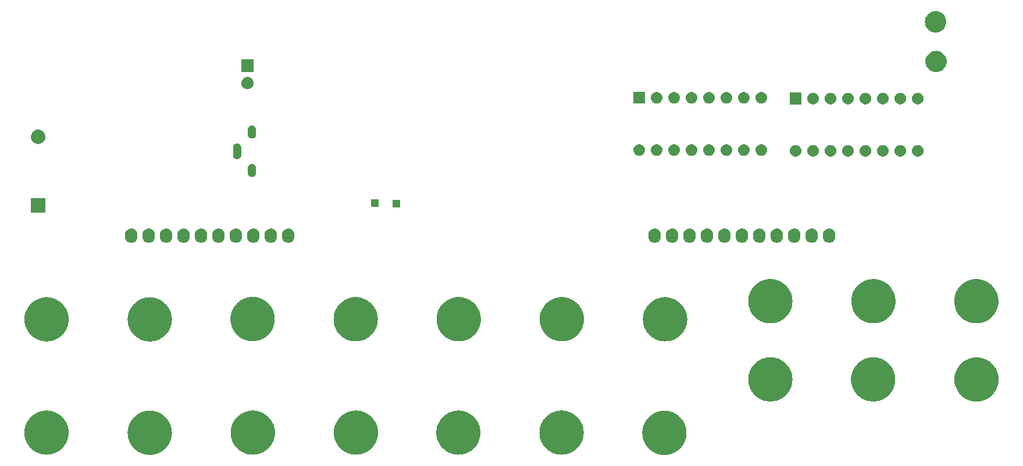
<source format=gbr>
%TF.GenerationSoftware,KiCad,Pcbnew,8.0.5*%
%TF.CreationDate,2024-09-30T13:59:48-07:00*%
%TF.ProjectId,combo_board,636f6d62-6f5f-4626-9f61-72642e6b6963,1*%
%TF.SameCoordinates,Original*%
%TF.FileFunction,Soldermask,Top*%
%TF.FilePolarity,Negative*%
%FSLAX46Y46*%
G04 Gerber Fmt 4.6, Leading zero omitted, Abs format (unit mm)*
G04 Created by KiCad (PCBNEW 8.0.5) date 2024-09-30 13:59:48*
%MOMM*%
%LPD*%
G01*
G04 APERTURE LIST*
G04 APERTURE END LIST*
G36*
X134045401Y11062904D02*
G01*
X134134596Y11062904D01*
X134229831Y11052547D01*
X134321085Y11047422D01*
X134399573Y11034087D01*
X134481734Y11025151D01*
X134581797Y11003126D01*
X134677630Y10986843D01*
X134748411Y10966452D01*
X134822764Y10950085D01*
X134926248Y10915218D01*
X135025150Y10886724D01*
X135087662Y10860831D01*
X135153664Y10838592D01*
X135258963Y10789876D01*
X135359275Y10748325D01*
X135413240Y10718500D01*
X135470587Y10691968D01*
X135575948Y10628574D01*
X135675803Y10573386D01*
X135721172Y10541196D01*
X135769794Y10511940D01*
X135873345Y10433223D01*
X135970755Y10364107D01*
X136007710Y10331082D01*
X136047774Y10300626D01*
X136147568Y10206096D01*
X136240419Y10123119D01*
X136269390Y10090701D01*
X136301284Y10060489D01*
X136395246Y9949868D01*
X136481407Y9853455D01*
X136503048Y9822954D01*
X136527351Y9794343D01*
X136613427Y9667389D01*
X136690686Y9558503D01*
X136705821Y9531117D01*
X136723307Y9505328D01*
X136799421Y9361762D01*
X136865625Y9241975D01*
X136875258Y9218718D01*
X136886870Y9196816D01*
X136950999Y9035862D01*
X137004024Y8907850D01*
X137009297Y8889545D01*
X137016118Y8872427D01*
X137066319Y8691619D01*
X137104143Y8560330D01*
X137106305Y8547601D01*
X137109537Y8535963D01*
X137144011Y8325682D01*
X137164722Y8203785D01*
X137165100Y8197042D01*
X137166029Y8191379D01*
X137183062Y7877193D01*
X137185000Y7842700D01*
X137183062Y7808206D01*
X137166029Y7494022D01*
X137165100Y7488361D01*
X137164722Y7481615D01*
X137144006Y7359691D01*
X137109537Y7149438D01*
X137106306Y7137802D01*
X137104143Y7125070D01*
X137066311Y6993756D01*
X137016118Y6812974D01*
X137009298Y6795859D01*
X137004024Y6777550D01*
X136950989Y6649514D01*
X136886870Y6488585D01*
X136875260Y6466688D01*
X136865625Y6443425D01*
X136799408Y6323615D01*
X136723307Y6180073D01*
X136705824Y6154289D01*
X136690686Y6126897D01*
X136613412Y6017990D01*
X136527351Y5891058D01*
X136503052Y5862453D01*
X136481407Y5831945D01*
X136395229Y5735514D01*
X136301284Y5624912D01*
X136269396Y5594707D01*
X136240419Y5562281D01*
X136147549Y5479288D01*
X136047774Y5384775D01*
X136007717Y5354326D01*
X135970755Y5321293D01*
X135873325Y5252164D01*
X135769794Y5173461D01*
X135721181Y5144212D01*
X135675803Y5112014D01*
X135575928Y5056816D01*
X135470587Y4993433D01*
X135413251Y4966907D01*
X135359275Y4937075D01*
X135258942Y4895516D01*
X135153664Y4846809D01*
X135087675Y4824576D01*
X135025150Y4798676D01*
X134926227Y4770177D01*
X134822764Y4735316D01*
X134748426Y4718954D01*
X134677630Y4698557D01*
X134581777Y4682272D01*
X134481734Y4660250D01*
X134399585Y4651316D01*
X134321085Y4637978D01*
X134229826Y4632854D01*
X134134596Y4622496D01*
X134045401Y4622496D01*
X133960000Y4617700D01*
X133874599Y4622496D01*
X133785404Y4622496D01*
X133690173Y4632854D01*
X133598915Y4637978D01*
X133520415Y4651316D01*
X133438265Y4660250D01*
X133338218Y4682272D01*
X133242370Y4698557D01*
X133171576Y4718953D01*
X133097235Y4735316D01*
X132993765Y4770179D01*
X132894850Y4798676D01*
X132832328Y4824574D01*
X132766335Y4846809D01*
X132661048Y4895520D01*
X132560725Y4937075D01*
X132506753Y4966905D01*
X132449412Y4993433D01*
X132344059Y5056822D01*
X132244197Y5112014D01*
X132198824Y5144208D01*
X132150205Y5173461D01*
X132046659Y5252175D01*
X131949245Y5321293D01*
X131912287Y5354321D01*
X131872225Y5384775D01*
X131772432Y5479304D01*
X131679581Y5562281D01*
X131650609Y5594701D01*
X131618715Y5624912D01*
X131524750Y5735536D01*
X131438593Y5831945D01*
X131416952Y5862446D01*
X131392648Y5891058D01*
X131306565Y6018022D01*
X131229314Y6126897D01*
X131214179Y6154281D01*
X131196692Y6180073D01*
X131120567Y6323660D01*
X131054375Y6443425D01*
X131044743Y6466679D01*
X131033129Y6488585D01*
X130968984Y6649577D01*
X130915976Y6777550D01*
X130910703Y6795850D01*
X130903881Y6812974D01*
X130853660Y6993851D01*
X130815857Y7125070D01*
X130813695Y7137793D01*
X130810462Y7149438D01*
X130775965Y7359859D01*
X130755278Y7481615D01*
X130754899Y7488352D01*
X130753970Y7494022D01*
X130736908Y7808720D01*
X130735000Y7842700D01*
X130736908Y7876678D01*
X130753970Y8191379D01*
X130754899Y8197051D01*
X130755278Y8203785D01*
X130775960Y8325515D01*
X130810462Y8535963D01*
X130813695Y8547611D01*
X130815857Y8560330D01*
X130853653Y8691523D01*
X130903881Y8872427D01*
X130910705Y8889555D01*
X130915976Y8907850D01*
X130968973Y9035799D01*
X131033129Y9196816D01*
X131044744Y9218726D01*
X131054375Y9241975D01*
X131120554Y9361718D01*
X131196692Y9505328D01*
X131214182Y9531125D01*
X131229314Y9558503D01*
X131306549Y9667358D01*
X131392648Y9794343D01*
X131416956Y9822962D01*
X131438593Y9853455D01*
X131524732Y9949845D01*
X131618715Y10060489D01*
X131650614Y10090707D01*
X131679581Y10123119D01*
X131772413Y10206081D01*
X131872225Y10300626D01*
X131912295Y10331087D01*
X131949245Y10364107D01*
X132046639Y10433212D01*
X132150205Y10511940D01*
X132198833Y10541200D01*
X132244197Y10573386D01*
X132344038Y10628567D01*
X132449412Y10691968D01*
X132506764Y10718503D01*
X132560725Y10748325D01*
X132661027Y10789872D01*
X132766335Y10838592D01*
X132832341Y10860833D01*
X132894850Y10886724D01*
X132993745Y10915216D01*
X133097235Y10950085D01*
X133171591Y10966453D01*
X133242370Y10986843D01*
X133338198Y11003125D01*
X133438265Y11025151D01*
X133520427Y11034087D01*
X133598915Y11047422D01*
X133690167Y11052547D01*
X133785404Y11062904D01*
X133874599Y11062904D01*
X133960000Y11067700D01*
X134045401Y11062904D01*
G37*
G36*
X59125401Y11072904D02*
G01*
X59214596Y11072904D01*
X59309831Y11062547D01*
X59401085Y11057422D01*
X59479573Y11044087D01*
X59561734Y11035151D01*
X59661797Y11013126D01*
X59757630Y10996843D01*
X59828411Y10976452D01*
X59902764Y10960085D01*
X60006248Y10925218D01*
X60105150Y10896724D01*
X60167662Y10870831D01*
X60233664Y10848592D01*
X60338963Y10799876D01*
X60439275Y10758325D01*
X60493240Y10728500D01*
X60550587Y10701968D01*
X60655948Y10638574D01*
X60755803Y10583386D01*
X60801172Y10551196D01*
X60849794Y10521940D01*
X60953345Y10443223D01*
X61050755Y10374107D01*
X61087710Y10341082D01*
X61127774Y10310626D01*
X61227568Y10216096D01*
X61320419Y10133119D01*
X61349390Y10100701D01*
X61381284Y10070489D01*
X61475246Y9959868D01*
X61561407Y9863455D01*
X61583048Y9832954D01*
X61607351Y9804343D01*
X61693427Y9677389D01*
X61770686Y9568503D01*
X61785821Y9541117D01*
X61803307Y9515328D01*
X61879421Y9371762D01*
X61945625Y9251975D01*
X61955258Y9228718D01*
X61966870Y9206816D01*
X62030999Y9045862D01*
X62084024Y8917850D01*
X62089297Y8899545D01*
X62096118Y8882427D01*
X62146319Y8701619D01*
X62184143Y8570330D01*
X62186305Y8557601D01*
X62189537Y8545963D01*
X62224011Y8335682D01*
X62244722Y8213785D01*
X62245100Y8207042D01*
X62246029Y8201379D01*
X62263062Y7887193D01*
X62265000Y7852700D01*
X62263062Y7818206D01*
X62246029Y7504022D01*
X62245100Y7498361D01*
X62244722Y7491615D01*
X62224006Y7369691D01*
X62189537Y7159438D01*
X62186306Y7147802D01*
X62184143Y7135070D01*
X62146311Y7003756D01*
X62096118Y6822974D01*
X62089298Y6805859D01*
X62084024Y6787550D01*
X62030989Y6659514D01*
X61966870Y6498585D01*
X61955260Y6476688D01*
X61945625Y6453425D01*
X61879408Y6333615D01*
X61803307Y6190073D01*
X61785824Y6164289D01*
X61770686Y6136897D01*
X61693412Y6027990D01*
X61607351Y5901058D01*
X61583052Y5872453D01*
X61561407Y5841945D01*
X61475229Y5745514D01*
X61381284Y5634912D01*
X61349396Y5604707D01*
X61320419Y5572281D01*
X61227549Y5489288D01*
X61127774Y5394775D01*
X61087717Y5364326D01*
X61050755Y5331293D01*
X60953325Y5262164D01*
X60849794Y5183461D01*
X60801181Y5154212D01*
X60755803Y5122014D01*
X60655928Y5066816D01*
X60550587Y5003433D01*
X60493251Y4976907D01*
X60439275Y4947075D01*
X60338942Y4905516D01*
X60233664Y4856809D01*
X60167675Y4834576D01*
X60105150Y4808676D01*
X60006227Y4780177D01*
X59902764Y4745316D01*
X59828426Y4728954D01*
X59757630Y4708557D01*
X59661777Y4692272D01*
X59561734Y4670250D01*
X59479585Y4661316D01*
X59401085Y4647978D01*
X59309826Y4642854D01*
X59214596Y4632496D01*
X59125401Y4632496D01*
X59040000Y4627700D01*
X58954599Y4632496D01*
X58865404Y4632496D01*
X58770173Y4642854D01*
X58678915Y4647978D01*
X58600415Y4661316D01*
X58518265Y4670250D01*
X58418218Y4692272D01*
X58322370Y4708557D01*
X58251576Y4728953D01*
X58177235Y4745316D01*
X58073765Y4780179D01*
X57974850Y4808676D01*
X57912328Y4834574D01*
X57846335Y4856809D01*
X57741048Y4905520D01*
X57640725Y4947075D01*
X57586753Y4976905D01*
X57529412Y5003433D01*
X57424059Y5066822D01*
X57324197Y5122014D01*
X57278824Y5154208D01*
X57230205Y5183461D01*
X57126659Y5262175D01*
X57029245Y5331293D01*
X56992287Y5364321D01*
X56952225Y5394775D01*
X56852432Y5489304D01*
X56759581Y5572281D01*
X56730609Y5604701D01*
X56698715Y5634912D01*
X56604750Y5745536D01*
X56518593Y5841945D01*
X56496952Y5872446D01*
X56472648Y5901058D01*
X56386565Y6028022D01*
X56309314Y6136897D01*
X56294179Y6164281D01*
X56276692Y6190073D01*
X56200567Y6333660D01*
X56134375Y6453425D01*
X56124743Y6476679D01*
X56113129Y6498585D01*
X56048984Y6659577D01*
X55995976Y6787550D01*
X55990703Y6805850D01*
X55983881Y6822974D01*
X55933660Y7003851D01*
X55895857Y7135070D01*
X55893695Y7147793D01*
X55890462Y7159438D01*
X55855965Y7369859D01*
X55835278Y7491615D01*
X55834899Y7498352D01*
X55833970Y7504022D01*
X55816908Y7818720D01*
X55815000Y7852700D01*
X55816908Y7886678D01*
X55833970Y8201379D01*
X55834899Y8207051D01*
X55835278Y8213785D01*
X55855960Y8335515D01*
X55890462Y8545963D01*
X55893695Y8557611D01*
X55895857Y8570330D01*
X55933653Y8701523D01*
X55983881Y8882427D01*
X55990705Y8899555D01*
X55995976Y8917850D01*
X56048973Y9045799D01*
X56113129Y9206816D01*
X56124744Y9228726D01*
X56134375Y9251975D01*
X56200554Y9371718D01*
X56276692Y9515328D01*
X56294182Y9541125D01*
X56309314Y9568503D01*
X56386549Y9677358D01*
X56472648Y9804343D01*
X56496956Y9832962D01*
X56518593Y9863455D01*
X56604732Y9959845D01*
X56698715Y10070489D01*
X56730614Y10100707D01*
X56759581Y10133119D01*
X56852413Y10216081D01*
X56952225Y10310626D01*
X56992295Y10341087D01*
X57029245Y10374107D01*
X57126639Y10443212D01*
X57230205Y10521940D01*
X57278833Y10551200D01*
X57324197Y10583386D01*
X57424038Y10638567D01*
X57529412Y10701968D01*
X57586764Y10728503D01*
X57640725Y10758325D01*
X57741027Y10799872D01*
X57846335Y10848592D01*
X57912341Y10870833D01*
X57974850Y10896724D01*
X58073745Y10925216D01*
X58177235Y10960085D01*
X58251591Y10976453D01*
X58322370Y10996843D01*
X58418198Y11013125D01*
X58518265Y11035151D01*
X58600427Y11044087D01*
X58678915Y11057422D01*
X58770167Y11062547D01*
X58865404Y11072904D01*
X58954599Y11072904D01*
X59040000Y11077700D01*
X59125401Y11072904D01*
G37*
G36*
X44095401Y11092904D02*
G01*
X44184596Y11092904D01*
X44279831Y11082547D01*
X44371085Y11077422D01*
X44449573Y11064087D01*
X44531734Y11055151D01*
X44631797Y11033126D01*
X44727630Y11016843D01*
X44798411Y10996452D01*
X44872764Y10980085D01*
X44976248Y10945218D01*
X45075150Y10916724D01*
X45137662Y10890831D01*
X45203664Y10868592D01*
X45308963Y10819876D01*
X45409275Y10778325D01*
X45463240Y10748500D01*
X45520587Y10721968D01*
X45625948Y10658574D01*
X45725803Y10603386D01*
X45771172Y10571196D01*
X45819794Y10541940D01*
X45923345Y10463223D01*
X46020755Y10394107D01*
X46057710Y10361082D01*
X46097774Y10330626D01*
X46197568Y10236096D01*
X46290419Y10153119D01*
X46319390Y10120701D01*
X46351284Y10090489D01*
X46445246Y9979868D01*
X46531407Y9883455D01*
X46553048Y9852954D01*
X46577351Y9824343D01*
X46663427Y9697389D01*
X46740686Y9588503D01*
X46755821Y9561117D01*
X46773307Y9535328D01*
X46849421Y9391762D01*
X46915625Y9271975D01*
X46925258Y9248718D01*
X46936870Y9226816D01*
X47000999Y9065862D01*
X47054024Y8937850D01*
X47059297Y8919545D01*
X47066118Y8902427D01*
X47116319Y8721619D01*
X47154143Y8590330D01*
X47156305Y8577601D01*
X47159537Y8565963D01*
X47194011Y8355682D01*
X47214722Y8233785D01*
X47215100Y8227042D01*
X47216029Y8221379D01*
X47233062Y7907193D01*
X47235000Y7872700D01*
X47233062Y7838206D01*
X47216029Y7524022D01*
X47215100Y7518361D01*
X47214722Y7511615D01*
X47194006Y7389691D01*
X47159537Y7179438D01*
X47156306Y7167802D01*
X47154143Y7155070D01*
X47116311Y7023756D01*
X47066118Y6842974D01*
X47059298Y6825859D01*
X47054024Y6807550D01*
X47000989Y6679514D01*
X46936870Y6518585D01*
X46925260Y6496688D01*
X46915625Y6473425D01*
X46849408Y6353615D01*
X46773307Y6210073D01*
X46755824Y6184289D01*
X46740686Y6156897D01*
X46663412Y6047990D01*
X46577351Y5921058D01*
X46553052Y5892453D01*
X46531407Y5861945D01*
X46445229Y5765514D01*
X46351284Y5654912D01*
X46319396Y5624707D01*
X46290419Y5592281D01*
X46197549Y5509288D01*
X46097774Y5414775D01*
X46057717Y5384326D01*
X46020755Y5351293D01*
X45923325Y5282164D01*
X45819794Y5203461D01*
X45771181Y5174212D01*
X45725803Y5142014D01*
X45625928Y5086816D01*
X45520587Y5023433D01*
X45463251Y4996907D01*
X45409275Y4967075D01*
X45308942Y4925516D01*
X45203664Y4876809D01*
X45137675Y4854576D01*
X45075150Y4828676D01*
X44976227Y4800177D01*
X44872764Y4765316D01*
X44798426Y4748954D01*
X44727630Y4728557D01*
X44631777Y4712272D01*
X44531734Y4690250D01*
X44449585Y4681316D01*
X44371085Y4667978D01*
X44279826Y4662854D01*
X44184596Y4652496D01*
X44095401Y4652496D01*
X44010000Y4647700D01*
X43924599Y4652496D01*
X43835404Y4652496D01*
X43740173Y4662854D01*
X43648915Y4667978D01*
X43570415Y4681316D01*
X43488265Y4690250D01*
X43388218Y4712272D01*
X43292370Y4728557D01*
X43221576Y4748953D01*
X43147235Y4765316D01*
X43043765Y4800179D01*
X42944850Y4828676D01*
X42882328Y4854574D01*
X42816335Y4876809D01*
X42711048Y4925520D01*
X42610725Y4967075D01*
X42556753Y4996905D01*
X42499412Y5023433D01*
X42394059Y5086822D01*
X42294197Y5142014D01*
X42248824Y5174208D01*
X42200205Y5203461D01*
X42096659Y5282175D01*
X41999245Y5351293D01*
X41962287Y5384321D01*
X41922225Y5414775D01*
X41822432Y5509304D01*
X41729581Y5592281D01*
X41700609Y5624701D01*
X41668715Y5654912D01*
X41574750Y5765536D01*
X41488593Y5861945D01*
X41466952Y5892446D01*
X41442648Y5921058D01*
X41356565Y6048022D01*
X41279314Y6156897D01*
X41264179Y6184281D01*
X41246692Y6210073D01*
X41170567Y6353660D01*
X41104375Y6473425D01*
X41094743Y6496679D01*
X41083129Y6518585D01*
X41018984Y6679577D01*
X40965976Y6807550D01*
X40960703Y6825850D01*
X40953881Y6842974D01*
X40903660Y7023851D01*
X40865857Y7155070D01*
X40863695Y7167793D01*
X40860462Y7179438D01*
X40825965Y7389859D01*
X40805278Y7511615D01*
X40804899Y7518352D01*
X40803970Y7524022D01*
X40786908Y7838720D01*
X40785000Y7872700D01*
X40786908Y7906678D01*
X40803970Y8221379D01*
X40804899Y8227051D01*
X40805278Y8233785D01*
X40825960Y8355515D01*
X40860462Y8565963D01*
X40863695Y8577611D01*
X40865857Y8590330D01*
X40903653Y8721523D01*
X40953881Y8902427D01*
X40960705Y8919555D01*
X40965976Y8937850D01*
X41018973Y9065799D01*
X41083129Y9226816D01*
X41094744Y9248726D01*
X41104375Y9271975D01*
X41170554Y9391718D01*
X41246692Y9535328D01*
X41264182Y9561125D01*
X41279314Y9588503D01*
X41356549Y9697358D01*
X41442648Y9824343D01*
X41466956Y9852962D01*
X41488593Y9883455D01*
X41574732Y9979845D01*
X41668715Y10090489D01*
X41700614Y10120707D01*
X41729581Y10153119D01*
X41822413Y10236081D01*
X41922225Y10330626D01*
X41962295Y10361087D01*
X41999245Y10394107D01*
X42096639Y10463212D01*
X42200205Y10541940D01*
X42248833Y10571200D01*
X42294197Y10603386D01*
X42394038Y10658567D01*
X42499412Y10721968D01*
X42556764Y10748503D01*
X42610725Y10778325D01*
X42711027Y10819872D01*
X42816335Y10868592D01*
X42882341Y10890833D01*
X42944850Y10916724D01*
X43043745Y10945216D01*
X43147235Y10980085D01*
X43221591Y10996453D01*
X43292370Y11016843D01*
X43388198Y11033125D01*
X43488265Y11055151D01*
X43570427Y11064087D01*
X43648915Y11077422D01*
X43740167Y11082547D01*
X43835404Y11092904D01*
X43924599Y11092904D01*
X44010000Y11097700D01*
X44095401Y11092904D01*
G37*
G36*
X74125401Y11092904D02*
G01*
X74214596Y11092904D01*
X74309831Y11082547D01*
X74401085Y11077422D01*
X74479573Y11064087D01*
X74561734Y11055151D01*
X74661797Y11033126D01*
X74757630Y11016843D01*
X74828411Y10996452D01*
X74902764Y10980085D01*
X75006248Y10945218D01*
X75105150Y10916724D01*
X75167662Y10890831D01*
X75233664Y10868592D01*
X75338963Y10819876D01*
X75439275Y10778325D01*
X75493240Y10748500D01*
X75550587Y10721968D01*
X75655948Y10658574D01*
X75755803Y10603386D01*
X75801172Y10571196D01*
X75849794Y10541940D01*
X75953345Y10463223D01*
X76050755Y10394107D01*
X76087710Y10361082D01*
X76127774Y10330626D01*
X76227568Y10236096D01*
X76320419Y10153119D01*
X76349390Y10120701D01*
X76381284Y10090489D01*
X76475246Y9979868D01*
X76561407Y9883455D01*
X76583048Y9852954D01*
X76607351Y9824343D01*
X76693427Y9697389D01*
X76770686Y9588503D01*
X76785821Y9561117D01*
X76803307Y9535328D01*
X76879421Y9391762D01*
X76945625Y9271975D01*
X76955258Y9248718D01*
X76966870Y9226816D01*
X77030999Y9065862D01*
X77084024Y8937850D01*
X77089297Y8919545D01*
X77096118Y8902427D01*
X77146319Y8721619D01*
X77184143Y8590330D01*
X77186305Y8577601D01*
X77189537Y8565963D01*
X77224011Y8355682D01*
X77244722Y8233785D01*
X77245100Y8227042D01*
X77246029Y8221379D01*
X77263062Y7907193D01*
X77265000Y7872700D01*
X77263062Y7838206D01*
X77246029Y7524022D01*
X77245100Y7518361D01*
X77244722Y7511615D01*
X77224006Y7389691D01*
X77189537Y7179438D01*
X77186306Y7167802D01*
X77184143Y7155070D01*
X77146311Y7023756D01*
X77096118Y6842974D01*
X77089298Y6825859D01*
X77084024Y6807550D01*
X77030989Y6679514D01*
X76966870Y6518585D01*
X76955260Y6496688D01*
X76945625Y6473425D01*
X76879408Y6353615D01*
X76803307Y6210073D01*
X76785824Y6184289D01*
X76770686Y6156897D01*
X76693412Y6047990D01*
X76607351Y5921058D01*
X76583052Y5892453D01*
X76561407Y5861945D01*
X76475229Y5765514D01*
X76381284Y5654912D01*
X76349396Y5624707D01*
X76320419Y5592281D01*
X76227549Y5509288D01*
X76127774Y5414775D01*
X76087717Y5384326D01*
X76050755Y5351293D01*
X75953325Y5282164D01*
X75849794Y5203461D01*
X75801181Y5174212D01*
X75755803Y5142014D01*
X75655928Y5086816D01*
X75550587Y5023433D01*
X75493251Y4996907D01*
X75439275Y4967075D01*
X75338942Y4925516D01*
X75233664Y4876809D01*
X75167675Y4854576D01*
X75105150Y4828676D01*
X75006227Y4800177D01*
X74902764Y4765316D01*
X74828426Y4748954D01*
X74757630Y4728557D01*
X74661777Y4712272D01*
X74561734Y4690250D01*
X74479585Y4681316D01*
X74401085Y4667978D01*
X74309826Y4662854D01*
X74214596Y4652496D01*
X74125401Y4652496D01*
X74040000Y4647700D01*
X73954599Y4652496D01*
X73865404Y4652496D01*
X73770173Y4662854D01*
X73678915Y4667978D01*
X73600415Y4681316D01*
X73518265Y4690250D01*
X73418218Y4712272D01*
X73322370Y4728557D01*
X73251576Y4748953D01*
X73177235Y4765316D01*
X73073765Y4800179D01*
X72974850Y4828676D01*
X72912328Y4854574D01*
X72846335Y4876809D01*
X72741048Y4925520D01*
X72640725Y4967075D01*
X72586753Y4996905D01*
X72529412Y5023433D01*
X72424059Y5086822D01*
X72324197Y5142014D01*
X72278824Y5174208D01*
X72230205Y5203461D01*
X72126659Y5282175D01*
X72029245Y5351293D01*
X71992287Y5384321D01*
X71952225Y5414775D01*
X71852432Y5509304D01*
X71759581Y5592281D01*
X71730609Y5624701D01*
X71698715Y5654912D01*
X71604750Y5765536D01*
X71518593Y5861945D01*
X71496952Y5892446D01*
X71472648Y5921058D01*
X71386565Y6048022D01*
X71309314Y6156897D01*
X71294179Y6184281D01*
X71276692Y6210073D01*
X71200567Y6353660D01*
X71134375Y6473425D01*
X71124743Y6496679D01*
X71113129Y6518585D01*
X71048984Y6679577D01*
X70995976Y6807550D01*
X70990703Y6825850D01*
X70983881Y6842974D01*
X70933660Y7023851D01*
X70895857Y7155070D01*
X70893695Y7167793D01*
X70890462Y7179438D01*
X70855965Y7389859D01*
X70835278Y7511615D01*
X70834899Y7518352D01*
X70833970Y7524022D01*
X70816908Y7838720D01*
X70815000Y7872700D01*
X70816908Y7906678D01*
X70833970Y8221379D01*
X70834899Y8227051D01*
X70835278Y8233785D01*
X70855960Y8355515D01*
X70890462Y8565963D01*
X70893695Y8577611D01*
X70895857Y8590330D01*
X70933653Y8721523D01*
X70983881Y8902427D01*
X70990705Y8919555D01*
X70995976Y8937850D01*
X71048973Y9065799D01*
X71113129Y9226816D01*
X71124744Y9248726D01*
X71134375Y9271975D01*
X71200554Y9391718D01*
X71276692Y9535328D01*
X71294182Y9561125D01*
X71309314Y9588503D01*
X71386549Y9697358D01*
X71472648Y9824343D01*
X71496956Y9852962D01*
X71518593Y9883455D01*
X71604732Y9979845D01*
X71698715Y10090489D01*
X71730614Y10120707D01*
X71759581Y10153119D01*
X71852413Y10236081D01*
X71952225Y10330626D01*
X71992295Y10361087D01*
X72029245Y10394107D01*
X72126639Y10463212D01*
X72230205Y10541940D01*
X72278833Y10571200D01*
X72324197Y10603386D01*
X72424038Y10658567D01*
X72529412Y10721968D01*
X72586764Y10748503D01*
X72640725Y10778325D01*
X72741027Y10819872D01*
X72846335Y10868592D01*
X72912341Y10890833D01*
X72974850Y10916724D01*
X73073745Y10945216D01*
X73177235Y10980085D01*
X73251591Y10996453D01*
X73322370Y11016843D01*
X73418198Y11033125D01*
X73518265Y11055151D01*
X73600427Y11064087D01*
X73678915Y11077422D01*
X73770167Y11082547D01*
X73865404Y11092904D01*
X73954599Y11092904D01*
X74040000Y11097700D01*
X74125401Y11092904D01*
G37*
G36*
X89145401Y11092904D02*
G01*
X89234596Y11092904D01*
X89329831Y11082547D01*
X89421085Y11077422D01*
X89499573Y11064087D01*
X89581734Y11055151D01*
X89681797Y11033126D01*
X89777630Y11016843D01*
X89848411Y10996452D01*
X89922764Y10980085D01*
X90026248Y10945218D01*
X90125150Y10916724D01*
X90187662Y10890831D01*
X90253664Y10868592D01*
X90358963Y10819876D01*
X90459275Y10778325D01*
X90513240Y10748500D01*
X90570587Y10721968D01*
X90675948Y10658574D01*
X90775803Y10603386D01*
X90821172Y10571196D01*
X90869794Y10541940D01*
X90973345Y10463223D01*
X91070755Y10394107D01*
X91107710Y10361082D01*
X91147774Y10330626D01*
X91247568Y10236096D01*
X91340419Y10153119D01*
X91369390Y10120701D01*
X91401284Y10090489D01*
X91495246Y9979868D01*
X91581407Y9883455D01*
X91603048Y9852954D01*
X91627351Y9824343D01*
X91713427Y9697389D01*
X91790686Y9588503D01*
X91805821Y9561117D01*
X91823307Y9535328D01*
X91899421Y9391762D01*
X91965625Y9271975D01*
X91975258Y9248718D01*
X91986870Y9226816D01*
X92050999Y9065862D01*
X92104024Y8937850D01*
X92109297Y8919545D01*
X92116118Y8902427D01*
X92166319Y8721619D01*
X92204143Y8590330D01*
X92206305Y8577601D01*
X92209537Y8565963D01*
X92244011Y8355682D01*
X92264722Y8233785D01*
X92265100Y8227042D01*
X92266029Y8221379D01*
X92283062Y7907193D01*
X92285000Y7872700D01*
X92283062Y7838206D01*
X92266029Y7524022D01*
X92265100Y7518361D01*
X92264722Y7511615D01*
X92244006Y7389691D01*
X92209537Y7179438D01*
X92206306Y7167802D01*
X92204143Y7155070D01*
X92166311Y7023756D01*
X92116118Y6842974D01*
X92109298Y6825859D01*
X92104024Y6807550D01*
X92050989Y6679514D01*
X91986870Y6518585D01*
X91975260Y6496688D01*
X91965625Y6473425D01*
X91899408Y6353615D01*
X91823307Y6210073D01*
X91805824Y6184289D01*
X91790686Y6156897D01*
X91713412Y6047990D01*
X91627351Y5921058D01*
X91603052Y5892453D01*
X91581407Y5861945D01*
X91495229Y5765514D01*
X91401284Y5654912D01*
X91369396Y5624707D01*
X91340419Y5592281D01*
X91247549Y5509288D01*
X91147774Y5414775D01*
X91107717Y5384326D01*
X91070755Y5351293D01*
X90973325Y5282164D01*
X90869794Y5203461D01*
X90821181Y5174212D01*
X90775803Y5142014D01*
X90675928Y5086816D01*
X90570587Y5023433D01*
X90513251Y4996907D01*
X90459275Y4967075D01*
X90358942Y4925516D01*
X90253664Y4876809D01*
X90187675Y4854576D01*
X90125150Y4828676D01*
X90026227Y4800177D01*
X89922764Y4765316D01*
X89848426Y4748954D01*
X89777630Y4728557D01*
X89681777Y4712272D01*
X89581734Y4690250D01*
X89499585Y4681316D01*
X89421085Y4667978D01*
X89329826Y4662854D01*
X89234596Y4652496D01*
X89145401Y4652496D01*
X89060000Y4647700D01*
X88974599Y4652496D01*
X88885404Y4652496D01*
X88790173Y4662854D01*
X88698915Y4667978D01*
X88620415Y4681316D01*
X88538265Y4690250D01*
X88438218Y4712272D01*
X88342370Y4728557D01*
X88271576Y4748953D01*
X88197235Y4765316D01*
X88093765Y4800179D01*
X87994850Y4828676D01*
X87932328Y4854574D01*
X87866335Y4876809D01*
X87761048Y4925520D01*
X87660725Y4967075D01*
X87606753Y4996905D01*
X87549412Y5023433D01*
X87444059Y5086822D01*
X87344197Y5142014D01*
X87298824Y5174208D01*
X87250205Y5203461D01*
X87146659Y5282175D01*
X87049245Y5351293D01*
X87012287Y5384321D01*
X86972225Y5414775D01*
X86872432Y5509304D01*
X86779581Y5592281D01*
X86750609Y5624701D01*
X86718715Y5654912D01*
X86624750Y5765536D01*
X86538593Y5861945D01*
X86516952Y5892446D01*
X86492648Y5921058D01*
X86406565Y6048022D01*
X86329314Y6156897D01*
X86314179Y6184281D01*
X86296692Y6210073D01*
X86220567Y6353660D01*
X86154375Y6473425D01*
X86144743Y6496679D01*
X86133129Y6518585D01*
X86068984Y6679577D01*
X86015976Y6807550D01*
X86010703Y6825850D01*
X86003881Y6842974D01*
X85953660Y7023851D01*
X85915857Y7155070D01*
X85913695Y7167793D01*
X85910462Y7179438D01*
X85875965Y7389859D01*
X85855278Y7511615D01*
X85854899Y7518352D01*
X85853970Y7524022D01*
X85836908Y7838720D01*
X85835000Y7872700D01*
X85836908Y7906678D01*
X85853970Y8221379D01*
X85854899Y8227051D01*
X85855278Y8233785D01*
X85875960Y8355515D01*
X85910462Y8565963D01*
X85913695Y8577611D01*
X85915857Y8590330D01*
X85953653Y8721523D01*
X86003881Y8902427D01*
X86010705Y8919555D01*
X86015976Y8937850D01*
X86068973Y9065799D01*
X86133129Y9226816D01*
X86144744Y9248726D01*
X86154375Y9271975D01*
X86220554Y9391718D01*
X86296692Y9535328D01*
X86314182Y9561125D01*
X86329314Y9588503D01*
X86406549Y9697358D01*
X86492648Y9824343D01*
X86516956Y9852962D01*
X86538593Y9883455D01*
X86624732Y9979845D01*
X86718715Y10090489D01*
X86750614Y10120707D01*
X86779581Y10153119D01*
X86872413Y10236081D01*
X86972225Y10330626D01*
X87012295Y10361087D01*
X87049245Y10394107D01*
X87146639Y10463212D01*
X87250205Y10541940D01*
X87298833Y10571200D01*
X87344197Y10603386D01*
X87444038Y10658567D01*
X87549412Y10721968D01*
X87606764Y10748503D01*
X87660725Y10778325D01*
X87761027Y10819872D01*
X87866335Y10868592D01*
X87932341Y10890833D01*
X87994850Y10916724D01*
X88093745Y10945216D01*
X88197235Y10980085D01*
X88271591Y10996453D01*
X88342370Y11016843D01*
X88438198Y11033125D01*
X88538265Y11055151D01*
X88620427Y11064087D01*
X88698915Y11077422D01*
X88790167Y11082547D01*
X88885404Y11092904D01*
X88974599Y11092904D01*
X89060000Y11097700D01*
X89145401Y11092904D01*
G37*
G36*
X104055401Y11092904D02*
G01*
X104144596Y11092904D01*
X104239831Y11082547D01*
X104331085Y11077422D01*
X104409573Y11064087D01*
X104491734Y11055151D01*
X104591797Y11033126D01*
X104687630Y11016843D01*
X104758411Y10996452D01*
X104832764Y10980085D01*
X104936248Y10945218D01*
X105035150Y10916724D01*
X105097662Y10890831D01*
X105163664Y10868592D01*
X105268963Y10819876D01*
X105369275Y10778325D01*
X105423240Y10748500D01*
X105480587Y10721968D01*
X105585948Y10658574D01*
X105685803Y10603386D01*
X105731172Y10571196D01*
X105779794Y10541940D01*
X105883345Y10463223D01*
X105980755Y10394107D01*
X106017710Y10361082D01*
X106057774Y10330626D01*
X106157568Y10236096D01*
X106250419Y10153119D01*
X106279390Y10120701D01*
X106311284Y10090489D01*
X106405246Y9979868D01*
X106491407Y9883455D01*
X106513048Y9852954D01*
X106537351Y9824343D01*
X106623427Y9697389D01*
X106700686Y9588503D01*
X106715821Y9561117D01*
X106733307Y9535328D01*
X106809421Y9391762D01*
X106875625Y9271975D01*
X106885258Y9248718D01*
X106896870Y9226816D01*
X106960999Y9065862D01*
X107014024Y8937850D01*
X107019297Y8919545D01*
X107026118Y8902427D01*
X107076319Y8721619D01*
X107114143Y8590330D01*
X107116305Y8577601D01*
X107119537Y8565963D01*
X107154011Y8355682D01*
X107174722Y8233785D01*
X107175100Y8227042D01*
X107176029Y8221379D01*
X107193062Y7907193D01*
X107195000Y7872700D01*
X107193062Y7838206D01*
X107176029Y7524022D01*
X107175100Y7518361D01*
X107174722Y7511615D01*
X107154006Y7389691D01*
X107119537Y7179438D01*
X107116306Y7167802D01*
X107114143Y7155070D01*
X107076311Y7023756D01*
X107026118Y6842974D01*
X107019298Y6825859D01*
X107014024Y6807550D01*
X106960989Y6679514D01*
X106896870Y6518585D01*
X106885260Y6496688D01*
X106875625Y6473425D01*
X106809408Y6353615D01*
X106733307Y6210073D01*
X106715824Y6184289D01*
X106700686Y6156897D01*
X106623412Y6047990D01*
X106537351Y5921058D01*
X106513052Y5892453D01*
X106491407Y5861945D01*
X106405229Y5765514D01*
X106311284Y5654912D01*
X106279396Y5624707D01*
X106250419Y5592281D01*
X106157549Y5509288D01*
X106057774Y5414775D01*
X106017717Y5384326D01*
X105980755Y5351293D01*
X105883325Y5282164D01*
X105779794Y5203461D01*
X105731181Y5174212D01*
X105685803Y5142014D01*
X105585928Y5086816D01*
X105480587Y5023433D01*
X105423251Y4996907D01*
X105369275Y4967075D01*
X105268942Y4925516D01*
X105163664Y4876809D01*
X105097675Y4854576D01*
X105035150Y4828676D01*
X104936227Y4800177D01*
X104832764Y4765316D01*
X104758426Y4748954D01*
X104687630Y4728557D01*
X104591777Y4712272D01*
X104491734Y4690250D01*
X104409585Y4681316D01*
X104331085Y4667978D01*
X104239826Y4662854D01*
X104144596Y4652496D01*
X104055401Y4652496D01*
X103970000Y4647700D01*
X103884599Y4652496D01*
X103795404Y4652496D01*
X103700173Y4662854D01*
X103608915Y4667978D01*
X103530415Y4681316D01*
X103448265Y4690250D01*
X103348218Y4712272D01*
X103252370Y4728557D01*
X103181576Y4748953D01*
X103107235Y4765316D01*
X103003765Y4800179D01*
X102904850Y4828676D01*
X102842328Y4854574D01*
X102776335Y4876809D01*
X102671048Y4925520D01*
X102570725Y4967075D01*
X102516753Y4996905D01*
X102459412Y5023433D01*
X102354059Y5086822D01*
X102254197Y5142014D01*
X102208824Y5174208D01*
X102160205Y5203461D01*
X102056659Y5282175D01*
X101959245Y5351293D01*
X101922287Y5384321D01*
X101882225Y5414775D01*
X101782432Y5509304D01*
X101689581Y5592281D01*
X101660609Y5624701D01*
X101628715Y5654912D01*
X101534750Y5765536D01*
X101448593Y5861945D01*
X101426952Y5892446D01*
X101402648Y5921058D01*
X101316565Y6048022D01*
X101239314Y6156897D01*
X101224179Y6184281D01*
X101206692Y6210073D01*
X101130567Y6353660D01*
X101064375Y6473425D01*
X101054743Y6496679D01*
X101043129Y6518585D01*
X100978984Y6679577D01*
X100925976Y6807550D01*
X100920703Y6825850D01*
X100913881Y6842974D01*
X100863660Y7023851D01*
X100825857Y7155070D01*
X100823695Y7167793D01*
X100820462Y7179438D01*
X100785965Y7389859D01*
X100765278Y7511615D01*
X100764899Y7518352D01*
X100763970Y7524022D01*
X100746908Y7838720D01*
X100745000Y7872700D01*
X100746908Y7906678D01*
X100763970Y8221379D01*
X100764899Y8227051D01*
X100765278Y8233785D01*
X100785960Y8355515D01*
X100820462Y8565963D01*
X100823695Y8577611D01*
X100825857Y8590330D01*
X100863653Y8721523D01*
X100913881Y8902427D01*
X100920705Y8919555D01*
X100925976Y8937850D01*
X100978973Y9065799D01*
X101043129Y9226816D01*
X101054744Y9248726D01*
X101064375Y9271975D01*
X101130554Y9391718D01*
X101206692Y9535328D01*
X101224182Y9561125D01*
X101239314Y9588503D01*
X101316549Y9697358D01*
X101402648Y9824343D01*
X101426956Y9852962D01*
X101448593Y9883455D01*
X101534732Y9979845D01*
X101628715Y10090489D01*
X101660614Y10120707D01*
X101689581Y10153119D01*
X101782413Y10236081D01*
X101882225Y10330626D01*
X101922295Y10361087D01*
X101959245Y10394107D01*
X102056639Y10463212D01*
X102160205Y10541940D01*
X102208833Y10571200D01*
X102254197Y10603386D01*
X102354038Y10658567D01*
X102459412Y10721968D01*
X102516764Y10748503D01*
X102570725Y10778325D01*
X102671027Y10819872D01*
X102776335Y10868592D01*
X102842341Y10890833D01*
X102904850Y10916724D01*
X103003745Y10945216D01*
X103107235Y10980085D01*
X103181591Y10996453D01*
X103252370Y11016843D01*
X103348198Y11033125D01*
X103448265Y11055151D01*
X103530427Y11064087D01*
X103608915Y11077422D01*
X103700167Y11082547D01*
X103795404Y11092904D01*
X103884599Y11092904D01*
X103970000Y11097700D01*
X104055401Y11092904D01*
G37*
G36*
X119075401Y11092904D02*
G01*
X119164596Y11092904D01*
X119259831Y11082547D01*
X119351085Y11077422D01*
X119429573Y11064087D01*
X119511734Y11055151D01*
X119611797Y11033126D01*
X119707630Y11016843D01*
X119778411Y10996452D01*
X119852764Y10980085D01*
X119956248Y10945218D01*
X120055150Y10916724D01*
X120117662Y10890831D01*
X120183664Y10868592D01*
X120288963Y10819876D01*
X120389275Y10778325D01*
X120443240Y10748500D01*
X120500587Y10721968D01*
X120605948Y10658574D01*
X120705803Y10603386D01*
X120751172Y10571196D01*
X120799794Y10541940D01*
X120903345Y10463223D01*
X121000755Y10394107D01*
X121037710Y10361082D01*
X121077774Y10330626D01*
X121177568Y10236096D01*
X121270419Y10153119D01*
X121299390Y10120701D01*
X121331284Y10090489D01*
X121425246Y9979868D01*
X121511407Y9883455D01*
X121533048Y9852954D01*
X121557351Y9824343D01*
X121643427Y9697389D01*
X121720686Y9588503D01*
X121735821Y9561117D01*
X121753307Y9535328D01*
X121829421Y9391762D01*
X121895625Y9271975D01*
X121905258Y9248718D01*
X121916870Y9226816D01*
X121980999Y9065862D01*
X122034024Y8937850D01*
X122039297Y8919545D01*
X122046118Y8902427D01*
X122096319Y8721619D01*
X122134143Y8590330D01*
X122136305Y8577601D01*
X122139537Y8565963D01*
X122174011Y8355682D01*
X122194722Y8233785D01*
X122195100Y8227042D01*
X122196029Y8221379D01*
X122213062Y7907193D01*
X122215000Y7872700D01*
X122213062Y7838206D01*
X122196029Y7524022D01*
X122195100Y7518361D01*
X122194722Y7511615D01*
X122174006Y7389691D01*
X122139537Y7179438D01*
X122136306Y7167802D01*
X122134143Y7155070D01*
X122096311Y7023756D01*
X122046118Y6842974D01*
X122039298Y6825859D01*
X122034024Y6807550D01*
X121980989Y6679514D01*
X121916870Y6518585D01*
X121905260Y6496688D01*
X121895625Y6473425D01*
X121829408Y6353615D01*
X121753307Y6210073D01*
X121735824Y6184289D01*
X121720686Y6156897D01*
X121643412Y6047990D01*
X121557351Y5921058D01*
X121533052Y5892453D01*
X121511407Y5861945D01*
X121425229Y5765514D01*
X121331284Y5654912D01*
X121299396Y5624707D01*
X121270419Y5592281D01*
X121177549Y5509288D01*
X121077774Y5414775D01*
X121037717Y5384326D01*
X121000755Y5351293D01*
X120903325Y5282164D01*
X120799794Y5203461D01*
X120751181Y5174212D01*
X120705803Y5142014D01*
X120605928Y5086816D01*
X120500587Y5023433D01*
X120443251Y4996907D01*
X120389275Y4967075D01*
X120288942Y4925516D01*
X120183664Y4876809D01*
X120117675Y4854576D01*
X120055150Y4828676D01*
X119956227Y4800177D01*
X119852764Y4765316D01*
X119778426Y4748954D01*
X119707630Y4728557D01*
X119611777Y4712272D01*
X119511734Y4690250D01*
X119429585Y4681316D01*
X119351085Y4667978D01*
X119259826Y4662854D01*
X119164596Y4652496D01*
X119075401Y4652496D01*
X118990000Y4647700D01*
X118904599Y4652496D01*
X118815404Y4652496D01*
X118720173Y4662854D01*
X118628915Y4667978D01*
X118550415Y4681316D01*
X118468265Y4690250D01*
X118368218Y4712272D01*
X118272370Y4728557D01*
X118201576Y4748953D01*
X118127235Y4765316D01*
X118023765Y4800179D01*
X117924850Y4828676D01*
X117862328Y4854574D01*
X117796335Y4876809D01*
X117691048Y4925520D01*
X117590725Y4967075D01*
X117536753Y4996905D01*
X117479412Y5023433D01*
X117374059Y5086822D01*
X117274197Y5142014D01*
X117228824Y5174208D01*
X117180205Y5203461D01*
X117076659Y5282175D01*
X116979245Y5351293D01*
X116942287Y5384321D01*
X116902225Y5414775D01*
X116802432Y5509304D01*
X116709581Y5592281D01*
X116680609Y5624701D01*
X116648715Y5654912D01*
X116554750Y5765536D01*
X116468593Y5861945D01*
X116446952Y5892446D01*
X116422648Y5921058D01*
X116336565Y6048022D01*
X116259314Y6156897D01*
X116244179Y6184281D01*
X116226692Y6210073D01*
X116150567Y6353660D01*
X116084375Y6473425D01*
X116074743Y6496679D01*
X116063129Y6518585D01*
X115998984Y6679577D01*
X115945976Y6807550D01*
X115940703Y6825850D01*
X115933881Y6842974D01*
X115883660Y7023851D01*
X115845857Y7155070D01*
X115843695Y7167793D01*
X115840462Y7179438D01*
X115805965Y7389859D01*
X115785278Y7511615D01*
X115784899Y7518352D01*
X115783970Y7524022D01*
X115766908Y7838720D01*
X115765000Y7872700D01*
X115766908Y7906678D01*
X115783970Y8221379D01*
X115784899Y8227051D01*
X115785278Y8233785D01*
X115805960Y8355515D01*
X115840462Y8565963D01*
X115843695Y8577611D01*
X115845857Y8590330D01*
X115883653Y8721523D01*
X115933881Y8902427D01*
X115940705Y8919555D01*
X115945976Y8937850D01*
X115998973Y9065799D01*
X116063129Y9226816D01*
X116074744Y9248726D01*
X116084375Y9271975D01*
X116150554Y9391718D01*
X116226692Y9535328D01*
X116244182Y9561125D01*
X116259314Y9588503D01*
X116336549Y9697358D01*
X116422648Y9824343D01*
X116446956Y9852962D01*
X116468593Y9883455D01*
X116554732Y9979845D01*
X116648715Y10090489D01*
X116680614Y10120707D01*
X116709581Y10153119D01*
X116802413Y10236081D01*
X116902225Y10330626D01*
X116942295Y10361087D01*
X116979245Y10394107D01*
X117076639Y10463212D01*
X117180205Y10541940D01*
X117228833Y10571200D01*
X117274197Y10603386D01*
X117374038Y10658567D01*
X117479412Y10721968D01*
X117536764Y10748503D01*
X117590725Y10778325D01*
X117691027Y10819872D01*
X117796335Y10868592D01*
X117862341Y10890833D01*
X117924850Y10916724D01*
X118023745Y10945216D01*
X118127235Y10980085D01*
X118201591Y10996453D01*
X118272370Y11016843D01*
X118368198Y11033125D01*
X118468265Y11055151D01*
X118550427Y11064087D01*
X118628915Y11077422D01*
X118720167Y11082547D01*
X118815404Y11092904D01*
X118904599Y11092904D01*
X118990000Y11097700D01*
X119075401Y11092904D01*
G37*
G36*
X179485401Y18842904D02*
G01*
X179574596Y18842904D01*
X179669831Y18832547D01*
X179761085Y18827422D01*
X179839573Y18814087D01*
X179921734Y18805151D01*
X180021797Y18783126D01*
X180117630Y18766843D01*
X180188411Y18746452D01*
X180262764Y18730085D01*
X180366248Y18695218D01*
X180465150Y18666724D01*
X180527662Y18640831D01*
X180593664Y18618592D01*
X180698963Y18569876D01*
X180799275Y18528325D01*
X180853240Y18498500D01*
X180910587Y18471968D01*
X181015948Y18408574D01*
X181115803Y18353386D01*
X181161172Y18321196D01*
X181209794Y18291940D01*
X181313345Y18213223D01*
X181410755Y18144107D01*
X181447710Y18111082D01*
X181487774Y18080626D01*
X181587568Y17986096D01*
X181680419Y17903119D01*
X181709390Y17870701D01*
X181741284Y17840489D01*
X181835246Y17729868D01*
X181921407Y17633455D01*
X181943048Y17602954D01*
X181967351Y17574343D01*
X182053427Y17447389D01*
X182130686Y17338503D01*
X182145821Y17311117D01*
X182163307Y17285328D01*
X182239421Y17141762D01*
X182305625Y17021975D01*
X182315258Y16998718D01*
X182326870Y16976816D01*
X182390999Y16815862D01*
X182444024Y16687850D01*
X182449297Y16669545D01*
X182456118Y16652427D01*
X182506319Y16471619D01*
X182544143Y16340330D01*
X182546305Y16327601D01*
X182549537Y16315963D01*
X182584011Y16105682D01*
X182604722Y15983785D01*
X182605100Y15977042D01*
X182606029Y15971379D01*
X182623062Y15657193D01*
X182625000Y15622700D01*
X182623062Y15588206D01*
X182606029Y15274022D01*
X182605100Y15268361D01*
X182604722Y15261615D01*
X182584006Y15139691D01*
X182549537Y14929438D01*
X182546306Y14917802D01*
X182544143Y14905070D01*
X182506311Y14773756D01*
X182456118Y14592974D01*
X182449298Y14575859D01*
X182444024Y14557550D01*
X182390989Y14429514D01*
X182326870Y14268585D01*
X182315260Y14246688D01*
X182305625Y14223425D01*
X182239408Y14103615D01*
X182163307Y13960073D01*
X182145824Y13934289D01*
X182130686Y13906897D01*
X182053412Y13797990D01*
X181967351Y13671058D01*
X181943052Y13642453D01*
X181921407Y13611945D01*
X181835229Y13515514D01*
X181741284Y13404912D01*
X181709396Y13374707D01*
X181680419Y13342281D01*
X181587549Y13259288D01*
X181487774Y13164775D01*
X181447717Y13134326D01*
X181410755Y13101293D01*
X181313325Y13032164D01*
X181209794Y12953461D01*
X181161181Y12924212D01*
X181115803Y12892014D01*
X181015928Y12836816D01*
X180910587Y12773433D01*
X180853251Y12746907D01*
X180799275Y12717075D01*
X180698942Y12675516D01*
X180593664Y12626809D01*
X180527675Y12604576D01*
X180465150Y12578676D01*
X180366227Y12550177D01*
X180262764Y12515316D01*
X180188426Y12498954D01*
X180117630Y12478557D01*
X180021777Y12462272D01*
X179921734Y12440250D01*
X179839585Y12431316D01*
X179761085Y12417978D01*
X179669826Y12412854D01*
X179574596Y12402496D01*
X179485401Y12402496D01*
X179400000Y12397700D01*
X179314599Y12402496D01*
X179225404Y12402496D01*
X179130173Y12412854D01*
X179038915Y12417978D01*
X178960415Y12431316D01*
X178878265Y12440250D01*
X178778218Y12462272D01*
X178682370Y12478557D01*
X178611576Y12498953D01*
X178537235Y12515316D01*
X178433765Y12550179D01*
X178334850Y12578676D01*
X178272328Y12604574D01*
X178206335Y12626809D01*
X178101048Y12675520D01*
X178000725Y12717075D01*
X177946753Y12746905D01*
X177889412Y12773433D01*
X177784059Y12836822D01*
X177684197Y12892014D01*
X177638824Y12924208D01*
X177590205Y12953461D01*
X177486659Y13032175D01*
X177389245Y13101293D01*
X177352287Y13134321D01*
X177312225Y13164775D01*
X177212432Y13259304D01*
X177119581Y13342281D01*
X177090609Y13374701D01*
X177058715Y13404912D01*
X176964750Y13515536D01*
X176878593Y13611945D01*
X176856952Y13642446D01*
X176832648Y13671058D01*
X176746565Y13798022D01*
X176669314Y13906897D01*
X176654179Y13934281D01*
X176636692Y13960073D01*
X176560567Y14103660D01*
X176494375Y14223425D01*
X176484743Y14246679D01*
X176473129Y14268585D01*
X176408984Y14429577D01*
X176355976Y14557550D01*
X176350703Y14575850D01*
X176343881Y14592974D01*
X176293660Y14773851D01*
X176255857Y14905070D01*
X176253695Y14917793D01*
X176250462Y14929438D01*
X176215965Y15139859D01*
X176195278Y15261615D01*
X176194899Y15268352D01*
X176193970Y15274022D01*
X176176908Y15588720D01*
X176175000Y15622700D01*
X176176908Y15656678D01*
X176193970Y15971379D01*
X176194899Y15977051D01*
X176195278Y15983785D01*
X176215960Y16105515D01*
X176250462Y16315963D01*
X176253695Y16327611D01*
X176255857Y16340330D01*
X176293653Y16471523D01*
X176343881Y16652427D01*
X176350705Y16669555D01*
X176355976Y16687850D01*
X176408973Y16815799D01*
X176473129Y16976816D01*
X176484744Y16998726D01*
X176494375Y17021975D01*
X176560554Y17141718D01*
X176636692Y17285328D01*
X176654182Y17311125D01*
X176669314Y17338503D01*
X176746549Y17447358D01*
X176832648Y17574343D01*
X176856956Y17602962D01*
X176878593Y17633455D01*
X176964732Y17729845D01*
X177058715Y17840489D01*
X177090614Y17870707D01*
X177119581Y17903119D01*
X177212413Y17986081D01*
X177312225Y18080626D01*
X177352295Y18111087D01*
X177389245Y18144107D01*
X177486639Y18213212D01*
X177590205Y18291940D01*
X177638833Y18321200D01*
X177684197Y18353386D01*
X177784038Y18408567D01*
X177889412Y18471968D01*
X177946764Y18498503D01*
X178000725Y18528325D01*
X178101027Y18569872D01*
X178206335Y18618592D01*
X178272341Y18640833D01*
X178334850Y18666724D01*
X178433745Y18695216D01*
X178537235Y18730085D01*
X178611591Y18746453D01*
X178682370Y18766843D01*
X178778198Y18783125D01*
X178878265Y18805151D01*
X178960427Y18814087D01*
X179038915Y18827422D01*
X179130167Y18832547D01*
X179225404Y18842904D01*
X179314599Y18842904D01*
X179400000Y18847700D01*
X179485401Y18842904D01*
G37*
G36*
X149475401Y18852904D02*
G01*
X149564596Y18852904D01*
X149659831Y18842547D01*
X149751085Y18837422D01*
X149829573Y18824087D01*
X149911734Y18815151D01*
X150011797Y18793126D01*
X150107630Y18776843D01*
X150178411Y18756452D01*
X150252764Y18740085D01*
X150356248Y18705218D01*
X150455150Y18676724D01*
X150517662Y18650831D01*
X150583664Y18628592D01*
X150688963Y18579876D01*
X150789275Y18538325D01*
X150843240Y18508500D01*
X150900587Y18481968D01*
X151005948Y18418574D01*
X151105803Y18363386D01*
X151151172Y18331196D01*
X151199794Y18301940D01*
X151303345Y18223223D01*
X151400755Y18154107D01*
X151437710Y18121082D01*
X151477774Y18090626D01*
X151577568Y17996096D01*
X151670419Y17913119D01*
X151699390Y17880701D01*
X151731284Y17850489D01*
X151825246Y17739868D01*
X151911407Y17643455D01*
X151933048Y17612954D01*
X151957351Y17584343D01*
X152043427Y17457389D01*
X152120686Y17348503D01*
X152135821Y17321117D01*
X152153307Y17295328D01*
X152229421Y17151762D01*
X152295625Y17031975D01*
X152305258Y17008718D01*
X152316870Y16986816D01*
X152380999Y16825862D01*
X152434024Y16697850D01*
X152439297Y16679545D01*
X152446118Y16662427D01*
X152496319Y16481619D01*
X152534143Y16350330D01*
X152536305Y16337601D01*
X152539537Y16325963D01*
X152574011Y16115682D01*
X152594722Y15993785D01*
X152595100Y15987042D01*
X152596029Y15981379D01*
X152613062Y15667193D01*
X152615000Y15632700D01*
X152613062Y15598206D01*
X152596029Y15284022D01*
X152595100Y15278361D01*
X152594722Y15271615D01*
X152574006Y15149691D01*
X152539537Y14939438D01*
X152536306Y14927802D01*
X152534143Y14915070D01*
X152496311Y14783756D01*
X152446118Y14602974D01*
X152439298Y14585859D01*
X152434024Y14567550D01*
X152380989Y14439514D01*
X152316870Y14278585D01*
X152305260Y14256688D01*
X152295625Y14233425D01*
X152229408Y14113615D01*
X152153307Y13970073D01*
X152135824Y13944289D01*
X152120686Y13916897D01*
X152043412Y13807990D01*
X151957351Y13681058D01*
X151933052Y13652453D01*
X151911407Y13621945D01*
X151825229Y13525514D01*
X151731284Y13414912D01*
X151699396Y13384707D01*
X151670419Y13352281D01*
X151577549Y13269288D01*
X151477774Y13174775D01*
X151437717Y13144326D01*
X151400755Y13111293D01*
X151303325Y13042164D01*
X151199794Y12963461D01*
X151151181Y12934212D01*
X151105803Y12902014D01*
X151005928Y12846816D01*
X150900587Y12783433D01*
X150843251Y12756907D01*
X150789275Y12727075D01*
X150688942Y12685516D01*
X150583664Y12636809D01*
X150517675Y12614576D01*
X150455150Y12588676D01*
X150356227Y12560177D01*
X150252764Y12525316D01*
X150178426Y12508954D01*
X150107630Y12488557D01*
X150011777Y12472272D01*
X149911734Y12450250D01*
X149829585Y12441316D01*
X149751085Y12427978D01*
X149659826Y12422854D01*
X149564596Y12412496D01*
X149475401Y12412496D01*
X149390000Y12407700D01*
X149304599Y12412496D01*
X149215404Y12412496D01*
X149120173Y12422854D01*
X149028915Y12427978D01*
X148950415Y12441316D01*
X148868265Y12450250D01*
X148768218Y12472272D01*
X148672370Y12488557D01*
X148601576Y12508953D01*
X148527235Y12525316D01*
X148423765Y12560179D01*
X148324850Y12588676D01*
X148262328Y12614574D01*
X148196335Y12636809D01*
X148091048Y12685520D01*
X147990725Y12727075D01*
X147936753Y12756905D01*
X147879412Y12783433D01*
X147774059Y12846822D01*
X147674197Y12902014D01*
X147628824Y12934208D01*
X147580205Y12963461D01*
X147476659Y13042175D01*
X147379245Y13111293D01*
X147342287Y13144321D01*
X147302225Y13174775D01*
X147202432Y13269304D01*
X147109581Y13352281D01*
X147080609Y13384701D01*
X147048715Y13414912D01*
X146954750Y13525536D01*
X146868593Y13621945D01*
X146846952Y13652446D01*
X146822648Y13681058D01*
X146736565Y13808022D01*
X146659314Y13916897D01*
X146644179Y13944281D01*
X146626692Y13970073D01*
X146550567Y14113660D01*
X146484375Y14233425D01*
X146474743Y14256679D01*
X146463129Y14278585D01*
X146398984Y14439577D01*
X146345976Y14567550D01*
X146340703Y14585850D01*
X146333881Y14602974D01*
X146283660Y14783851D01*
X146245857Y14915070D01*
X146243695Y14927793D01*
X146240462Y14939438D01*
X146205965Y15149859D01*
X146185278Y15271615D01*
X146184899Y15278352D01*
X146183970Y15284022D01*
X146166908Y15598720D01*
X146165000Y15632700D01*
X146166908Y15666678D01*
X146183970Y15981379D01*
X146184899Y15987051D01*
X146185278Y15993785D01*
X146205960Y16115515D01*
X146240462Y16325963D01*
X146243695Y16337611D01*
X146245857Y16350330D01*
X146283653Y16481523D01*
X146333881Y16662427D01*
X146340705Y16679555D01*
X146345976Y16697850D01*
X146398973Y16825799D01*
X146463129Y16986816D01*
X146474744Y17008726D01*
X146484375Y17031975D01*
X146550554Y17151718D01*
X146626692Y17295328D01*
X146644182Y17321125D01*
X146659314Y17348503D01*
X146736549Y17457358D01*
X146822648Y17584343D01*
X146846956Y17612962D01*
X146868593Y17643455D01*
X146954732Y17739845D01*
X147048715Y17850489D01*
X147080614Y17880707D01*
X147109581Y17913119D01*
X147202413Y17996081D01*
X147302225Y18090626D01*
X147342295Y18121087D01*
X147379245Y18154107D01*
X147476639Y18223212D01*
X147580205Y18301940D01*
X147628833Y18331200D01*
X147674197Y18363386D01*
X147774038Y18418567D01*
X147879412Y18481968D01*
X147936764Y18508503D01*
X147990725Y18538325D01*
X148091027Y18579872D01*
X148196335Y18628592D01*
X148262341Y18650833D01*
X148324850Y18676724D01*
X148423745Y18705216D01*
X148527235Y18740085D01*
X148601591Y18756453D01*
X148672370Y18776843D01*
X148768198Y18793125D01*
X148868265Y18815151D01*
X148950427Y18824087D01*
X149028915Y18837422D01*
X149120167Y18842547D01*
X149215404Y18852904D01*
X149304599Y18852904D01*
X149390000Y18857700D01*
X149475401Y18852904D01*
G37*
G36*
X164435401Y18852904D02*
G01*
X164524596Y18852904D01*
X164619831Y18842547D01*
X164711085Y18837422D01*
X164789573Y18824087D01*
X164871734Y18815151D01*
X164971797Y18793126D01*
X165067630Y18776843D01*
X165138411Y18756452D01*
X165212764Y18740085D01*
X165316248Y18705218D01*
X165415150Y18676724D01*
X165477662Y18650831D01*
X165543664Y18628592D01*
X165648963Y18579876D01*
X165749275Y18538325D01*
X165803240Y18508500D01*
X165860587Y18481968D01*
X165965948Y18418574D01*
X166065803Y18363386D01*
X166111172Y18331196D01*
X166159794Y18301940D01*
X166263345Y18223223D01*
X166360755Y18154107D01*
X166397710Y18121082D01*
X166437774Y18090626D01*
X166537568Y17996096D01*
X166630419Y17913119D01*
X166659390Y17880701D01*
X166691284Y17850489D01*
X166785246Y17739868D01*
X166871407Y17643455D01*
X166893048Y17612954D01*
X166917351Y17584343D01*
X167003427Y17457389D01*
X167080686Y17348503D01*
X167095821Y17321117D01*
X167113307Y17295328D01*
X167189421Y17151762D01*
X167255625Y17031975D01*
X167265258Y17008718D01*
X167276870Y16986816D01*
X167340999Y16825862D01*
X167394024Y16697850D01*
X167399297Y16679545D01*
X167406118Y16662427D01*
X167456319Y16481619D01*
X167494143Y16350330D01*
X167496305Y16337601D01*
X167499537Y16325963D01*
X167534011Y16115682D01*
X167554722Y15993785D01*
X167555100Y15987042D01*
X167556029Y15981379D01*
X167573062Y15667193D01*
X167575000Y15632700D01*
X167573062Y15598206D01*
X167556029Y15284022D01*
X167555100Y15278361D01*
X167554722Y15271615D01*
X167534006Y15149691D01*
X167499537Y14939438D01*
X167496306Y14927802D01*
X167494143Y14915070D01*
X167456311Y14783756D01*
X167406118Y14602974D01*
X167399298Y14585859D01*
X167394024Y14567550D01*
X167340989Y14439514D01*
X167276870Y14278585D01*
X167265260Y14256688D01*
X167255625Y14233425D01*
X167189408Y14113615D01*
X167113307Y13970073D01*
X167095824Y13944289D01*
X167080686Y13916897D01*
X167003412Y13807990D01*
X166917351Y13681058D01*
X166893052Y13652453D01*
X166871407Y13621945D01*
X166785229Y13525514D01*
X166691284Y13414912D01*
X166659396Y13384707D01*
X166630419Y13352281D01*
X166537549Y13269288D01*
X166437774Y13174775D01*
X166397717Y13144326D01*
X166360755Y13111293D01*
X166263325Y13042164D01*
X166159794Y12963461D01*
X166111181Y12934212D01*
X166065803Y12902014D01*
X165965928Y12846816D01*
X165860587Y12783433D01*
X165803251Y12756907D01*
X165749275Y12727075D01*
X165648942Y12685516D01*
X165543664Y12636809D01*
X165477675Y12614576D01*
X165415150Y12588676D01*
X165316227Y12560177D01*
X165212764Y12525316D01*
X165138426Y12508954D01*
X165067630Y12488557D01*
X164971777Y12472272D01*
X164871734Y12450250D01*
X164789585Y12441316D01*
X164711085Y12427978D01*
X164619826Y12422854D01*
X164524596Y12412496D01*
X164435401Y12412496D01*
X164350000Y12407700D01*
X164264599Y12412496D01*
X164175404Y12412496D01*
X164080173Y12422854D01*
X163988915Y12427978D01*
X163910415Y12441316D01*
X163828265Y12450250D01*
X163728218Y12472272D01*
X163632370Y12488557D01*
X163561576Y12508953D01*
X163487235Y12525316D01*
X163383765Y12560179D01*
X163284850Y12588676D01*
X163222328Y12614574D01*
X163156335Y12636809D01*
X163051048Y12685520D01*
X162950725Y12727075D01*
X162896753Y12756905D01*
X162839412Y12783433D01*
X162734059Y12846822D01*
X162634197Y12902014D01*
X162588824Y12934208D01*
X162540205Y12963461D01*
X162436659Y13042175D01*
X162339245Y13111293D01*
X162302287Y13144321D01*
X162262225Y13174775D01*
X162162432Y13269304D01*
X162069581Y13352281D01*
X162040609Y13384701D01*
X162008715Y13414912D01*
X161914750Y13525536D01*
X161828593Y13621945D01*
X161806952Y13652446D01*
X161782648Y13681058D01*
X161696565Y13808022D01*
X161619314Y13916897D01*
X161604179Y13944281D01*
X161586692Y13970073D01*
X161510567Y14113660D01*
X161444375Y14233425D01*
X161434743Y14256679D01*
X161423129Y14278585D01*
X161358984Y14439577D01*
X161305976Y14567550D01*
X161300703Y14585850D01*
X161293881Y14602974D01*
X161243660Y14783851D01*
X161205857Y14915070D01*
X161203695Y14927793D01*
X161200462Y14939438D01*
X161165965Y15149859D01*
X161145278Y15271615D01*
X161144899Y15278352D01*
X161143970Y15284022D01*
X161126908Y15598720D01*
X161125000Y15632700D01*
X161126908Y15666678D01*
X161143970Y15981379D01*
X161144899Y15987051D01*
X161145278Y15993785D01*
X161165960Y16115515D01*
X161200462Y16325963D01*
X161203695Y16337611D01*
X161205857Y16350330D01*
X161243653Y16481523D01*
X161293881Y16662427D01*
X161300705Y16679555D01*
X161305976Y16697850D01*
X161358973Y16825799D01*
X161423129Y16986816D01*
X161434744Y17008726D01*
X161444375Y17031975D01*
X161510554Y17151718D01*
X161586692Y17295328D01*
X161604182Y17321125D01*
X161619314Y17348503D01*
X161696549Y17457358D01*
X161782648Y17584343D01*
X161806956Y17612962D01*
X161828593Y17643455D01*
X161914732Y17739845D01*
X162008715Y17850489D01*
X162040614Y17880707D01*
X162069581Y17913119D01*
X162162413Y17996081D01*
X162262225Y18090626D01*
X162302295Y18121087D01*
X162339245Y18154107D01*
X162436639Y18223212D01*
X162540205Y18301940D01*
X162588833Y18331200D01*
X162634197Y18363386D01*
X162734038Y18418567D01*
X162839412Y18481968D01*
X162896764Y18508503D01*
X162950725Y18538325D01*
X163051027Y18579872D01*
X163156335Y18628592D01*
X163222341Y18650833D01*
X163284850Y18676724D01*
X163383745Y18705216D01*
X163487235Y18740085D01*
X163561591Y18756453D01*
X163632370Y18776843D01*
X163728198Y18793125D01*
X163828265Y18815151D01*
X163910427Y18824087D01*
X163988915Y18837422D01*
X164080167Y18842547D01*
X164175404Y18852904D01*
X164264599Y18852904D01*
X164350000Y18857700D01*
X164435401Y18852904D01*
G37*
G36*
X59125401Y27592904D02*
G01*
X59214596Y27592904D01*
X59309831Y27582547D01*
X59401085Y27577422D01*
X59479573Y27564087D01*
X59561734Y27555151D01*
X59661797Y27533126D01*
X59757630Y27516843D01*
X59828411Y27496452D01*
X59902764Y27480085D01*
X60006248Y27445218D01*
X60105150Y27416724D01*
X60167662Y27390831D01*
X60233664Y27368592D01*
X60338963Y27319876D01*
X60439275Y27278325D01*
X60493240Y27248500D01*
X60550587Y27221968D01*
X60655948Y27158574D01*
X60755803Y27103386D01*
X60801172Y27071196D01*
X60849794Y27041940D01*
X60953345Y26963223D01*
X61050755Y26894107D01*
X61087710Y26861082D01*
X61127774Y26830626D01*
X61227568Y26736096D01*
X61320419Y26653119D01*
X61349390Y26620701D01*
X61381284Y26590489D01*
X61475246Y26479868D01*
X61561407Y26383455D01*
X61583048Y26352954D01*
X61607351Y26324343D01*
X61693427Y26197389D01*
X61770686Y26088503D01*
X61785821Y26061117D01*
X61803307Y26035328D01*
X61879421Y25891762D01*
X61945625Y25771975D01*
X61955258Y25748718D01*
X61966870Y25726816D01*
X62030999Y25565862D01*
X62084024Y25437850D01*
X62089297Y25419545D01*
X62096118Y25402427D01*
X62146319Y25221619D01*
X62184143Y25090330D01*
X62186305Y25077601D01*
X62189537Y25065963D01*
X62224011Y24855682D01*
X62244722Y24733785D01*
X62245100Y24727042D01*
X62246029Y24721379D01*
X62263062Y24407193D01*
X62265000Y24372700D01*
X62263062Y24338206D01*
X62246029Y24024022D01*
X62245100Y24018361D01*
X62244722Y24011615D01*
X62224006Y23889691D01*
X62189537Y23679438D01*
X62186306Y23667802D01*
X62184143Y23655070D01*
X62146311Y23523756D01*
X62096118Y23342974D01*
X62089298Y23325859D01*
X62084024Y23307550D01*
X62030989Y23179514D01*
X61966870Y23018585D01*
X61955260Y22996688D01*
X61945625Y22973425D01*
X61879408Y22853615D01*
X61803307Y22710073D01*
X61785824Y22684289D01*
X61770686Y22656897D01*
X61693412Y22547990D01*
X61607351Y22421058D01*
X61583052Y22392453D01*
X61561407Y22361945D01*
X61475229Y22265514D01*
X61381284Y22154912D01*
X61349396Y22124707D01*
X61320419Y22092281D01*
X61227549Y22009288D01*
X61127774Y21914775D01*
X61087717Y21884326D01*
X61050755Y21851293D01*
X60953325Y21782164D01*
X60849794Y21703461D01*
X60801181Y21674212D01*
X60755803Y21642014D01*
X60655928Y21586816D01*
X60550587Y21523433D01*
X60493251Y21496907D01*
X60439275Y21467075D01*
X60338942Y21425516D01*
X60233664Y21376809D01*
X60167675Y21354576D01*
X60105150Y21328676D01*
X60006227Y21300177D01*
X59902764Y21265316D01*
X59828426Y21248954D01*
X59757630Y21228557D01*
X59661777Y21212272D01*
X59561734Y21190250D01*
X59479585Y21181316D01*
X59401085Y21167978D01*
X59309826Y21162854D01*
X59214596Y21152496D01*
X59125401Y21152496D01*
X59040000Y21147700D01*
X58954599Y21152496D01*
X58865404Y21152496D01*
X58770173Y21162854D01*
X58678915Y21167978D01*
X58600415Y21181316D01*
X58518265Y21190250D01*
X58418218Y21212272D01*
X58322370Y21228557D01*
X58251576Y21248953D01*
X58177235Y21265316D01*
X58073765Y21300179D01*
X57974850Y21328676D01*
X57912328Y21354574D01*
X57846335Y21376809D01*
X57741048Y21425520D01*
X57640725Y21467075D01*
X57586753Y21496905D01*
X57529412Y21523433D01*
X57424059Y21586822D01*
X57324197Y21642014D01*
X57278824Y21674208D01*
X57230205Y21703461D01*
X57126659Y21782175D01*
X57029245Y21851293D01*
X56992287Y21884321D01*
X56952225Y21914775D01*
X56852432Y22009304D01*
X56759581Y22092281D01*
X56730609Y22124701D01*
X56698715Y22154912D01*
X56604750Y22265536D01*
X56518593Y22361945D01*
X56496952Y22392446D01*
X56472648Y22421058D01*
X56386565Y22548022D01*
X56309314Y22656897D01*
X56294179Y22684281D01*
X56276692Y22710073D01*
X56200567Y22853660D01*
X56134375Y22973425D01*
X56124743Y22996679D01*
X56113129Y23018585D01*
X56048984Y23179577D01*
X55995976Y23307550D01*
X55990703Y23325850D01*
X55983881Y23342974D01*
X55933660Y23523851D01*
X55895857Y23655070D01*
X55893695Y23667793D01*
X55890462Y23679438D01*
X55855965Y23889859D01*
X55835278Y24011615D01*
X55834899Y24018352D01*
X55833970Y24024022D01*
X55816908Y24338720D01*
X55815000Y24372700D01*
X55816908Y24406678D01*
X55833970Y24721379D01*
X55834899Y24727051D01*
X55835278Y24733785D01*
X55855960Y24855515D01*
X55890462Y25065963D01*
X55893695Y25077611D01*
X55895857Y25090330D01*
X55933653Y25221523D01*
X55983881Y25402427D01*
X55990705Y25419555D01*
X55995976Y25437850D01*
X56048973Y25565799D01*
X56113129Y25726816D01*
X56124744Y25748726D01*
X56134375Y25771975D01*
X56200554Y25891718D01*
X56276692Y26035328D01*
X56294182Y26061125D01*
X56309314Y26088503D01*
X56386549Y26197358D01*
X56472648Y26324343D01*
X56496956Y26352962D01*
X56518593Y26383455D01*
X56604732Y26479845D01*
X56698715Y26590489D01*
X56730614Y26620707D01*
X56759581Y26653119D01*
X56852413Y26736081D01*
X56952225Y26830626D01*
X56992295Y26861087D01*
X57029245Y26894107D01*
X57126639Y26963212D01*
X57230205Y27041940D01*
X57278833Y27071200D01*
X57324197Y27103386D01*
X57424038Y27158567D01*
X57529412Y27221968D01*
X57586764Y27248503D01*
X57640725Y27278325D01*
X57741027Y27319872D01*
X57846335Y27368592D01*
X57912341Y27390833D01*
X57974850Y27416724D01*
X58073745Y27445216D01*
X58177235Y27480085D01*
X58251591Y27496453D01*
X58322370Y27516843D01*
X58418198Y27533125D01*
X58518265Y27555151D01*
X58600427Y27564087D01*
X58678915Y27577422D01*
X58770167Y27582547D01*
X58865404Y27592904D01*
X58954599Y27592904D01*
X59040000Y27597700D01*
X59125401Y27592904D01*
G37*
G36*
X44105401Y27600204D02*
G01*
X44194596Y27600204D01*
X44289831Y27589847D01*
X44381085Y27584722D01*
X44459573Y27571387D01*
X44541734Y27562451D01*
X44641797Y27540426D01*
X44737630Y27524143D01*
X44808411Y27503752D01*
X44882764Y27487385D01*
X44986248Y27452518D01*
X45085150Y27424024D01*
X45147662Y27398131D01*
X45213664Y27375892D01*
X45318963Y27327176D01*
X45419275Y27285625D01*
X45473240Y27255800D01*
X45530587Y27229268D01*
X45635948Y27165874D01*
X45735803Y27110686D01*
X45781172Y27078496D01*
X45829794Y27049240D01*
X45933345Y26970523D01*
X46030755Y26901407D01*
X46067710Y26868382D01*
X46107774Y26837926D01*
X46207568Y26743396D01*
X46300419Y26660419D01*
X46329390Y26628001D01*
X46361284Y26597789D01*
X46455246Y26487168D01*
X46541407Y26390755D01*
X46563048Y26360254D01*
X46587351Y26331643D01*
X46673427Y26204689D01*
X46750686Y26095803D01*
X46765821Y26068417D01*
X46783307Y26042628D01*
X46859421Y25899062D01*
X46925625Y25779275D01*
X46935258Y25756018D01*
X46946870Y25734116D01*
X47010999Y25573162D01*
X47064024Y25445150D01*
X47069297Y25426845D01*
X47076118Y25409727D01*
X47126319Y25228919D01*
X47164143Y25097630D01*
X47166305Y25084901D01*
X47169537Y25073263D01*
X47204011Y24862982D01*
X47224722Y24741085D01*
X47225100Y24734342D01*
X47226029Y24728679D01*
X47243062Y24414493D01*
X47245000Y24380000D01*
X47243062Y24345506D01*
X47226029Y24031322D01*
X47225100Y24025661D01*
X47224722Y24018915D01*
X47204006Y23896991D01*
X47169537Y23686738D01*
X47166306Y23675102D01*
X47164143Y23662370D01*
X47126311Y23531056D01*
X47076118Y23350274D01*
X47069298Y23333159D01*
X47064024Y23314850D01*
X47010989Y23186814D01*
X46946870Y23025885D01*
X46935260Y23003988D01*
X46925625Y22980725D01*
X46859408Y22860915D01*
X46783307Y22717373D01*
X46765824Y22691589D01*
X46750686Y22664197D01*
X46673412Y22555290D01*
X46587351Y22428358D01*
X46563052Y22399753D01*
X46541407Y22369245D01*
X46455229Y22272814D01*
X46361284Y22162212D01*
X46329396Y22132007D01*
X46300419Y22099581D01*
X46207549Y22016588D01*
X46107774Y21922075D01*
X46067717Y21891626D01*
X46030755Y21858593D01*
X45933325Y21789464D01*
X45829794Y21710761D01*
X45781181Y21681512D01*
X45735803Y21649314D01*
X45635928Y21594116D01*
X45530587Y21530733D01*
X45473251Y21504207D01*
X45419275Y21474375D01*
X45318942Y21432816D01*
X45213664Y21384109D01*
X45147675Y21361876D01*
X45085150Y21335976D01*
X44986227Y21307477D01*
X44882764Y21272616D01*
X44808426Y21256254D01*
X44737630Y21235857D01*
X44641777Y21219572D01*
X44541734Y21197550D01*
X44459585Y21188616D01*
X44381085Y21175278D01*
X44289826Y21170154D01*
X44194596Y21159796D01*
X44105401Y21159796D01*
X44020000Y21155000D01*
X43934599Y21159796D01*
X43845404Y21159796D01*
X43750173Y21170154D01*
X43658915Y21175278D01*
X43580415Y21188616D01*
X43498265Y21197550D01*
X43398218Y21219572D01*
X43302370Y21235857D01*
X43231576Y21256253D01*
X43157235Y21272616D01*
X43053765Y21307479D01*
X42954850Y21335976D01*
X42892328Y21361874D01*
X42826335Y21384109D01*
X42721048Y21432820D01*
X42620725Y21474375D01*
X42566753Y21504205D01*
X42509412Y21530733D01*
X42404059Y21594122D01*
X42304197Y21649314D01*
X42258824Y21681508D01*
X42210205Y21710761D01*
X42106659Y21789475D01*
X42009245Y21858593D01*
X41972287Y21891621D01*
X41932225Y21922075D01*
X41832432Y22016604D01*
X41739581Y22099581D01*
X41710609Y22132001D01*
X41678715Y22162212D01*
X41584750Y22272836D01*
X41498593Y22369245D01*
X41476952Y22399746D01*
X41452648Y22428358D01*
X41366565Y22555322D01*
X41289314Y22664197D01*
X41274179Y22691581D01*
X41256692Y22717373D01*
X41180567Y22860960D01*
X41114375Y22980725D01*
X41104743Y23003979D01*
X41093129Y23025885D01*
X41028984Y23186877D01*
X40975976Y23314850D01*
X40970703Y23333150D01*
X40963881Y23350274D01*
X40913660Y23531151D01*
X40875857Y23662370D01*
X40873695Y23675093D01*
X40870462Y23686738D01*
X40835965Y23897159D01*
X40815278Y24018915D01*
X40814899Y24025652D01*
X40813970Y24031322D01*
X40796908Y24346020D01*
X40795000Y24380000D01*
X40796908Y24413978D01*
X40813970Y24728679D01*
X40814899Y24734351D01*
X40815278Y24741085D01*
X40835960Y24862815D01*
X40870462Y25073263D01*
X40873695Y25084911D01*
X40875857Y25097630D01*
X40913653Y25228823D01*
X40963881Y25409727D01*
X40970705Y25426855D01*
X40975976Y25445150D01*
X41028973Y25573099D01*
X41093129Y25734116D01*
X41104744Y25756026D01*
X41114375Y25779275D01*
X41180554Y25899018D01*
X41256692Y26042628D01*
X41274182Y26068425D01*
X41289314Y26095803D01*
X41366549Y26204658D01*
X41452648Y26331643D01*
X41476956Y26360262D01*
X41498593Y26390755D01*
X41584732Y26487145D01*
X41678715Y26597789D01*
X41710614Y26628007D01*
X41739581Y26660419D01*
X41832413Y26743381D01*
X41932225Y26837926D01*
X41972295Y26868387D01*
X42009245Y26901407D01*
X42106639Y26970512D01*
X42210205Y27049240D01*
X42258833Y27078500D01*
X42304197Y27110686D01*
X42404038Y27165867D01*
X42509412Y27229268D01*
X42566764Y27255803D01*
X42620725Y27285625D01*
X42721027Y27327172D01*
X42826335Y27375892D01*
X42892341Y27398133D01*
X42954850Y27424024D01*
X43053745Y27452516D01*
X43157235Y27487385D01*
X43231591Y27503753D01*
X43302370Y27524143D01*
X43398198Y27540425D01*
X43498265Y27562451D01*
X43580427Y27571387D01*
X43658915Y27584722D01*
X43750167Y27589847D01*
X43845404Y27600204D01*
X43934599Y27600204D01*
X44020000Y27605000D01*
X44105401Y27600204D01*
G37*
G36*
X134135401Y27602904D02*
G01*
X134224596Y27602904D01*
X134319831Y27592547D01*
X134411085Y27587422D01*
X134489573Y27574087D01*
X134571734Y27565151D01*
X134671797Y27543126D01*
X134767630Y27526843D01*
X134838411Y27506452D01*
X134912764Y27490085D01*
X135016248Y27455218D01*
X135115150Y27426724D01*
X135177662Y27400831D01*
X135243664Y27378592D01*
X135348963Y27329876D01*
X135449275Y27288325D01*
X135503240Y27258500D01*
X135560587Y27231968D01*
X135665948Y27168574D01*
X135765803Y27113386D01*
X135811172Y27081196D01*
X135859794Y27051940D01*
X135963345Y26973223D01*
X136060755Y26904107D01*
X136097710Y26871082D01*
X136137774Y26840626D01*
X136237568Y26746096D01*
X136330419Y26663119D01*
X136359390Y26630701D01*
X136391284Y26600489D01*
X136485246Y26489868D01*
X136571407Y26393455D01*
X136593048Y26362954D01*
X136617351Y26334343D01*
X136703427Y26207389D01*
X136780686Y26098503D01*
X136795821Y26071117D01*
X136813307Y26045328D01*
X136889421Y25901762D01*
X136955625Y25781975D01*
X136965258Y25758718D01*
X136976870Y25736816D01*
X137040999Y25575862D01*
X137094024Y25447850D01*
X137099297Y25429545D01*
X137106118Y25412427D01*
X137156319Y25231619D01*
X137194143Y25100330D01*
X137196305Y25087601D01*
X137199537Y25075963D01*
X137234011Y24865682D01*
X137254722Y24743785D01*
X137255100Y24737042D01*
X137256029Y24731379D01*
X137273062Y24417193D01*
X137275000Y24382700D01*
X137273062Y24348206D01*
X137256029Y24034022D01*
X137255100Y24028361D01*
X137254722Y24021615D01*
X137234006Y23899691D01*
X137199537Y23689438D01*
X137196306Y23677802D01*
X137194143Y23665070D01*
X137156311Y23533756D01*
X137106118Y23352974D01*
X137099298Y23335859D01*
X137094024Y23317550D01*
X137040989Y23189514D01*
X136976870Y23028585D01*
X136965260Y23006688D01*
X136955625Y22983425D01*
X136889408Y22863615D01*
X136813307Y22720073D01*
X136795824Y22694289D01*
X136780686Y22666897D01*
X136703412Y22557990D01*
X136617351Y22431058D01*
X136593052Y22402453D01*
X136571407Y22371945D01*
X136485229Y22275514D01*
X136391284Y22164912D01*
X136359396Y22134707D01*
X136330419Y22102281D01*
X136237549Y22019288D01*
X136137774Y21924775D01*
X136097717Y21894326D01*
X136060755Y21861293D01*
X135963325Y21792164D01*
X135859794Y21713461D01*
X135811181Y21684212D01*
X135765803Y21652014D01*
X135665928Y21596816D01*
X135560587Y21533433D01*
X135503251Y21506907D01*
X135449275Y21477075D01*
X135348942Y21435516D01*
X135243664Y21386809D01*
X135177675Y21364576D01*
X135115150Y21338676D01*
X135016227Y21310177D01*
X134912764Y21275316D01*
X134838426Y21258954D01*
X134767630Y21238557D01*
X134671777Y21222272D01*
X134571734Y21200250D01*
X134489585Y21191316D01*
X134411085Y21177978D01*
X134319826Y21172854D01*
X134224596Y21162496D01*
X134135401Y21162496D01*
X134050000Y21157700D01*
X133964599Y21162496D01*
X133875404Y21162496D01*
X133780173Y21172854D01*
X133688915Y21177978D01*
X133610415Y21191316D01*
X133528265Y21200250D01*
X133428218Y21222272D01*
X133332370Y21238557D01*
X133261576Y21258953D01*
X133187235Y21275316D01*
X133083765Y21310179D01*
X132984850Y21338676D01*
X132922328Y21364574D01*
X132856335Y21386809D01*
X132751048Y21435520D01*
X132650725Y21477075D01*
X132596753Y21506905D01*
X132539412Y21533433D01*
X132434059Y21596822D01*
X132334197Y21652014D01*
X132288824Y21684208D01*
X132240205Y21713461D01*
X132136659Y21792175D01*
X132039245Y21861293D01*
X132002287Y21894321D01*
X131962225Y21924775D01*
X131862432Y22019304D01*
X131769581Y22102281D01*
X131740609Y22134701D01*
X131708715Y22164912D01*
X131614750Y22275536D01*
X131528593Y22371945D01*
X131506952Y22402446D01*
X131482648Y22431058D01*
X131396565Y22558022D01*
X131319314Y22666897D01*
X131304179Y22694281D01*
X131286692Y22720073D01*
X131210567Y22863660D01*
X131144375Y22983425D01*
X131134743Y23006679D01*
X131123129Y23028585D01*
X131058984Y23189577D01*
X131005976Y23317550D01*
X131000703Y23335850D01*
X130993881Y23352974D01*
X130943660Y23533851D01*
X130905857Y23665070D01*
X130903695Y23677793D01*
X130900462Y23689438D01*
X130865965Y23899859D01*
X130845278Y24021615D01*
X130844899Y24028352D01*
X130843970Y24034022D01*
X130826908Y24348720D01*
X130825000Y24382700D01*
X130826908Y24416678D01*
X130843970Y24731379D01*
X130844899Y24737051D01*
X130845278Y24743785D01*
X130865960Y24865515D01*
X130900462Y25075963D01*
X130903695Y25087611D01*
X130905857Y25100330D01*
X130943653Y25231523D01*
X130993881Y25412427D01*
X131000705Y25429555D01*
X131005976Y25447850D01*
X131058973Y25575799D01*
X131123129Y25736816D01*
X131134744Y25758726D01*
X131144375Y25781975D01*
X131210554Y25901718D01*
X131286692Y26045328D01*
X131304182Y26071125D01*
X131319314Y26098503D01*
X131396549Y26207358D01*
X131482648Y26334343D01*
X131506956Y26362962D01*
X131528593Y26393455D01*
X131614732Y26489845D01*
X131708715Y26600489D01*
X131740614Y26630707D01*
X131769581Y26663119D01*
X131862413Y26746081D01*
X131962225Y26840626D01*
X132002295Y26871087D01*
X132039245Y26904107D01*
X132136639Y26973212D01*
X132240205Y27051940D01*
X132288833Y27081200D01*
X132334197Y27113386D01*
X132434038Y27168567D01*
X132539412Y27231968D01*
X132596764Y27258503D01*
X132650725Y27288325D01*
X132751027Y27329872D01*
X132856335Y27378592D01*
X132922341Y27400833D01*
X132984850Y27426724D01*
X133083745Y27455216D01*
X133187235Y27490085D01*
X133261591Y27506453D01*
X133332370Y27526843D01*
X133428198Y27543125D01*
X133528265Y27565151D01*
X133610427Y27574087D01*
X133688915Y27587422D01*
X133780167Y27592547D01*
X133875404Y27602904D01*
X133964599Y27602904D01*
X134050000Y27607700D01*
X134135401Y27602904D01*
G37*
G36*
X89105401Y27612904D02*
G01*
X89194596Y27612904D01*
X89289831Y27602547D01*
X89381085Y27597422D01*
X89459573Y27584087D01*
X89541734Y27575151D01*
X89641797Y27553126D01*
X89737630Y27536843D01*
X89808411Y27516452D01*
X89882764Y27500085D01*
X89986248Y27465218D01*
X90085150Y27436724D01*
X90147662Y27410831D01*
X90213664Y27388592D01*
X90318963Y27339876D01*
X90419275Y27298325D01*
X90473240Y27268500D01*
X90530587Y27241968D01*
X90635948Y27178574D01*
X90735803Y27123386D01*
X90781172Y27091196D01*
X90829794Y27061940D01*
X90933345Y26983223D01*
X91030755Y26914107D01*
X91067710Y26881082D01*
X91107774Y26850626D01*
X91207568Y26756096D01*
X91300419Y26673119D01*
X91329390Y26640701D01*
X91361284Y26610489D01*
X91455246Y26499868D01*
X91541407Y26403455D01*
X91563048Y26372954D01*
X91587351Y26344343D01*
X91673427Y26217389D01*
X91750686Y26108503D01*
X91765821Y26081117D01*
X91783307Y26055328D01*
X91859421Y25911762D01*
X91925625Y25791975D01*
X91935258Y25768718D01*
X91946870Y25746816D01*
X92010999Y25585862D01*
X92064024Y25457850D01*
X92069297Y25439545D01*
X92076118Y25422427D01*
X92126319Y25241619D01*
X92164143Y25110330D01*
X92166305Y25097601D01*
X92169537Y25085963D01*
X92204011Y24875682D01*
X92224722Y24753785D01*
X92225100Y24747042D01*
X92226029Y24741379D01*
X92243062Y24427193D01*
X92245000Y24392700D01*
X92243062Y24358206D01*
X92226029Y24044022D01*
X92225100Y24038361D01*
X92224722Y24031615D01*
X92204006Y23909691D01*
X92169537Y23699438D01*
X92166306Y23687802D01*
X92164143Y23675070D01*
X92126311Y23543756D01*
X92076118Y23362974D01*
X92069298Y23345859D01*
X92064024Y23327550D01*
X92010989Y23199514D01*
X91946870Y23038585D01*
X91935260Y23016688D01*
X91925625Y22993425D01*
X91859408Y22873615D01*
X91783307Y22730073D01*
X91765824Y22704289D01*
X91750686Y22676897D01*
X91673412Y22567990D01*
X91587351Y22441058D01*
X91563052Y22412453D01*
X91541407Y22381945D01*
X91455229Y22285514D01*
X91361284Y22174912D01*
X91329396Y22144707D01*
X91300419Y22112281D01*
X91207549Y22029288D01*
X91107774Y21934775D01*
X91067717Y21904326D01*
X91030755Y21871293D01*
X90933325Y21802164D01*
X90829794Y21723461D01*
X90781181Y21694212D01*
X90735803Y21662014D01*
X90635928Y21606816D01*
X90530587Y21543433D01*
X90473251Y21516907D01*
X90419275Y21487075D01*
X90318942Y21445516D01*
X90213664Y21396809D01*
X90147675Y21374576D01*
X90085150Y21348676D01*
X89986227Y21320177D01*
X89882764Y21285316D01*
X89808426Y21268954D01*
X89737630Y21248557D01*
X89641777Y21232272D01*
X89541734Y21210250D01*
X89459585Y21201316D01*
X89381085Y21187978D01*
X89289826Y21182854D01*
X89194596Y21172496D01*
X89105401Y21172496D01*
X89020000Y21167700D01*
X88934599Y21172496D01*
X88845404Y21172496D01*
X88750173Y21182854D01*
X88658915Y21187978D01*
X88580415Y21201316D01*
X88498265Y21210250D01*
X88398218Y21232272D01*
X88302370Y21248557D01*
X88231576Y21268953D01*
X88157235Y21285316D01*
X88053765Y21320179D01*
X87954850Y21348676D01*
X87892328Y21374574D01*
X87826335Y21396809D01*
X87721048Y21445520D01*
X87620725Y21487075D01*
X87566753Y21516905D01*
X87509412Y21543433D01*
X87404059Y21606822D01*
X87304197Y21662014D01*
X87258824Y21694208D01*
X87210205Y21723461D01*
X87106659Y21802175D01*
X87009245Y21871293D01*
X86972287Y21904321D01*
X86932225Y21934775D01*
X86832432Y22029304D01*
X86739581Y22112281D01*
X86710609Y22144701D01*
X86678715Y22174912D01*
X86584750Y22285536D01*
X86498593Y22381945D01*
X86476952Y22412446D01*
X86452648Y22441058D01*
X86366565Y22568022D01*
X86289314Y22676897D01*
X86274179Y22704281D01*
X86256692Y22730073D01*
X86180567Y22873660D01*
X86114375Y22993425D01*
X86104743Y23016679D01*
X86093129Y23038585D01*
X86028984Y23199577D01*
X85975976Y23327550D01*
X85970703Y23345850D01*
X85963881Y23362974D01*
X85913660Y23543851D01*
X85875857Y23675070D01*
X85873695Y23687793D01*
X85870462Y23699438D01*
X85835965Y23909859D01*
X85815278Y24031615D01*
X85814899Y24038352D01*
X85813970Y24044022D01*
X85796908Y24358720D01*
X85795000Y24392700D01*
X85796908Y24426678D01*
X85813970Y24741379D01*
X85814899Y24747051D01*
X85815278Y24753785D01*
X85835960Y24875515D01*
X85870462Y25085963D01*
X85873695Y25097611D01*
X85875857Y25110330D01*
X85913653Y25241523D01*
X85963881Y25422427D01*
X85970705Y25439555D01*
X85975976Y25457850D01*
X86028973Y25585799D01*
X86093129Y25746816D01*
X86104744Y25768726D01*
X86114375Y25791975D01*
X86180554Y25911718D01*
X86256692Y26055328D01*
X86274182Y26081125D01*
X86289314Y26108503D01*
X86366549Y26217358D01*
X86452648Y26344343D01*
X86476956Y26372962D01*
X86498593Y26403455D01*
X86584732Y26499845D01*
X86678715Y26610489D01*
X86710614Y26640707D01*
X86739581Y26673119D01*
X86832413Y26756081D01*
X86932225Y26850626D01*
X86972295Y26881087D01*
X87009245Y26914107D01*
X87106639Y26983212D01*
X87210205Y27061940D01*
X87258833Y27091200D01*
X87304197Y27123386D01*
X87404038Y27178567D01*
X87509412Y27241968D01*
X87566764Y27268503D01*
X87620725Y27298325D01*
X87721027Y27339872D01*
X87826335Y27388592D01*
X87892341Y27410833D01*
X87954850Y27436724D01*
X88053745Y27465216D01*
X88157235Y27500085D01*
X88231591Y27516453D01*
X88302370Y27536843D01*
X88398198Y27553125D01*
X88498265Y27575151D01*
X88580427Y27584087D01*
X88658915Y27597422D01*
X88750167Y27602547D01*
X88845404Y27612904D01*
X88934599Y27612904D01*
X89020000Y27617700D01*
X89105401Y27612904D01*
G37*
G36*
X104105401Y27612904D02*
G01*
X104194596Y27612904D01*
X104289831Y27602547D01*
X104381085Y27597422D01*
X104459573Y27584087D01*
X104541734Y27575151D01*
X104641797Y27553126D01*
X104737630Y27536843D01*
X104808411Y27516452D01*
X104882764Y27500085D01*
X104986248Y27465218D01*
X105085150Y27436724D01*
X105147662Y27410831D01*
X105213664Y27388592D01*
X105318963Y27339876D01*
X105419275Y27298325D01*
X105473240Y27268500D01*
X105530587Y27241968D01*
X105635948Y27178574D01*
X105735803Y27123386D01*
X105781172Y27091196D01*
X105829794Y27061940D01*
X105933345Y26983223D01*
X106030755Y26914107D01*
X106067710Y26881082D01*
X106107774Y26850626D01*
X106207568Y26756096D01*
X106300419Y26673119D01*
X106329390Y26640701D01*
X106361284Y26610489D01*
X106455246Y26499868D01*
X106541407Y26403455D01*
X106563048Y26372954D01*
X106587351Y26344343D01*
X106673427Y26217389D01*
X106750686Y26108503D01*
X106765821Y26081117D01*
X106783307Y26055328D01*
X106859421Y25911762D01*
X106925625Y25791975D01*
X106935258Y25768718D01*
X106946870Y25746816D01*
X107010999Y25585862D01*
X107064024Y25457850D01*
X107069297Y25439545D01*
X107076118Y25422427D01*
X107126319Y25241619D01*
X107164143Y25110330D01*
X107166305Y25097601D01*
X107169537Y25085963D01*
X107204011Y24875682D01*
X107224722Y24753785D01*
X107225100Y24747042D01*
X107226029Y24741379D01*
X107243062Y24427193D01*
X107245000Y24392700D01*
X107243062Y24358206D01*
X107226029Y24044022D01*
X107225100Y24038361D01*
X107224722Y24031615D01*
X107204006Y23909691D01*
X107169537Y23699438D01*
X107166306Y23687802D01*
X107164143Y23675070D01*
X107126311Y23543756D01*
X107076118Y23362974D01*
X107069298Y23345859D01*
X107064024Y23327550D01*
X107010989Y23199514D01*
X106946870Y23038585D01*
X106935260Y23016688D01*
X106925625Y22993425D01*
X106859408Y22873615D01*
X106783307Y22730073D01*
X106765824Y22704289D01*
X106750686Y22676897D01*
X106673412Y22567990D01*
X106587351Y22441058D01*
X106563052Y22412453D01*
X106541407Y22381945D01*
X106455229Y22285514D01*
X106361284Y22174912D01*
X106329396Y22144707D01*
X106300419Y22112281D01*
X106207549Y22029288D01*
X106107774Y21934775D01*
X106067717Y21904326D01*
X106030755Y21871293D01*
X105933325Y21802164D01*
X105829794Y21723461D01*
X105781181Y21694212D01*
X105735803Y21662014D01*
X105635928Y21606816D01*
X105530587Y21543433D01*
X105473251Y21516907D01*
X105419275Y21487075D01*
X105318942Y21445516D01*
X105213664Y21396809D01*
X105147675Y21374576D01*
X105085150Y21348676D01*
X104986227Y21320177D01*
X104882764Y21285316D01*
X104808426Y21268954D01*
X104737630Y21248557D01*
X104641777Y21232272D01*
X104541734Y21210250D01*
X104459585Y21201316D01*
X104381085Y21187978D01*
X104289826Y21182854D01*
X104194596Y21172496D01*
X104105401Y21172496D01*
X104020000Y21167700D01*
X103934599Y21172496D01*
X103845404Y21172496D01*
X103750173Y21182854D01*
X103658915Y21187978D01*
X103580415Y21201316D01*
X103498265Y21210250D01*
X103398218Y21232272D01*
X103302370Y21248557D01*
X103231576Y21268953D01*
X103157235Y21285316D01*
X103053765Y21320179D01*
X102954850Y21348676D01*
X102892328Y21374574D01*
X102826335Y21396809D01*
X102721048Y21445520D01*
X102620725Y21487075D01*
X102566753Y21516905D01*
X102509412Y21543433D01*
X102404059Y21606822D01*
X102304197Y21662014D01*
X102258824Y21694208D01*
X102210205Y21723461D01*
X102106659Y21802175D01*
X102009245Y21871293D01*
X101972287Y21904321D01*
X101932225Y21934775D01*
X101832432Y22029304D01*
X101739581Y22112281D01*
X101710609Y22144701D01*
X101678715Y22174912D01*
X101584750Y22285536D01*
X101498593Y22381945D01*
X101476952Y22412446D01*
X101452648Y22441058D01*
X101366565Y22568022D01*
X101289314Y22676897D01*
X101274179Y22704281D01*
X101256692Y22730073D01*
X101180567Y22873660D01*
X101114375Y22993425D01*
X101104743Y23016679D01*
X101093129Y23038585D01*
X101028984Y23199577D01*
X100975976Y23327550D01*
X100970703Y23345850D01*
X100963881Y23362974D01*
X100913660Y23543851D01*
X100875857Y23675070D01*
X100873695Y23687793D01*
X100870462Y23699438D01*
X100835965Y23909859D01*
X100815278Y24031615D01*
X100814899Y24038352D01*
X100813970Y24044022D01*
X100796908Y24358720D01*
X100795000Y24392700D01*
X100796908Y24426678D01*
X100813970Y24741379D01*
X100814899Y24747051D01*
X100815278Y24753785D01*
X100835960Y24875515D01*
X100870462Y25085963D01*
X100873695Y25097611D01*
X100875857Y25110330D01*
X100913653Y25241523D01*
X100963881Y25422427D01*
X100970705Y25439555D01*
X100975976Y25457850D01*
X101028973Y25585799D01*
X101093129Y25746816D01*
X101104744Y25768726D01*
X101114375Y25791975D01*
X101180554Y25911718D01*
X101256692Y26055328D01*
X101274182Y26081125D01*
X101289314Y26108503D01*
X101366549Y26217358D01*
X101452648Y26344343D01*
X101476956Y26372962D01*
X101498593Y26403455D01*
X101584732Y26499845D01*
X101678715Y26610489D01*
X101710614Y26640707D01*
X101739581Y26673119D01*
X101832413Y26756081D01*
X101932225Y26850626D01*
X101972295Y26881087D01*
X102009245Y26914107D01*
X102106639Y26983212D01*
X102210205Y27061940D01*
X102258833Y27091200D01*
X102304197Y27123386D01*
X102404038Y27178567D01*
X102509412Y27241968D01*
X102566764Y27268503D01*
X102620725Y27298325D01*
X102721027Y27339872D01*
X102826335Y27388592D01*
X102892341Y27410833D01*
X102954850Y27436724D01*
X103053745Y27465216D01*
X103157235Y27500085D01*
X103231591Y27516453D01*
X103302370Y27536843D01*
X103398198Y27553125D01*
X103498265Y27575151D01*
X103580427Y27584087D01*
X103658915Y27597422D01*
X103750167Y27602547D01*
X103845404Y27612904D01*
X103934599Y27612904D01*
X104020000Y27617700D01*
X104105401Y27612904D01*
G37*
G36*
X119115401Y27612904D02*
G01*
X119204596Y27612904D01*
X119299831Y27602547D01*
X119391085Y27597422D01*
X119469573Y27584087D01*
X119551734Y27575151D01*
X119651797Y27553126D01*
X119747630Y27536843D01*
X119818411Y27516452D01*
X119892764Y27500085D01*
X119996248Y27465218D01*
X120095150Y27436724D01*
X120157662Y27410831D01*
X120223664Y27388592D01*
X120328963Y27339876D01*
X120429275Y27298325D01*
X120483240Y27268500D01*
X120540587Y27241968D01*
X120645948Y27178574D01*
X120745803Y27123386D01*
X120791172Y27091196D01*
X120839794Y27061940D01*
X120943345Y26983223D01*
X121040755Y26914107D01*
X121077710Y26881082D01*
X121117774Y26850626D01*
X121217568Y26756096D01*
X121310419Y26673119D01*
X121339390Y26640701D01*
X121371284Y26610489D01*
X121465246Y26499868D01*
X121551407Y26403455D01*
X121573048Y26372954D01*
X121597351Y26344343D01*
X121683427Y26217389D01*
X121760686Y26108503D01*
X121775821Y26081117D01*
X121793307Y26055328D01*
X121869421Y25911762D01*
X121935625Y25791975D01*
X121945258Y25768718D01*
X121956870Y25746816D01*
X122020999Y25585862D01*
X122074024Y25457850D01*
X122079297Y25439545D01*
X122086118Y25422427D01*
X122136319Y25241619D01*
X122174143Y25110330D01*
X122176305Y25097601D01*
X122179537Y25085963D01*
X122214011Y24875682D01*
X122234722Y24753785D01*
X122235100Y24747042D01*
X122236029Y24741379D01*
X122253062Y24427193D01*
X122255000Y24392700D01*
X122253062Y24358206D01*
X122236029Y24044022D01*
X122235100Y24038361D01*
X122234722Y24031615D01*
X122214006Y23909691D01*
X122179537Y23699438D01*
X122176306Y23687802D01*
X122174143Y23675070D01*
X122136311Y23543756D01*
X122086118Y23362974D01*
X122079298Y23345859D01*
X122074024Y23327550D01*
X122020989Y23199514D01*
X121956870Y23038585D01*
X121945260Y23016688D01*
X121935625Y22993425D01*
X121869408Y22873615D01*
X121793307Y22730073D01*
X121775824Y22704289D01*
X121760686Y22676897D01*
X121683412Y22567990D01*
X121597351Y22441058D01*
X121573052Y22412453D01*
X121551407Y22381945D01*
X121465229Y22285514D01*
X121371284Y22174912D01*
X121339396Y22144707D01*
X121310419Y22112281D01*
X121217549Y22029288D01*
X121117774Y21934775D01*
X121077717Y21904326D01*
X121040755Y21871293D01*
X120943325Y21802164D01*
X120839794Y21723461D01*
X120791181Y21694212D01*
X120745803Y21662014D01*
X120645928Y21606816D01*
X120540587Y21543433D01*
X120483251Y21516907D01*
X120429275Y21487075D01*
X120328942Y21445516D01*
X120223664Y21396809D01*
X120157675Y21374576D01*
X120095150Y21348676D01*
X119996227Y21320177D01*
X119892764Y21285316D01*
X119818426Y21268954D01*
X119747630Y21248557D01*
X119651777Y21232272D01*
X119551734Y21210250D01*
X119469585Y21201316D01*
X119391085Y21187978D01*
X119299826Y21182854D01*
X119204596Y21172496D01*
X119115401Y21172496D01*
X119030000Y21167700D01*
X118944599Y21172496D01*
X118855404Y21172496D01*
X118760173Y21182854D01*
X118668915Y21187978D01*
X118590415Y21201316D01*
X118508265Y21210250D01*
X118408218Y21232272D01*
X118312370Y21248557D01*
X118241576Y21268953D01*
X118167235Y21285316D01*
X118063765Y21320179D01*
X117964850Y21348676D01*
X117902328Y21374574D01*
X117836335Y21396809D01*
X117731048Y21445520D01*
X117630725Y21487075D01*
X117576753Y21516905D01*
X117519412Y21543433D01*
X117414059Y21606822D01*
X117314197Y21662014D01*
X117268824Y21694208D01*
X117220205Y21723461D01*
X117116659Y21802175D01*
X117019245Y21871293D01*
X116982287Y21904321D01*
X116942225Y21934775D01*
X116842432Y22029304D01*
X116749581Y22112281D01*
X116720609Y22144701D01*
X116688715Y22174912D01*
X116594750Y22285536D01*
X116508593Y22381945D01*
X116486952Y22412446D01*
X116462648Y22441058D01*
X116376565Y22568022D01*
X116299314Y22676897D01*
X116284179Y22704281D01*
X116266692Y22730073D01*
X116190567Y22873660D01*
X116124375Y22993425D01*
X116114743Y23016679D01*
X116103129Y23038585D01*
X116038984Y23199577D01*
X115985976Y23327550D01*
X115980703Y23345850D01*
X115973881Y23362974D01*
X115923660Y23543851D01*
X115885857Y23675070D01*
X115883695Y23687793D01*
X115880462Y23699438D01*
X115845965Y23909859D01*
X115825278Y24031615D01*
X115824899Y24038352D01*
X115823970Y24044022D01*
X115806908Y24358720D01*
X115805000Y24392700D01*
X115806908Y24426678D01*
X115823970Y24741379D01*
X115824899Y24747051D01*
X115825278Y24753785D01*
X115845960Y24875515D01*
X115880462Y25085963D01*
X115883695Y25097611D01*
X115885857Y25110330D01*
X115923653Y25241523D01*
X115973881Y25422427D01*
X115980705Y25439555D01*
X115985976Y25457850D01*
X116038973Y25585799D01*
X116103129Y25746816D01*
X116114744Y25768726D01*
X116124375Y25791975D01*
X116190554Y25911718D01*
X116266692Y26055328D01*
X116284182Y26081125D01*
X116299314Y26108503D01*
X116376549Y26217358D01*
X116462648Y26344343D01*
X116486956Y26372962D01*
X116508593Y26403455D01*
X116594732Y26499845D01*
X116688715Y26610489D01*
X116720614Y26640707D01*
X116749581Y26673119D01*
X116842413Y26756081D01*
X116942225Y26850626D01*
X116982295Y26881087D01*
X117019245Y26914107D01*
X117116639Y26983212D01*
X117220205Y27061940D01*
X117268833Y27091200D01*
X117314197Y27123386D01*
X117414038Y27178567D01*
X117519412Y27241968D01*
X117576764Y27268503D01*
X117630725Y27298325D01*
X117731027Y27339872D01*
X117836335Y27388592D01*
X117902341Y27410833D01*
X117964850Y27436724D01*
X118063745Y27465216D01*
X118167235Y27500085D01*
X118241591Y27516453D01*
X118312370Y27536843D01*
X118408198Y27553125D01*
X118508265Y27575151D01*
X118590427Y27584087D01*
X118668915Y27597422D01*
X118760167Y27602547D01*
X118855404Y27612904D01*
X118944599Y27612904D01*
X119030000Y27617700D01*
X119115401Y27612904D01*
G37*
G36*
X74095401Y27642904D02*
G01*
X74184596Y27642904D01*
X74279831Y27632547D01*
X74371085Y27627422D01*
X74449573Y27614087D01*
X74531734Y27605151D01*
X74631797Y27583126D01*
X74727630Y27566843D01*
X74798411Y27546452D01*
X74872764Y27530085D01*
X74976248Y27495218D01*
X75075150Y27466724D01*
X75137662Y27440831D01*
X75203664Y27418592D01*
X75308963Y27369876D01*
X75409275Y27328325D01*
X75463240Y27298500D01*
X75520587Y27271968D01*
X75625948Y27208574D01*
X75725803Y27153386D01*
X75771172Y27121196D01*
X75819794Y27091940D01*
X75923345Y27013223D01*
X76020755Y26944107D01*
X76057710Y26911082D01*
X76097774Y26880626D01*
X76197568Y26786096D01*
X76290419Y26703119D01*
X76319390Y26670701D01*
X76351284Y26640489D01*
X76445246Y26529868D01*
X76531407Y26433455D01*
X76553048Y26402954D01*
X76577351Y26374343D01*
X76663427Y26247389D01*
X76740686Y26138503D01*
X76755821Y26111117D01*
X76773307Y26085328D01*
X76849421Y25941762D01*
X76915625Y25821975D01*
X76925258Y25798718D01*
X76936870Y25776816D01*
X77000999Y25615862D01*
X77054024Y25487850D01*
X77059297Y25469545D01*
X77066118Y25452427D01*
X77116319Y25271619D01*
X77154143Y25140330D01*
X77156305Y25127601D01*
X77159537Y25115963D01*
X77194011Y24905682D01*
X77214722Y24783785D01*
X77215100Y24777042D01*
X77216029Y24771379D01*
X77233062Y24457193D01*
X77235000Y24422700D01*
X77233062Y24388206D01*
X77216029Y24074022D01*
X77215100Y24068361D01*
X77214722Y24061615D01*
X77194006Y23939691D01*
X77159537Y23729438D01*
X77156306Y23717802D01*
X77154143Y23705070D01*
X77116311Y23573756D01*
X77066118Y23392974D01*
X77059298Y23375859D01*
X77054024Y23357550D01*
X77000989Y23229514D01*
X76936870Y23068585D01*
X76925260Y23046688D01*
X76915625Y23023425D01*
X76849408Y22903615D01*
X76773307Y22760073D01*
X76755824Y22734289D01*
X76740686Y22706897D01*
X76663412Y22597990D01*
X76577351Y22471058D01*
X76553052Y22442453D01*
X76531407Y22411945D01*
X76445229Y22315514D01*
X76351284Y22204912D01*
X76319396Y22174707D01*
X76290419Y22142281D01*
X76197549Y22059288D01*
X76097774Y21964775D01*
X76057717Y21934326D01*
X76020755Y21901293D01*
X75923325Y21832164D01*
X75819794Y21753461D01*
X75771181Y21724212D01*
X75725803Y21692014D01*
X75625928Y21636816D01*
X75520587Y21573433D01*
X75463251Y21546907D01*
X75409275Y21517075D01*
X75308942Y21475516D01*
X75203664Y21426809D01*
X75137675Y21404576D01*
X75075150Y21378676D01*
X74976227Y21350177D01*
X74872764Y21315316D01*
X74798426Y21298954D01*
X74727630Y21278557D01*
X74631777Y21262272D01*
X74531734Y21240250D01*
X74449585Y21231316D01*
X74371085Y21217978D01*
X74279826Y21212854D01*
X74184596Y21202496D01*
X74095401Y21202496D01*
X74010000Y21197700D01*
X73924599Y21202496D01*
X73835404Y21202496D01*
X73740173Y21212854D01*
X73648915Y21217978D01*
X73570415Y21231316D01*
X73488265Y21240250D01*
X73388218Y21262272D01*
X73292370Y21278557D01*
X73221576Y21298953D01*
X73147235Y21315316D01*
X73043765Y21350179D01*
X72944850Y21378676D01*
X72882328Y21404574D01*
X72816335Y21426809D01*
X72711048Y21475520D01*
X72610725Y21517075D01*
X72556753Y21546905D01*
X72499412Y21573433D01*
X72394059Y21636822D01*
X72294197Y21692014D01*
X72248824Y21724208D01*
X72200205Y21753461D01*
X72096659Y21832175D01*
X71999245Y21901293D01*
X71962287Y21934321D01*
X71922225Y21964775D01*
X71822432Y22059304D01*
X71729581Y22142281D01*
X71700609Y22174701D01*
X71668715Y22204912D01*
X71574750Y22315536D01*
X71488593Y22411945D01*
X71466952Y22442446D01*
X71442648Y22471058D01*
X71356565Y22598022D01*
X71279314Y22706897D01*
X71264179Y22734281D01*
X71246692Y22760073D01*
X71170567Y22903660D01*
X71104375Y23023425D01*
X71094743Y23046679D01*
X71083129Y23068585D01*
X71018984Y23229577D01*
X70965976Y23357550D01*
X70960703Y23375850D01*
X70953881Y23392974D01*
X70903660Y23573851D01*
X70865857Y23705070D01*
X70863695Y23717793D01*
X70860462Y23729438D01*
X70825965Y23939859D01*
X70805278Y24061615D01*
X70804899Y24068352D01*
X70803970Y24074022D01*
X70786908Y24388720D01*
X70785000Y24422700D01*
X70786908Y24456678D01*
X70803970Y24771379D01*
X70804899Y24777051D01*
X70805278Y24783785D01*
X70825960Y24905515D01*
X70860462Y25115963D01*
X70863695Y25127611D01*
X70865857Y25140330D01*
X70903653Y25271523D01*
X70953881Y25452427D01*
X70960705Y25469555D01*
X70965976Y25487850D01*
X71018973Y25615799D01*
X71083129Y25776816D01*
X71094744Y25798726D01*
X71104375Y25821975D01*
X71170554Y25941718D01*
X71246692Y26085328D01*
X71264182Y26111125D01*
X71279314Y26138503D01*
X71356549Y26247358D01*
X71442648Y26374343D01*
X71466956Y26402962D01*
X71488593Y26433455D01*
X71574732Y26529845D01*
X71668715Y26640489D01*
X71700614Y26670707D01*
X71729581Y26703119D01*
X71822413Y26786081D01*
X71922225Y26880626D01*
X71962295Y26911087D01*
X71999245Y26944107D01*
X72096639Y27013212D01*
X72200205Y27091940D01*
X72248833Y27121200D01*
X72294197Y27153386D01*
X72394038Y27208567D01*
X72499412Y27271968D01*
X72556764Y27298503D01*
X72610725Y27328325D01*
X72711027Y27369872D01*
X72816335Y27418592D01*
X72882341Y27440833D01*
X72944850Y27466724D01*
X73043745Y27495216D01*
X73147235Y27530085D01*
X73221591Y27546453D01*
X73292370Y27566843D01*
X73388198Y27583125D01*
X73488265Y27605151D01*
X73570427Y27614087D01*
X73648915Y27627422D01*
X73740167Y27632547D01*
X73835404Y27642904D01*
X73924599Y27642904D01*
X74010000Y27647700D01*
X74095401Y27642904D01*
G37*
G36*
X149475401Y30242904D02*
G01*
X149564596Y30242904D01*
X149659831Y30232547D01*
X149751085Y30227422D01*
X149829573Y30214087D01*
X149911734Y30205151D01*
X150011797Y30183126D01*
X150107630Y30166843D01*
X150178411Y30146452D01*
X150252764Y30130085D01*
X150356248Y30095218D01*
X150455150Y30066724D01*
X150517662Y30040831D01*
X150583664Y30018592D01*
X150688963Y29969876D01*
X150789275Y29928325D01*
X150843240Y29898500D01*
X150900587Y29871968D01*
X151005948Y29808574D01*
X151105803Y29753386D01*
X151151172Y29721196D01*
X151199794Y29691940D01*
X151303345Y29613223D01*
X151400755Y29544107D01*
X151437710Y29511082D01*
X151477774Y29480626D01*
X151577568Y29386096D01*
X151670419Y29303119D01*
X151699390Y29270701D01*
X151731284Y29240489D01*
X151825246Y29129868D01*
X151911407Y29033455D01*
X151933048Y29002954D01*
X151957351Y28974343D01*
X152043427Y28847389D01*
X152120686Y28738503D01*
X152135821Y28711117D01*
X152153307Y28685328D01*
X152229421Y28541762D01*
X152295625Y28421975D01*
X152305258Y28398718D01*
X152316870Y28376816D01*
X152380999Y28215862D01*
X152434024Y28087850D01*
X152439297Y28069545D01*
X152446118Y28052427D01*
X152496319Y27871619D01*
X152534143Y27740330D01*
X152536305Y27727601D01*
X152539537Y27715963D01*
X152574011Y27505682D01*
X152594722Y27383785D01*
X152595100Y27377042D01*
X152596029Y27371379D01*
X152613062Y27057193D01*
X152615000Y27022700D01*
X152613062Y26988206D01*
X152596029Y26674022D01*
X152595100Y26668361D01*
X152594722Y26661615D01*
X152574006Y26539691D01*
X152539537Y26329438D01*
X152536306Y26317802D01*
X152534143Y26305070D01*
X152496311Y26173756D01*
X152446118Y25992974D01*
X152439298Y25975859D01*
X152434024Y25957550D01*
X152380989Y25829514D01*
X152316870Y25668585D01*
X152305260Y25646688D01*
X152295625Y25623425D01*
X152229408Y25503615D01*
X152153307Y25360073D01*
X152135824Y25334289D01*
X152120686Y25306897D01*
X152043412Y25197990D01*
X151957351Y25071058D01*
X151933052Y25042453D01*
X151911407Y25011945D01*
X151825229Y24915514D01*
X151731284Y24804912D01*
X151699396Y24774707D01*
X151670419Y24742281D01*
X151577549Y24659288D01*
X151477774Y24564775D01*
X151437717Y24534326D01*
X151400755Y24501293D01*
X151303325Y24432164D01*
X151199794Y24353461D01*
X151151181Y24324212D01*
X151105803Y24292014D01*
X151005928Y24236816D01*
X150900587Y24173433D01*
X150843251Y24146907D01*
X150789275Y24117075D01*
X150688942Y24075516D01*
X150583664Y24026809D01*
X150517675Y24004576D01*
X150455150Y23978676D01*
X150356227Y23950177D01*
X150252764Y23915316D01*
X150178426Y23898954D01*
X150107630Y23878557D01*
X150011777Y23862272D01*
X149911734Y23840250D01*
X149829585Y23831316D01*
X149751085Y23817978D01*
X149659826Y23812854D01*
X149564596Y23802496D01*
X149475401Y23802496D01*
X149390000Y23797700D01*
X149304599Y23802496D01*
X149215404Y23802496D01*
X149120173Y23812854D01*
X149028915Y23817978D01*
X148950415Y23831316D01*
X148868265Y23840250D01*
X148768218Y23862272D01*
X148672370Y23878557D01*
X148601576Y23898953D01*
X148527235Y23915316D01*
X148423765Y23950179D01*
X148324850Y23978676D01*
X148262328Y24004574D01*
X148196335Y24026809D01*
X148091048Y24075520D01*
X147990725Y24117075D01*
X147936753Y24146905D01*
X147879412Y24173433D01*
X147774059Y24236822D01*
X147674197Y24292014D01*
X147628824Y24324208D01*
X147580205Y24353461D01*
X147476659Y24432175D01*
X147379245Y24501293D01*
X147342287Y24534321D01*
X147302225Y24564775D01*
X147202432Y24659304D01*
X147109581Y24742281D01*
X147080609Y24774701D01*
X147048715Y24804912D01*
X146954750Y24915536D01*
X146868593Y25011945D01*
X146846952Y25042446D01*
X146822648Y25071058D01*
X146736565Y25198022D01*
X146659314Y25306897D01*
X146644179Y25334281D01*
X146626692Y25360073D01*
X146550567Y25503660D01*
X146484375Y25623425D01*
X146474743Y25646679D01*
X146463129Y25668585D01*
X146398984Y25829577D01*
X146345976Y25957550D01*
X146340703Y25975850D01*
X146333881Y25992974D01*
X146283660Y26173851D01*
X146245857Y26305070D01*
X146243695Y26317793D01*
X146240462Y26329438D01*
X146205965Y26539859D01*
X146185278Y26661615D01*
X146184899Y26668352D01*
X146183970Y26674022D01*
X146166892Y26989015D01*
X146165000Y27022700D01*
X146166908Y27056678D01*
X146183970Y27371379D01*
X146184899Y27377051D01*
X146185278Y27383785D01*
X146205960Y27505515D01*
X146240462Y27715963D01*
X146243695Y27727611D01*
X146245857Y27740330D01*
X146283653Y27871523D01*
X146333881Y28052427D01*
X146340705Y28069555D01*
X146345976Y28087850D01*
X146398973Y28215799D01*
X146463129Y28376816D01*
X146474744Y28398726D01*
X146484375Y28421975D01*
X146550554Y28541718D01*
X146626692Y28685328D01*
X146644182Y28711125D01*
X146659314Y28738503D01*
X146736549Y28847358D01*
X146822648Y28974343D01*
X146846956Y29002962D01*
X146868593Y29033455D01*
X146954732Y29129845D01*
X147048715Y29240489D01*
X147080614Y29270707D01*
X147109581Y29303119D01*
X147202413Y29386081D01*
X147302225Y29480626D01*
X147342295Y29511087D01*
X147379245Y29544107D01*
X147476639Y29613212D01*
X147580205Y29691940D01*
X147628833Y29721200D01*
X147674197Y29753386D01*
X147774038Y29808567D01*
X147879412Y29871968D01*
X147936764Y29898503D01*
X147990725Y29928325D01*
X148091027Y29969872D01*
X148196335Y30018592D01*
X148262341Y30040833D01*
X148324850Y30066724D01*
X148423745Y30095216D01*
X148527235Y30130085D01*
X148601591Y30146453D01*
X148672370Y30166843D01*
X148768198Y30183125D01*
X148868265Y30205151D01*
X148950427Y30214087D01*
X149028915Y30227422D01*
X149120167Y30232547D01*
X149215404Y30242904D01*
X149304599Y30242904D01*
X149390000Y30247700D01*
X149475401Y30242904D01*
G37*
G36*
X164475401Y30242904D02*
G01*
X164564596Y30242904D01*
X164659831Y30232547D01*
X164751085Y30227422D01*
X164829573Y30214087D01*
X164911734Y30205151D01*
X165011797Y30183126D01*
X165107630Y30166843D01*
X165178411Y30146452D01*
X165252764Y30130085D01*
X165356248Y30095218D01*
X165455150Y30066724D01*
X165517662Y30040831D01*
X165583664Y30018592D01*
X165688963Y29969876D01*
X165789275Y29928325D01*
X165843240Y29898500D01*
X165900587Y29871968D01*
X166005948Y29808574D01*
X166105803Y29753386D01*
X166151172Y29721196D01*
X166199794Y29691940D01*
X166303345Y29613223D01*
X166400755Y29544107D01*
X166437710Y29511082D01*
X166477774Y29480626D01*
X166577568Y29386096D01*
X166670419Y29303119D01*
X166699390Y29270701D01*
X166731284Y29240489D01*
X166825246Y29129868D01*
X166911407Y29033455D01*
X166933048Y29002954D01*
X166957351Y28974343D01*
X167043427Y28847389D01*
X167120686Y28738503D01*
X167135821Y28711117D01*
X167153307Y28685328D01*
X167229421Y28541762D01*
X167295625Y28421975D01*
X167305258Y28398718D01*
X167316870Y28376816D01*
X167380999Y28215862D01*
X167434024Y28087850D01*
X167439297Y28069545D01*
X167446118Y28052427D01*
X167496319Y27871619D01*
X167534143Y27740330D01*
X167536305Y27727601D01*
X167539537Y27715963D01*
X167574011Y27505682D01*
X167594722Y27383785D01*
X167595100Y27377042D01*
X167596029Y27371379D01*
X167613062Y27057193D01*
X167615000Y27022700D01*
X167613062Y26988206D01*
X167596029Y26674022D01*
X167595100Y26668361D01*
X167594722Y26661615D01*
X167574006Y26539691D01*
X167539537Y26329438D01*
X167536306Y26317802D01*
X167534143Y26305070D01*
X167496311Y26173756D01*
X167446118Y25992974D01*
X167439298Y25975859D01*
X167434024Y25957550D01*
X167380989Y25829514D01*
X167316870Y25668585D01*
X167305260Y25646688D01*
X167295625Y25623425D01*
X167229408Y25503615D01*
X167153307Y25360073D01*
X167135824Y25334289D01*
X167120686Y25306897D01*
X167043412Y25197990D01*
X166957351Y25071058D01*
X166933052Y25042453D01*
X166911407Y25011945D01*
X166825229Y24915514D01*
X166731284Y24804912D01*
X166699396Y24774707D01*
X166670419Y24742281D01*
X166577549Y24659288D01*
X166477774Y24564775D01*
X166437717Y24534326D01*
X166400755Y24501293D01*
X166303325Y24432164D01*
X166199794Y24353461D01*
X166151181Y24324212D01*
X166105803Y24292014D01*
X166005928Y24236816D01*
X165900587Y24173433D01*
X165843251Y24146907D01*
X165789275Y24117075D01*
X165688942Y24075516D01*
X165583664Y24026809D01*
X165517675Y24004576D01*
X165455150Y23978676D01*
X165356227Y23950177D01*
X165252764Y23915316D01*
X165178426Y23898954D01*
X165107630Y23878557D01*
X165011777Y23862272D01*
X164911734Y23840250D01*
X164829585Y23831316D01*
X164751085Y23817978D01*
X164659826Y23812854D01*
X164564596Y23802496D01*
X164475401Y23802496D01*
X164390000Y23797700D01*
X164304599Y23802496D01*
X164215404Y23802496D01*
X164120173Y23812854D01*
X164028915Y23817978D01*
X163950415Y23831316D01*
X163868265Y23840250D01*
X163768218Y23862272D01*
X163672370Y23878557D01*
X163601576Y23898953D01*
X163527235Y23915316D01*
X163423765Y23950179D01*
X163324850Y23978676D01*
X163262328Y24004574D01*
X163196335Y24026809D01*
X163091048Y24075520D01*
X162990725Y24117075D01*
X162936753Y24146905D01*
X162879412Y24173433D01*
X162774059Y24236822D01*
X162674197Y24292014D01*
X162628824Y24324208D01*
X162580205Y24353461D01*
X162476659Y24432175D01*
X162379245Y24501293D01*
X162342287Y24534321D01*
X162302225Y24564775D01*
X162202432Y24659304D01*
X162109581Y24742281D01*
X162080609Y24774701D01*
X162048715Y24804912D01*
X161954750Y24915536D01*
X161868593Y25011945D01*
X161846952Y25042446D01*
X161822648Y25071058D01*
X161736565Y25198022D01*
X161659314Y25306897D01*
X161644179Y25334281D01*
X161626692Y25360073D01*
X161550567Y25503660D01*
X161484375Y25623425D01*
X161474743Y25646679D01*
X161463129Y25668585D01*
X161398984Y25829577D01*
X161345976Y25957550D01*
X161340703Y25975850D01*
X161333881Y25992974D01*
X161283660Y26173851D01*
X161245857Y26305070D01*
X161243695Y26317793D01*
X161240462Y26329438D01*
X161205965Y26539859D01*
X161185278Y26661615D01*
X161184899Y26668352D01*
X161183970Y26674022D01*
X161166892Y26989015D01*
X161165000Y27022700D01*
X161166908Y27056678D01*
X161183970Y27371379D01*
X161184899Y27377051D01*
X161185278Y27383785D01*
X161205960Y27505515D01*
X161240462Y27715963D01*
X161243695Y27727611D01*
X161245857Y27740330D01*
X161283653Y27871523D01*
X161333881Y28052427D01*
X161340705Y28069555D01*
X161345976Y28087850D01*
X161398973Y28215799D01*
X161463129Y28376816D01*
X161474744Y28398726D01*
X161484375Y28421975D01*
X161550554Y28541718D01*
X161626692Y28685328D01*
X161644182Y28711125D01*
X161659314Y28738503D01*
X161736549Y28847358D01*
X161822648Y28974343D01*
X161846956Y29002962D01*
X161868593Y29033455D01*
X161954732Y29129845D01*
X162048715Y29240489D01*
X162080614Y29270707D01*
X162109581Y29303119D01*
X162202413Y29386081D01*
X162302225Y29480626D01*
X162342295Y29511087D01*
X162379245Y29544107D01*
X162476639Y29613212D01*
X162580205Y29691940D01*
X162628833Y29721200D01*
X162674197Y29753386D01*
X162774038Y29808567D01*
X162879412Y29871968D01*
X162936764Y29898503D01*
X162990725Y29928325D01*
X163091027Y29969872D01*
X163196335Y30018592D01*
X163262341Y30040833D01*
X163324850Y30066724D01*
X163423745Y30095216D01*
X163527235Y30130085D01*
X163601591Y30146453D01*
X163672370Y30166843D01*
X163768198Y30183125D01*
X163868265Y30205151D01*
X163950427Y30214087D01*
X164028915Y30227422D01*
X164120167Y30232547D01*
X164215404Y30242904D01*
X164304599Y30242904D01*
X164390000Y30247700D01*
X164475401Y30242904D01*
G37*
G36*
X179455401Y30242904D02*
G01*
X179544596Y30242904D01*
X179639831Y30232547D01*
X179731085Y30227422D01*
X179809573Y30214087D01*
X179891734Y30205151D01*
X179991797Y30183126D01*
X180087630Y30166843D01*
X180158411Y30146452D01*
X180232764Y30130085D01*
X180336248Y30095218D01*
X180435150Y30066724D01*
X180497662Y30040831D01*
X180563664Y30018592D01*
X180668963Y29969876D01*
X180769275Y29928325D01*
X180823240Y29898500D01*
X180880587Y29871968D01*
X180985948Y29808574D01*
X181085803Y29753386D01*
X181131172Y29721196D01*
X181179794Y29691940D01*
X181283345Y29613223D01*
X181380755Y29544107D01*
X181417710Y29511082D01*
X181457774Y29480626D01*
X181557568Y29386096D01*
X181650419Y29303119D01*
X181679390Y29270701D01*
X181711284Y29240489D01*
X181805246Y29129868D01*
X181891407Y29033455D01*
X181913048Y29002954D01*
X181937351Y28974343D01*
X182023427Y28847389D01*
X182100686Y28738503D01*
X182115821Y28711117D01*
X182133307Y28685328D01*
X182209421Y28541762D01*
X182275625Y28421975D01*
X182285258Y28398718D01*
X182296870Y28376816D01*
X182360999Y28215862D01*
X182414024Y28087850D01*
X182419297Y28069545D01*
X182426118Y28052427D01*
X182476319Y27871619D01*
X182514143Y27740330D01*
X182516305Y27727601D01*
X182519537Y27715963D01*
X182554011Y27505682D01*
X182574722Y27383785D01*
X182575100Y27377042D01*
X182576029Y27371379D01*
X182593062Y27057193D01*
X182595000Y27022700D01*
X182593062Y26988206D01*
X182576029Y26674022D01*
X182575100Y26668361D01*
X182574722Y26661615D01*
X182554006Y26539691D01*
X182519537Y26329438D01*
X182516306Y26317802D01*
X182514143Y26305070D01*
X182476311Y26173756D01*
X182426118Y25992974D01*
X182419298Y25975859D01*
X182414024Y25957550D01*
X182360989Y25829514D01*
X182296870Y25668585D01*
X182285260Y25646688D01*
X182275625Y25623425D01*
X182209408Y25503615D01*
X182133307Y25360073D01*
X182115824Y25334289D01*
X182100686Y25306897D01*
X182023412Y25197990D01*
X181937351Y25071058D01*
X181913052Y25042453D01*
X181891407Y25011945D01*
X181805229Y24915514D01*
X181711284Y24804912D01*
X181679396Y24774707D01*
X181650419Y24742281D01*
X181557549Y24659288D01*
X181457774Y24564775D01*
X181417717Y24534326D01*
X181380755Y24501293D01*
X181283325Y24432164D01*
X181179794Y24353461D01*
X181131181Y24324212D01*
X181085803Y24292014D01*
X180985928Y24236816D01*
X180880587Y24173433D01*
X180823251Y24146907D01*
X180769275Y24117075D01*
X180668942Y24075516D01*
X180563664Y24026809D01*
X180497675Y24004576D01*
X180435150Y23978676D01*
X180336227Y23950177D01*
X180232764Y23915316D01*
X180158426Y23898954D01*
X180087630Y23878557D01*
X179991777Y23862272D01*
X179891734Y23840250D01*
X179809585Y23831316D01*
X179731085Y23817978D01*
X179639826Y23812854D01*
X179544596Y23802496D01*
X179455401Y23802496D01*
X179370000Y23797700D01*
X179284599Y23802496D01*
X179195404Y23802496D01*
X179100173Y23812854D01*
X179008915Y23817978D01*
X178930415Y23831316D01*
X178848265Y23840250D01*
X178748218Y23862272D01*
X178652370Y23878557D01*
X178581576Y23898953D01*
X178507235Y23915316D01*
X178403765Y23950179D01*
X178304850Y23978676D01*
X178242328Y24004574D01*
X178176335Y24026809D01*
X178071048Y24075520D01*
X177970725Y24117075D01*
X177916753Y24146905D01*
X177859412Y24173433D01*
X177754059Y24236822D01*
X177654197Y24292014D01*
X177608824Y24324208D01*
X177560205Y24353461D01*
X177456659Y24432175D01*
X177359245Y24501293D01*
X177322287Y24534321D01*
X177282225Y24564775D01*
X177182432Y24659304D01*
X177089581Y24742281D01*
X177060609Y24774701D01*
X177028715Y24804912D01*
X176934750Y24915536D01*
X176848593Y25011945D01*
X176826952Y25042446D01*
X176802648Y25071058D01*
X176716565Y25198022D01*
X176639314Y25306897D01*
X176624179Y25334281D01*
X176606692Y25360073D01*
X176530567Y25503660D01*
X176464375Y25623425D01*
X176454743Y25646679D01*
X176443129Y25668585D01*
X176378984Y25829577D01*
X176325976Y25957550D01*
X176320703Y25975850D01*
X176313881Y25992974D01*
X176263660Y26173851D01*
X176225857Y26305070D01*
X176223695Y26317793D01*
X176220462Y26329438D01*
X176185965Y26539859D01*
X176165278Y26661615D01*
X176164899Y26668352D01*
X176163970Y26674022D01*
X176146892Y26989015D01*
X176145000Y27022700D01*
X176146908Y27056678D01*
X176163970Y27371379D01*
X176164899Y27377051D01*
X176165278Y27383785D01*
X176185960Y27505515D01*
X176220462Y27715963D01*
X176223695Y27727611D01*
X176225857Y27740330D01*
X176263653Y27871523D01*
X176313881Y28052427D01*
X176320705Y28069555D01*
X176325976Y28087850D01*
X176378973Y28215799D01*
X176443129Y28376816D01*
X176454744Y28398726D01*
X176464375Y28421975D01*
X176530554Y28541718D01*
X176606692Y28685328D01*
X176624182Y28711125D01*
X176639314Y28738503D01*
X176716549Y28847358D01*
X176802648Y28974343D01*
X176826956Y29002962D01*
X176848593Y29033455D01*
X176934732Y29129845D01*
X177028715Y29240489D01*
X177060614Y29270707D01*
X177089581Y29303119D01*
X177182413Y29386081D01*
X177282225Y29480626D01*
X177322295Y29511087D01*
X177359245Y29544107D01*
X177456639Y29613212D01*
X177560205Y29691940D01*
X177608833Y29721200D01*
X177654197Y29753386D01*
X177754038Y29808567D01*
X177859412Y29871968D01*
X177916764Y29898503D01*
X177970725Y29928325D01*
X178071027Y29969872D01*
X178176335Y30018592D01*
X178242341Y30040833D01*
X178304850Y30066724D01*
X178403745Y30095216D01*
X178507235Y30130085D01*
X178581591Y30146453D01*
X178652370Y30166843D01*
X178748198Y30183125D01*
X178848265Y30205151D01*
X178930427Y30214087D01*
X179008915Y30227422D01*
X179100167Y30232547D01*
X179195404Y30242904D01*
X179284599Y30242904D01*
X179370000Y30247700D01*
X179455401Y30242904D01*
G37*
G36*
X56601546Y37582203D02*
G01*
X56764728Y37514611D01*
X56911588Y37416482D01*
X57036482Y37291588D01*
X57134611Y37144728D01*
X57202203Y36981546D01*
X57236661Y36808313D01*
X57241000Y36720000D01*
X57241000Y36420000D01*
X57236661Y36331687D01*
X57202203Y36158454D01*
X57134611Y35995272D01*
X57036482Y35848412D01*
X56911588Y35723518D01*
X56764728Y35625389D01*
X56601546Y35557797D01*
X56428313Y35523339D01*
X56251687Y35523339D01*
X56078454Y35557797D01*
X55915272Y35625389D01*
X55768412Y35723518D01*
X55643518Y35848412D01*
X55545389Y35995272D01*
X55477797Y36158454D01*
X55443339Y36331687D01*
X55439000Y36420000D01*
X55439000Y36720000D01*
X55443339Y36808313D01*
X55477797Y36981546D01*
X55545389Y37144728D01*
X55643518Y37291588D01*
X55768412Y37416482D01*
X55915272Y37514611D01*
X56078454Y37582203D01*
X56251687Y37616661D01*
X56428313Y37616661D01*
X56601546Y37582203D01*
G37*
G36*
X59141546Y37582203D02*
G01*
X59304728Y37514611D01*
X59451588Y37416482D01*
X59576482Y37291588D01*
X59674611Y37144728D01*
X59742203Y36981546D01*
X59776661Y36808313D01*
X59781000Y36720000D01*
X59781000Y36420000D01*
X59776661Y36331687D01*
X59742203Y36158454D01*
X59674611Y35995272D01*
X59576482Y35848412D01*
X59451588Y35723518D01*
X59304728Y35625389D01*
X59141546Y35557797D01*
X58968313Y35523339D01*
X58791687Y35523339D01*
X58618454Y35557797D01*
X58455272Y35625389D01*
X58308412Y35723518D01*
X58183518Y35848412D01*
X58085389Y35995272D01*
X58017797Y36158454D01*
X57983339Y36331687D01*
X57979000Y36420000D01*
X57979000Y36720000D01*
X57983339Y36808313D01*
X58017797Y36981546D01*
X58085389Y37144728D01*
X58183518Y37291588D01*
X58308412Y37416482D01*
X58455272Y37514611D01*
X58618454Y37582203D01*
X58791687Y37616661D01*
X58968313Y37616661D01*
X59141546Y37582203D01*
G37*
G36*
X61681546Y37582203D02*
G01*
X61844728Y37514611D01*
X61991588Y37416482D01*
X62116482Y37291588D01*
X62214611Y37144728D01*
X62282203Y36981546D01*
X62316661Y36808313D01*
X62321000Y36720000D01*
X62321000Y36420000D01*
X62316661Y36331687D01*
X62282203Y36158454D01*
X62214611Y35995272D01*
X62116482Y35848412D01*
X61991588Y35723518D01*
X61844728Y35625389D01*
X61681546Y35557797D01*
X61508313Y35523339D01*
X61331687Y35523339D01*
X61158454Y35557797D01*
X60995272Y35625389D01*
X60848412Y35723518D01*
X60723518Y35848412D01*
X60625389Y35995272D01*
X60557797Y36158454D01*
X60523339Y36331687D01*
X60519000Y36420000D01*
X60519000Y36720000D01*
X60523339Y36808313D01*
X60557797Y36981546D01*
X60625389Y37144728D01*
X60723518Y37291588D01*
X60848412Y37416482D01*
X60995272Y37514611D01*
X61158454Y37582203D01*
X61331687Y37616661D01*
X61508313Y37616661D01*
X61681546Y37582203D01*
G37*
G36*
X64221546Y37582203D02*
G01*
X64384728Y37514611D01*
X64531588Y37416482D01*
X64656482Y37291588D01*
X64754611Y37144728D01*
X64822203Y36981546D01*
X64856661Y36808313D01*
X64861000Y36720000D01*
X64861000Y36420000D01*
X64856661Y36331687D01*
X64822203Y36158454D01*
X64754611Y35995272D01*
X64656482Y35848412D01*
X64531588Y35723518D01*
X64384728Y35625389D01*
X64221546Y35557797D01*
X64048313Y35523339D01*
X63871687Y35523339D01*
X63698454Y35557797D01*
X63535272Y35625389D01*
X63388412Y35723518D01*
X63263518Y35848412D01*
X63165389Y35995272D01*
X63097797Y36158454D01*
X63063339Y36331687D01*
X63059000Y36420000D01*
X63059000Y36720000D01*
X63063339Y36808313D01*
X63097797Y36981546D01*
X63165389Y37144728D01*
X63263518Y37291588D01*
X63388412Y37416482D01*
X63535272Y37514611D01*
X63698454Y37582203D01*
X63871687Y37616661D01*
X64048313Y37616661D01*
X64221546Y37582203D01*
G37*
G36*
X66761546Y37582203D02*
G01*
X66924728Y37514611D01*
X67071588Y37416482D01*
X67196482Y37291588D01*
X67294611Y37144728D01*
X67362203Y36981546D01*
X67396661Y36808313D01*
X67401000Y36720000D01*
X67401000Y36420000D01*
X67396661Y36331687D01*
X67362203Y36158454D01*
X67294611Y35995272D01*
X67196482Y35848412D01*
X67071588Y35723518D01*
X66924728Y35625389D01*
X66761546Y35557797D01*
X66588313Y35523339D01*
X66411687Y35523339D01*
X66238454Y35557797D01*
X66075272Y35625389D01*
X65928412Y35723518D01*
X65803518Y35848412D01*
X65705389Y35995272D01*
X65637797Y36158454D01*
X65603339Y36331687D01*
X65599000Y36420000D01*
X65599000Y36720000D01*
X65603339Y36808313D01*
X65637797Y36981546D01*
X65705389Y37144728D01*
X65803518Y37291588D01*
X65928412Y37416482D01*
X66075272Y37514611D01*
X66238454Y37582203D01*
X66411687Y37616661D01*
X66588313Y37616661D01*
X66761546Y37582203D01*
G37*
G36*
X69301546Y37582203D02*
G01*
X69464728Y37514611D01*
X69611588Y37416482D01*
X69736482Y37291588D01*
X69834611Y37144728D01*
X69902203Y36981546D01*
X69936661Y36808313D01*
X69941000Y36720000D01*
X69941000Y36420000D01*
X69936661Y36331687D01*
X69902203Y36158454D01*
X69834611Y35995272D01*
X69736482Y35848412D01*
X69611588Y35723518D01*
X69464728Y35625389D01*
X69301546Y35557797D01*
X69128313Y35523339D01*
X68951687Y35523339D01*
X68778454Y35557797D01*
X68615272Y35625389D01*
X68468412Y35723518D01*
X68343518Y35848412D01*
X68245389Y35995272D01*
X68177797Y36158454D01*
X68143339Y36331687D01*
X68139000Y36420000D01*
X68139000Y36720000D01*
X68143339Y36808313D01*
X68177797Y36981546D01*
X68245389Y37144728D01*
X68343518Y37291588D01*
X68468412Y37416482D01*
X68615272Y37514611D01*
X68778454Y37582203D01*
X68951687Y37616661D01*
X69128313Y37616661D01*
X69301546Y37582203D01*
G37*
G36*
X71841546Y37582203D02*
G01*
X72004728Y37514611D01*
X72151588Y37416482D01*
X72276482Y37291588D01*
X72374611Y37144728D01*
X72442203Y36981546D01*
X72476661Y36808313D01*
X72481000Y36720000D01*
X72481000Y36420000D01*
X72476661Y36331687D01*
X72442203Y36158454D01*
X72374611Y35995272D01*
X72276482Y35848412D01*
X72151588Y35723518D01*
X72004728Y35625389D01*
X71841546Y35557797D01*
X71668313Y35523339D01*
X71491687Y35523339D01*
X71318454Y35557797D01*
X71155272Y35625389D01*
X71008412Y35723518D01*
X70883518Y35848412D01*
X70785389Y35995272D01*
X70717797Y36158454D01*
X70683339Y36331687D01*
X70679000Y36420000D01*
X70679000Y36720000D01*
X70683339Y36808313D01*
X70717797Y36981546D01*
X70785389Y37144728D01*
X70883518Y37291588D01*
X71008412Y37416482D01*
X71155272Y37514611D01*
X71318454Y37582203D01*
X71491687Y37616661D01*
X71668313Y37616661D01*
X71841546Y37582203D01*
G37*
G36*
X74381546Y37582203D02*
G01*
X74544728Y37514611D01*
X74691588Y37416482D01*
X74816482Y37291588D01*
X74914611Y37144728D01*
X74982203Y36981546D01*
X75016661Y36808313D01*
X75021000Y36720000D01*
X75021000Y36420000D01*
X75016661Y36331687D01*
X74982203Y36158454D01*
X74914611Y35995272D01*
X74816482Y35848412D01*
X74691588Y35723518D01*
X74544728Y35625389D01*
X74381546Y35557797D01*
X74208313Y35523339D01*
X74031687Y35523339D01*
X73858454Y35557797D01*
X73695272Y35625389D01*
X73548412Y35723518D01*
X73423518Y35848412D01*
X73325389Y35995272D01*
X73257797Y36158454D01*
X73223339Y36331687D01*
X73219000Y36420000D01*
X73219000Y36720000D01*
X73223339Y36808313D01*
X73257797Y36981546D01*
X73325389Y37144728D01*
X73423518Y37291588D01*
X73548412Y37416482D01*
X73695272Y37514611D01*
X73858454Y37582203D01*
X74031687Y37616661D01*
X74208313Y37616661D01*
X74381546Y37582203D01*
G37*
G36*
X76921546Y37582203D02*
G01*
X77084728Y37514611D01*
X77231588Y37416482D01*
X77356482Y37291588D01*
X77454611Y37144728D01*
X77522203Y36981546D01*
X77556661Y36808313D01*
X77561000Y36720000D01*
X77561000Y36420000D01*
X77556661Y36331687D01*
X77522203Y36158454D01*
X77454611Y35995272D01*
X77356482Y35848412D01*
X77231588Y35723518D01*
X77084728Y35625389D01*
X76921546Y35557797D01*
X76748313Y35523339D01*
X76571687Y35523339D01*
X76398454Y35557797D01*
X76235272Y35625389D01*
X76088412Y35723518D01*
X75963518Y35848412D01*
X75865389Y35995272D01*
X75797797Y36158454D01*
X75763339Y36331687D01*
X75759000Y36420000D01*
X75759000Y36720000D01*
X75763339Y36808313D01*
X75797797Y36981546D01*
X75865389Y37144728D01*
X75963518Y37291588D01*
X76088412Y37416482D01*
X76235272Y37514611D01*
X76398454Y37582203D01*
X76571687Y37616661D01*
X76748313Y37616661D01*
X76921546Y37582203D01*
G37*
G36*
X79461546Y37582203D02*
G01*
X79624728Y37514611D01*
X79771588Y37416482D01*
X79896482Y37291588D01*
X79994611Y37144728D01*
X80062203Y36981546D01*
X80096661Y36808313D01*
X80101000Y36720000D01*
X80101000Y36420000D01*
X80096661Y36331687D01*
X80062203Y36158454D01*
X79994611Y35995272D01*
X79896482Y35848412D01*
X79771588Y35723518D01*
X79624728Y35625389D01*
X79461546Y35557797D01*
X79288313Y35523339D01*
X79111687Y35523339D01*
X78938454Y35557797D01*
X78775272Y35625389D01*
X78628412Y35723518D01*
X78503518Y35848412D01*
X78405389Y35995272D01*
X78337797Y36158454D01*
X78303339Y36331687D01*
X78299000Y36420000D01*
X78299000Y36720000D01*
X78303339Y36808313D01*
X78337797Y36981546D01*
X78405389Y37144728D01*
X78503518Y37291588D01*
X78628412Y37416482D01*
X78775272Y37514611D01*
X78938454Y37582203D01*
X79111687Y37616661D01*
X79288313Y37616661D01*
X79461546Y37582203D01*
G37*
G36*
X132801546Y37582203D02*
G01*
X132964728Y37514611D01*
X133111588Y37416482D01*
X133236482Y37291588D01*
X133334611Y37144728D01*
X133402203Y36981546D01*
X133436661Y36808313D01*
X133441000Y36720000D01*
X133441000Y36420000D01*
X133436661Y36331687D01*
X133402203Y36158454D01*
X133334611Y35995272D01*
X133236482Y35848412D01*
X133111588Y35723518D01*
X132964728Y35625389D01*
X132801546Y35557797D01*
X132628313Y35523339D01*
X132451687Y35523339D01*
X132278454Y35557797D01*
X132115272Y35625389D01*
X131968412Y35723518D01*
X131843518Y35848412D01*
X131745389Y35995272D01*
X131677797Y36158454D01*
X131643339Y36331687D01*
X131639000Y36420000D01*
X131639000Y36720000D01*
X131643339Y36808313D01*
X131677797Y36981546D01*
X131745389Y37144728D01*
X131843518Y37291588D01*
X131968412Y37416482D01*
X132115272Y37514611D01*
X132278454Y37582203D01*
X132451687Y37616661D01*
X132628313Y37616661D01*
X132801546Y37582203D01*
G37*
G36*
X135341546Y37582203D02*
G01*
X135504728Y37514611D01*
X135651588Y37416482D01*
X135776482Y37291588D01*
X135874611Y37144728D01*
X135942203Y36981546D01*
X135976661Y36808313D01*
X135981000Y36720000D01*
X135981000Y36420000D01*
X135976661Y36331687D01*
X135942203Y36158454D01*
X135874611Y35995272D01*
X135776482Y35848412D01*
X135651588Y35723518D01*
X135504728Y35625389D01*
X135341546Y35557797D01*
X135168313Y35523339D01*
X134991687Y35523339D01*
X134818454Y35557797D01*
X134655272Y35625389D01*
X134508412Y35723518D01*
X134383518Y35848412D01*
X134285389Y35995272D01*
X134217797Y36158454D01*
X134183339Y36331687D01*
X134179000Y36420000D01*
X134179000Y36720000D01*
X134183339Y36808313D01*
X134217797Y36981546D01*
X134285389Y37144728D01*
X134383518Y37291588D01*
X134508412Y37416482D01*
X134655272Y37514611D01*
X134818454Y37582203D01*
X134991687Y37616661D01*
X135168313Y37616661D01*
X135341546Y37582203D01*
G37*
G36*
X137881546Y37582203D02*
G01*
X138044728Y37514611D01*
X138191588Y37416482D01*
X138316482Y37291588D01*
X138414611Y37144728D01*
X138482203Y36981546D01*
X138516661Y36808313D01*
X138521000Y36720000D01*
X138521000Y36420000D01*
X138516661Y36331687D01*
X138482203Y36158454D01*
X138414611Y35995272D01*
X138316482Y35848412D01*
X138191588Y35723518D01*
X138044728Y35625389D01*
X137881546Y35557797D01*
X137708313Y35523339D01*
X137531687Y35523339D01*
X137358454Y35557797D01*
X137195272Y35625389D01*
X137048412Y35723518D01*
X136923518Y35848412D01*
X136825389Y35995272D01*
X136757797Y36158454D01*
X136723339Y36331687D01*
X136719000Y36420000D01*
X136719000Y36720000D01*
X136723339Y36808313D01*
X136757797Y36981546D01*
X136825389Y37144728D01*
X136923518Y37291588D01*
X137048412Y37416482D01*
X137195272Y37514611D01*
X137358454Y37582203D01*
X137531687Y37616661D01*
X137708313Y37616661D01*
X137881546Y37582203D01*
G37*
G36*
X140421546Y37582203D02*
G01*
X140584728Y37514611D01*
X140731588Y37416482D01*
X140856482Y37291588D01*
X140954611Y37144728D01*
X141022203Y36981546D01*
X141056661Y36808313D01*
X141061000Y36720000D01*
X141061000Y36420000D01*
X141056661Y36331687D01*
X141022203Y36158454D01*
X140954611Y35995272D01*
X140856482Y35848412D01*
X140731588Y35723518D01*
X140584728Y35625389D01*
X140421546Y35557797D01*
X140248313Y35523339D01*
X140071687Y35523339D01*
X139898454Y35557797D01*
X139735272Y35625389D01*
X139588412Y35723518D01*
X139463518Y35848412D01*
X139365389Y35995272D01*
X139297797Y36158454D01*
X139263339Y36331687D01*
X139259000Y36420000D01*
X139259000Y36720000D01*
X139263339Y36808313D01*
X139297797Y36981546D01*
X139365389Y37144728D01*
X139463518Y37291588D01*
X139588412Y37416482D01*
X139735272Y37514611D01*
X139898454Y37582203D01*
X140071687Y37616661D01*
X140248313Y37616661D01*
X140421546Y37582203D01*
G37*
G36*
X142961546Y37582203D02*
G01*
X143124728Y37514611D01*
X143271588Y37416482D01*
X143396482Y37291588D01*
X143494611Y37144728D01*
X143562203Y36981546D01*
X143596661Y36808313D01*
X143601000Y36720000D01*
X143601000Y36420000D01*
X143596661Y36331687D01*
X143562203Y36158454D01*
X143494611Y35995272D01*
X143396482Y35848412D01*
X143271588Y35723518D01*
X143124728Y35625389D01*
X142961546Y35557797D01*
X142788313Y35523339D01*
X142611687Y35523339D01*
X142438454Y35557797D01*
X142275272Y35625389D01*
X142128412Y35723518D01*
X142003518Y35848412D01*
X141905389Y35995272D01*
X141837797Y36158454D01*
X141803339Y36331687D01*
X141799000Y36420000D01*
X141799000Y36720000D01*
X141803339Y36808313D01*
X141837797Y36981546D01*
X141905389Y37144728D01*
X142003518Y37291588D01*
X142128412Y37416482D01*
X142275272Y37514611D01*
X142438454Y37582203D01*
X142611687Y37616661D01*
X142788313Y37616661D01*
X142961546Y37582203D01*
G37*
G36*
X145501546Y37582203D02*
G01*
X145664728Y37514611D01*
X145811588Y37416482D01*
X145936482Y37291588D01*
X146034611Y37144728D01*
X146102203Y36981546D01*
X146136661Y36808313D01*
X146141000Y36720000D01*
X146141000Y36420000D01*
X146136661Y36331687D01*
X146102203Y36158454D01*
X146034611Y35995272D01*
X145936482Y35848412D01*
X145811588Y35723518D01*
X145664728Y35625389D01*
X145501546Y35557797D01*
X145328313Y35523339D01*
X145151687Y35523339D01*
X144978454Y35557797D01*
X144815272Y35625389D01*
X144668412Y35723518D01*
X144543518Y35848412D01*
X144445389Y35995272D01*
X144377797Y36158454D01*
X144343339Y36331687D01*
X144339000Y36420000D01*
X144339000Y36720000D01*
X144343339Y36808313D01*
X144377797Y36981546D01*
X144445389Y37144728D01*
X144543518Y37291588D01*
X144668412Y37416482D01*
X144815272Y37514611D01*
X144978454Y37582203D01*
X145151687Y37616661D01*
X145328313Y37616661D01*
X145501546Y37582203D01*
G37*
G36*
X148041546Y37582203D02*
G01*
X148204728Y37514611D01*
X148351588Y37416482D01*
X148476482Y37291588D01*
X148574611Y37144728D01*
X148642203Y36981546D01*
X148676661Y36808313D01*
X148681000Y36720000D01*
X148681000Y36420000D01*
X148676661Y36331687D01*
X148642203Y36158454D01*
X148574611Y35995272D01*
X148476482Y35848412D01*
X148351588Y35723518D01*
X148204728Y35625389D01*
X148041546Y35557797D01*
X147868313Y35523339D01*
X147691687Y35523339D01*
X147518454Y35557797D01*
X147355272Y35625389D01*
X147208412Y35723518D01*
X147083518Y35848412D01*
X146985389Y35995272D01*
X146917797Y36158454D01*
X146883339Y36331687D01*
X146879000Y36420000D01*
X146879000Y36720000D01*
X146883339Y36808313D01*
X146917797Y36981546D01*
X146985389Y37144728D01*
X147083518Y37291588D01*
X147208412Y37416482D01*
X147355272Y37514611D01*
X147518454Y37582203D01*
X147691687Y37616661D01*
X147868313Y37616661D01*
X148041546Y37582203D01*
G37*
G36*
X150581546Y37582203D02*
G01*
X150744728Y37514611D01*
X150891588Y37416482D01*
X151016482Y37291588D01*
X151114611Y37144728D01*
X151182203Y36981546D01*
X151216661Y36808313D01*
X151221000Y36720000D01*
X151221000Y36420000D01*
X151216661Y36331687D01*
X151182203Y36158454D01*
X151114611Y35995272D01*
X151016482Y35848412D01*
X150891588Y35723518D01*
X150744728Y35625389D01*
X150581546Y35557797D01*
X150408313Y35523339D01*
X150231687Y35523339D01*
X150058454Y35557797D01*
X149895272Y35625389D01*
X149748412Y35723518D01*
X149623518Y35848412D01*
X149525389Y35995272D01*
X149457797Y36158454D01*
X149423339Y36331687D01*
X149419000Y36420000D01*
X149419000Y36720000D01*
X149423339Y36808313D01*
X149457797Y36981546D01*
X149525389Y37144728D01*
X149623518Y37291588D01*
X149748412Y37416482D01*
X149895272Y37514611D01*
X150058454Y37582203D01*
X150231687Y37616661D01*
X150408313Y37616661D01*
X150581546Y37582203D01*
G37*
G36*
X153121546Y37582203D02*
G01*
X153284728Y37514611D01*
X153431588Y37416482D01*
X153556482Y37291588D01*
X153654611Y37144728D01*
X153722203Y36981546D01*
X153756661Y36808313D01*
X153761000Y36720000D01*
X153761000Y36420000D01*
X153756661Y36331687D01*
X153722203Y36158454D01*
X153654611Y35995272D01*
X153556482Y35848412D01*
X153431588Y35723518D01*
X153284728Y35625389D01*
X153121546Y35557797D01*
X152948313Y35523339D01*
X152771687Y35523339D01*
X152598454Y35557797D01*
X152435272Y35625389D01*
X152288412Y35723518D01*
X152163518Y35848412D01*
X152065389Y35995272D01*
X151997797Y36158454D01*
X151963339Y36331687D01*
X151959000Y36420000D01*
X151959000Y36720000D01*
X151963339Y36808313D01*
X151997797Y36981546D01*
X152065389Y37144728D01*
X152163518Y37291588D01*
X152288412Y37416482D01*
X152435272Y37514611D01*
X152598454Y37582203D01*
X152771687Y37616661D01*
X152948313Y37616661D01*
X153121546Y37582203D01*
G37*
G36*
X155661546Y37582203D02*
G01*
X155824728Y37514611D01*
X155971588Y37416482D01*
X156096482Y37291588D01*
X156194611Y37144728D01*
X156262203Y36981546D01*
X156296661Y36808313D01*
X156301000Y36720000D01*
X156301000Y36420000D01*
X156296661Y36331687D01*
X156262203Y36158454D01*
X156194611Y35995272D01*
X156096482Y35848412D01*
X155971588Y35723518D01*
X155824728Y35625389D01*
X155661546Y35557797D01*
X155488313Y35523339D01*
X155311687Y35523339D01*
X155138454Y35557797D01*
X154975272Y35625389D01*
X154828412Y35723518D01*
X154703518Y35848412D01*
X154605389Y35995272D01*
X154537797Y36158454D01*
X154503339Y36331687D01*
X154499000Y36420000D01*
X154499000Y36720000D01*
X154503339Y36808313D01*
X154537797Y36981546D01*
X154605389Y37144728D01*
X154703518Y37291588D01*
X154828412Y37416482D01*
X154975272Y37514611D01*
X155138454Y37582203D01*
X155311687Y37616661D01*
X155488313Y37616661D01*
X155661546Y37582203D01*
G37*
G36*
X158201546Y37582203D02*
G01*
X158364728Y37514611D01*
X158511588Y37416482D01*
X158636482Y37291588D01*
X158734611Y37144728D01*
X158802203Y36981546D01*
X158836661Y36808313D01*
X158841000Y36720000D01*
X158841000Y36420000D01*
X158836661Y36331687D01*
X158802203Y36158454D01*
X158734611Y35995272D01*
X158636482Y35848412D01*
X158511588Y35723518D01*
X158364728Y35625389D01*
X158201546Y35557797D01*
X158028313Y35523339D01*
X157851687Y35523339D01*
X157678454Y35557797D01*
X157515272Y35625389D01*
X157368412Y35723518D01*
X157243518Y35848412D01*
X157145389Y35995272D01*
X157077797Y36158454D01*
X157043339Y36331687D01*
X157039000Y36420000D01*
X157039000Y36720000D01*
X157043339Y36808313D01*
X157077797Y36981546D01*
X157145389Y37144728D01*
X157243518Y37291588D01*
X157368412Y37416482D01*
X157515272Y37514611D01*
X157678454Y37582203D01*
X157851687Y37616661D01*
X158028313Y37616661D01*
X158201546Y37582203D01*
G37*
G36*
X43809517Y42029818D02*
G01*
X43826062Y42018762D01*
X43837118Y42002217D01*
X43841000Y41982700D01*
X43841000Y39982700D01*
X43837118Y39963183D01*
X43826062Y39946638D01*
X43809517Y39935582D01*
X43790000Y39931700D01*
X41790000Y39931700D01*
X41770483Y39935582D01*
X41753938Y39946638D01*
X41742882Y39963183D01*
X41739000Y39982700D01*
X41739000Y41982700D01*
X41742882Y42002217D01*
X41753938Y42018762D01*
X41770483Y42029818D01*
X41790000Y42033700D01*
X43790000Y42033700D01*
X43809517Y42029818D01*
G37*
G36*
X95489517Y41809801D02*
G01*
X95506062Y41798745D01*
X95517118Y41782200D01*
X95521000Y41762683D01*
X95521000Y40762683D01*
X95517118Y40743166D01*
X95506062Y40726621D01*
X95489517Y40715565D01*
X95470000Y40711683D01*
X94470000Y40711683D01*
X94450483Y40715565D01*
X94433938Y40726621D01*
X94422882Y40743166D01*
X94419000Y40762683D01*
X94419000Y41762683D01*
X94422882Y41782200D01*
X94433938Y41798745D01*
X94450483Y41809801D01*
X94470000Y41813683D01*
X95470000Y41813683D01*
X95489517Y41809801D01*
G37*
G36*
X92349517Y41899801D02*
G01*
X92366062Y41888745D01*
X92377118Y41872200D01*
X92381000Y41852683D01*
X92381000Y40852683D01*
X92377118Y40833166D01*
X92366062Y40816621D01*
X92349517Y40805565D01*
X92330000Y40801683D01*
X91330000Y40801683D01*
X91310483Y40805565D01*
X91293938Y40816621D01*
X91282882Y40833166D01*
X91279000Y40852683D01*
X91279000Y41852683D01*
X91282882Y41872200D01*
X91293938Y41888745D01*
X91310483Y41899801D01*
X91330000Y41903683D01*
X92330000Y41903683D01*
X92349517Y41899801D01*
G37*
G36*
X73976500Y47013958D02*
G01*
X73985846Y47013958D01*
X74012774Y47006743D01*
X74081795Y46993014D01*
X74114371Y46979521D01*
X74137393Y46973352D01*
X74158033Y46961436D01*
X74190609Y46947942D01*
X74249120Y46908846D01*
X74273266Y46894905D01*
X74279875Y46888296D01*
X74288531Y46882512D01*
X74371811Y46799232D01*
X74377594Y46790577D01*
X74384205Y46783966D01*
X74398147Y46759817D01*
X74437241Y46701310D01*
X74450733Y46668737D01*
X74462652Y46648093D01*
X74468821Y46625068D01*
X74482313Y46592496D01*
X74496040Y46523485D01*
X74503258Y46496546D01*
X74504172Y46482602D01*
X74505505Y46475900D01*
X74508182Y46421420D01*
X74508400Y46418100D01*
X74508400Y45718100D01*
X74508182Y45714778D01*
X74505505Y45660301D01*
X74504172Y45653601D01*
X74503258Y45639654D01*
X74496039Y45612713D01*
X74482313Y45543705D01*
X74468822Y45511136D01*
X74462652Y45488107D01*
X74450731Y45467461D01*
X74437241Y45434891D01*
X74398152Y45376391D01*
X74384205Y45352234D01*
X74377592Y45345622D01*
X74371811Y45336969D01*
X74288531Y45253689D01*
X74279878Y45247908D01*
X74273266Y45241295D01*
X74249109Y45227348D01*
X74190609Y45188259D01*
X74158039Y45174769D01*
X74137393Y45162848D01*
X74114364Y45156678D01*
X74081795Y45143187D01*
X74012780Y45129459D01*
X73985846Y45122242D01*
X73976499Y45122242D01*
X73966289Y45120211D01*
X73848511Y45120211D01*
X73838301Y45122242D01*
X73828954Y45122242D01*
X73802020Y45129459D01*
X73733004Y45143187D01*
X73700432Y45156679D01*
X73677407Y45162848D01*
X73656763Y45174767D01*
X73624190Y45188259D01*
X73565683Y45227353D01*
X73541534Y45241295D01*
X73534923Y45247906D01*
X73526268Y45253689D01*
X73442988Y45336969D01*
X73437204Y45345625D01*
X73430595Y45352234D01*
X73416654Y45376380D01*
X73377558Y45434891D01*
X73364064Y45467467D01*
X73352148Y45488107D01*
X73345979Y45511129D01*
X73332486Y45543705D01*
X73318756Y45612728D01*
X73311542Y45639654D01*
X73310628Y45653593D01*
X73309294Y45660301D01*
X73306617Y45714783D01*
X73306400Y45718100D01*
X73306400Y46418100D01*
X73306617Y46421415D01*
X73309294Y46475900D01*
X73310628Y46482609D01*
X73311542Y46496546D01*
X73318756Y46523470D01*
X73332486Y46592496D01*
X73345980Y46625075D01*
X73352148Y46648093D01*
X73364063Y46668731D01*
X73377558Y46701310D01*
X73416658Y46759828D01*
X73430595Y46783966D01*
X73437202Y46790574D01*
X73442988Y46799232D01*
X73526268Y46882512D01*
X73534926Y46888298D01*
X73541534Y46894905D01*
X73565672Y46908842D01*
X73624190Y46947942D01*
X73656769Y46961437D01*
X73677407Y46973352D01*
X73700425Y46979520D01*
X73733004Y46993014D01*
X73802026Y47006743D01*
X73828954Y47013958D01*
X73838300Y47013958D01*
X73848511Y47015989D01*
X73966289Y47015989D01*
X73976500Y47013958D01*
G37*
G36*
X71826500Y50013958D02*
G01*
X71835846Y50013958D01*
X71862774Y50006743D01*
X71931795Y49993014D01*
X71964371Y49979521D01*
X71987393Y49973352D01*
X72008033Y49961436D01*
X72040609Y49947942D01*
X72099120Y49908846D01*
X72123266Y49894905D01*
X72129875Y49888296D01*
X72138531Y49882512D01*
X72221811Y49799232D01*
X72227594Y49790577D01*
X72234205Y49783966D01*
X72248147Y49759817D01*
X72287241Y49701310D01*
X72300733Y49668737D01*
X72312652Y49648093D01*
X72318821Y49625068D01*
X72332313Y49592496D01*
X72346040Y49523485D01*
X72353258Y49496546D01*
X72354172Y49482602D01*
X72355505Y49475900D01*
X72358182Y49421420D01*
X72358400Y49418100D01*
X72358400Y48318100D01*
X72358182Y48314778D01*
X72355505Y48260301D01*
X72354172Y48253601D01*
X72353258Y48239654D01*
X72346039Y48212713D01*
X72332313Y48143705D01*
X72318822Y48111136D01*
X72312652Y48088107D01*
X72300731Y48067461D01*
X72287241Y48034891D01*
X72248152Y47976391D01*
X72234205Y47952234D01*
X72227592Y47945622D01*
X72221811Y47936969D01*
X72138531Y47853689D01*
X72129878Y47847908D01*
X72123266Y47841295D01*
X72099109Y47827348D01*
X72040609Y47788259D01*
X72008039Y47774769D01*
X71987393Y47762848D01*
X71964364Y47756678D01*
X71931795Y47743187D01*
X71862780Y47729459D01*
X71835846Y47722242D01*
X71826499Y47722242D01*
X71816289Y47720211D01*
X71698511Y47720211D01*
X71688301Y47722242D01*
X71678954Y47722242D01*
X71652020Y47729459D01*
X71583004Y47743187D01*
X71550432Y47756679D01*
X71527407Y47762848D01*
X71506763Y47774767D01*
X71474190Y47788259D01*
X71415683Y47827353D01*
X71391534Y47841295D01*
X71384923Y47847906D01*
X71376268Y47853689D01*
X71292988Y47936969D01*
X71287204Y47945625D01*
X71280595Y47952234D01*
X71266654Y47976380D01*
X71227558Y48034891D01*
X71214064Y48067467D01*
X71202148Y48088107D01*
X71195979Y48111129D01*
X71182486Y48143705D01*
X71168756Y48212728D01*
X71161542Y48239654D01*
X71160628Y48253593D01*
X71159294Y48260301D01*
X71156617Y48314783D01*
X71156400Y48318100D01*
X71156400Y49418100D01*
X71156617Y49421415D01*
X71159294Y49475900D01*
X71160628Y49482609D01*
X71161542Y49496546D01*
X71168756Y49523470D01*
X71182486Y49592496D01*
X71195980Y49625075D01*
X71202148Y49648093D01*
X71214063Y49668731D01*
X71227558Y49701310D01*
X71266658Y49759828D01*
X71280595Y49783966D01*
X71287202Y49790574D01*
X71292988Y49799232D01*
X71376268Y49882512D01*
X71384926Y49888298D01*
X71391534Y49894905D01*
X71415672Y49908842D01*
X71474190Y49947942D01*
X71506769Y49961437D01*
X71527407Y49973352D01*
X71550425Y49979520D01*
X71583004Y49993014D01*
X71652026Y50006743D01*
X71678954Y50013958D01*
X71688300Y50013958D01*
X71698511Y50015989D01*
X71816289Y50015989D01*
X71826500Y50013958D01*
G37*
G36*
X153312973Y49739349D02*
G01*
X153475500Y49666988D01*
X153619430Y49562416D01*
X153738473Y49430205D01*
X153827427Y49276133D01*
X153882404Y49106933D01*
X153901000Y48930000D01*
X153882404Y48753067D01*
X153827427Y48583867D01*
X153738473Y48429795D01*
X153619430Y48297584D01*
X153475500Y48193012D01*
X153312973Y48120651D01*
X153138954Y48083662D01*
X152961046Y48083662D01*
X152787027Y48120651D01*
X152624500Y48193012D01*
X152480570Y48297584D01*
X152361527Y48429795D01*
X152272573Y48583867D01*
X152217596Y48753067D01*
X152199000Y48930000D01*
X152217596Y49106933D01*
X152272573Y49276133D01*
X152361527Y49430205D01*
X152480570Y49562416D01*
X152624500Y49666988D01*
X152787027Y49739349D01*
X152961046Y49776338D01*
X153138954Y49776338D01*
X153312973Y49739349D01*
G37*
G36*
X155852973Y49739349D02*
G01*
X156015500Y49666988D01*
X156159430Y49562416D01*
X156278473Y49430205D01*
X156367427Y49276133D01*
X156422404Y49106933D01*
X156441000Y48930000D01*
X156422404Y48753067D01*
X156367427Y48583867D01*
X156278473Y48429795D01*
X156159430Y48297584D01*
X156015500Y48193012D01*
X155852973Y48120651D01*
X155678954Y48083662D01*
X155501046Y48083662D01*
X155327027Y48120651D01*
X155164500Y48193012D01*
X155020570Y48297584D01*
X154901527Y48429795D01*
X154812573Y48583867D01*
X154757596Y48753067D01*
X154739000Y48930000D01*
X154757596Y49106933D01*
X154812573Y49276133D01*
X154901527Y49430205D01*
X155020570Y49562416D01*
X155164500Y49666988D01*
X155327027Y49739349D01*
X155501046Y49776338D01*
X155678954Y49776338D01*
X155852973Y49739349D01*
G37*
G36*
X158392973Y49739349D02*
G01*
X158555500Y49666988D01*
X158699430Y49562416D01*
X158818473Y49430205D01*
X158907427Y49276133D01*
X158962404Y49106933D01*
X158981000Y48930000D01*
X158962404Y48753067D01*
X158907427Y48583867D01*
X158818473Y48429795D01*
X158699430Y48297584D01*
X158555500Y48193012D01*
X158392973Y48120651D01*
X158218954Y48083662D01*
X158041046Y48083662D01*
X157867027Y48120651D01*
X157704500Y48193012D01*
X157560570Y48297584D01*
X157441527Y48429795D01*
X157352573Y48583867D01*
X157297596Y48753067D01*
X157279000Y48930000D01*
X157297596Y49106933D01*
X157352573Y49276133D01*
X157441527Y49430205D01*
X157560570Y49562416D01*
X157704500Y49666988D01*
X157867027Y49739349D01*
X158041046Y49776338D01*
X158218954Y49776338D01*
X158392973Y49739349D01*
G37*
G36*
X160932973Y49739349D02*
G01*
X161095500Y49666988D01*
X161239430Y49562416D01*
X161358473Y49430205D01*
X161447427Y49276133D01*
X161502404Y49106933D01*
X161521000Y48930000D01*
X161502404Y48753067D01*
X161447427Y48583867D01*
X161358473Y48429795D01*
X161239430Y48297584D01*
X161095500Y48193012D01*
X160932973Y48120651D01*
X160758954Y48083662D01*
X160581046Y48083662D01*
X160407027Y48120651D01*
X160244500Y48193012D01*
X160100570Y48297584D01*
X159981527Y48429795D01*
X159892573Y48583867D01*
X159837596Y48753067D01*
X159819000Y48930000D01*
X159837596Y49106933D01*
X159892573Y49276133D01*
X159981527Y49430205D01*
X160100570Y49562416D01*
X160244500Y49666988D01*
X160407027Y49739349D01*
X160581046Y49776338D01*
X160758954Y49776338D01*
X160932973Y49739349D01*
G37*
G36*
X163472973Y49739349D02*
G01*
X163635500Y49666988D01*
X163779430Y49562416D01*
X163898473Y49430205D01*
X163987427Y49276133D01*
X164042404Y49106933D01*
X164061000Y48930000D01*
X164042404Y48753067D01*
X163987427Y48583867D01*
X163898473Y48429795D01*
X163779430Y48297584D01*
X163635500Y48193012D01*
X163472973Y48120651D01*
X163298954Y48083662D01*
X163121046Y48083662D01*
X162947027Y48120651D01*
X162784500Y48193012D01*
X162640570Y48297584D01*
X162521527Y48429795D01*
X162432573Y48583867D01*
X162377596Y48753067D01*
X162359000Y48930000D01*
X162377596Y49106933D01*
X162432573Y49276133D01*
X162521527Y49430205D01*
X162640570Y49562416D01*
X162784500Y49666988D01*
X162947027Y49739349D01*
X163121046Y49776338D01*
X163298954Y49776338D01*
X163472973Y49739349D01*
G37*
G36*
X166012973Y49739349D02*
G01*
X166175500Y49666988D01*
X166319430Y49562416D01*
X166438473Y49430205D01*
X166527427Y49276133D01*
X166582404Y49106933D01*
X166601000Y48930000D01*
X166582404Y48753067D01*
X166527427Y48583867D01*
X166438473Y48429795D01*
X166319430Y48297584D01*
X166175500Y48193012D01*
X166012973Y48120651D01*
X165838954Y48083662D01*
X165661046Y48083662D01*
X165487027Y48120651D01*
X165324500Y48193012D01*
X165180570Y48297584D01*
X165061527Y48429795D01*
X164972573Y48583867D01*
X164917596Y48753067D01*
X164899000Y48930000D01*
X164917596Y49106933D01*
X164972573Y49276133D01*
X165061527Y49430205D01*
X165180570Y49562416D01*
X165324500Y49666988D01*
X165487027Y49739349D01*
X165661046Y49776338D01*
X165838954Y49776338D01*
X166012973Y49739349D01*
G37*
G36*
X168552973Y49739349D02*
G01*
X168715500Y49666988D01*
X168859430Y49562416D01*
X168978473Y49430205D01*
X169067427Y49276133D01*
X169122404Y49106933D01*
X169141000Y48930000D01*
X169122404Y48753067D01*
X169067427Y48583867D01*
X168978473Y48429795D01*
X168859430Y48297584D01*
X168715500Y48193012D01*
X168552973Y48120651D01*
X168378954Y48083662D01*
X168201046Y48083662D01*
X168027027Y48120651D01*
X167864500Y48193012D01*
X167720570Y48297584D01*
X167601527Y48429795D01*
X167512573Y48583867D01*
X167457596Y48753067D01*
X167439000Y48930000D01*
X167457596Y49106933D01*
X167512573Y49276133D01*
X167601527Y49430205D01*
X167720570Y49562416D01*
X167864500Y49666988D01*
X168027027Y49739349D01*
X168201046Y49776338D01*
X168378954Y49776338D01*
X168552973Y49739349D01*
G37*
G36*
X171092973Y49739349D02*
G01*
X171255500Y49666988D01*
X171399430Y49562416D01*
X171518473Y49430205D01*
X171607427Y49276133D01*
X171662404Y49106933D01*
X171681000Y48930000D01*
X171662404Y48753067D01*
X171607427Y48583867D01*
X171518473Y48429795D01*
X171399430Y48297584D01*
X171255500Y48193012D01*
X171092973Y48120651D01*
X170918954Y48083662D01*
X170741046Y48083662D01*
X170567027Y48120651D01*
X170404500Y48193012D01*
X170260570Y48297584D01*
X170141527Y48429795D01*
X170052573Y48583867D01*
X169997596Y48753067D01*
X169979000Y48930000D01*
X169997596Y49106933D01*
X170052573Y49276133D01*
X170141527Y49430205D01*
X170260570Y49562416D01*
X170404500Y49666988D01*
X170567027Y49739349D01*
X170741046Y49776338D01*
X170918954Y49776338D01*
X171092973Y49739349D01*
G37*
G36*
X130542973Y49849349D02*
G01*
X130705500Y49776988D01*
X130849430Y49672416D01*
X130968473Y49540205D01*
X131057427Y49386133D01*
X131112404Y49216933D01*
X131131000Y49040000D01*
X131112404Y48863067D01*
X131057427Y48693867D01*
X130968473Y48539795D01*
X130849430Y48407584D01*
X130705500Y48303012D01*
X130542973Y48230651D01*
X130368954Y48193662D01*
X130191046Y48193662D01*
X130017027Y48230651D01*
X129854500Y48303012D01*
X129710570Y48407584D01*
X129591527Y48539795D01*
X129502573Y48693867D01*
X129447596Y48863067D01*
X129429000Y49040000D01*
X129447596Y49216933D01*
X129502573Y49386133D01*
X129591527Y49540205D01*
X129710570Y49672416D01*
X129854500Y49776988D01*
X130017027Y49849349D01*
X130191046Y49886338D01*
X130368954Y49886338D01*
X130542973Y49849349D01*
G37*
G36*
X133082973Y49849349D02*
G01*
X133245500Y49776988D01*
X133389430Y49672416D01*
X133508473Y49540205D01*
X133597427Y49386133D01*
X133652404Y49216933D01*
X133671000Y49040000D01*
X133652404Y48863067D01*
X133597427Y48693867D01*
X133508473Y48539795D01*
X133389430Y48407584D01*
X133245500Y48303012D01*
X133082973Y48230651D01*
X132908954Y48193662D01*
X132731046Y48193662D01*
X132557027Y48230651D01*
X132394500Y48303012D01*
X132250570Y48407584D01*
X132131527Y48539795D01*
X132042573Y48693867D01*
X131987596Y48863067D01*
X131969000Y49040000D01*
X131987596Y49216933D01*
X132042573Y49386133D01*
X132131527Y49540205D01*
X132250570Y49672416D01*
X132394500Y49776988D01*
X132557027Y49849349D01*
X132731046Y49886338D01*
X132908954Y49886338D01*
X133082973Y49849349D01*
G37*
G36*
X135622973Y49849349D02*
G01*
X135785500Y49776988D01*
X135929430Y49672416D01*
X136048473Y49540205D01*
X136137427Y49386133D01*
X136192404Y49216933D01*
X136211000Y49040000D01*
X136192404Y48863067D01*
X136137427Y48693867D01*
X136048473Y48539795D01*
X135929430Y48407584D01*
X135785500Y48303012D01*
X135622973Y48230651D01*
X135448954Y48193662D01*
X135271046Y48193662D01*
X135097027Y48230651D01*
X134934500Y48303012D01*
X134790570Y48407584D01*
X134671527Y48539795D01*
X134582573Y48693867D01*
X134527596Y48863067D01*
X134509000Y49040000D01*
X134527596Y49216933D01*
X134582573Y49386133D01*
X134671527Y49540205D01*
X134790570Y49672416D01*
X134934500Y49776988D01*
X135097027Y49849349D01*
X135271046Y49886338D01*
X135448954Y49886338D01*
X135622973Y49849349D01*
G37*
G36*
X138162973Y49849349D02*
G01*
X138325500Y49776988D01*
X138469430Y49672416D01*
X138588473Y49540205D01*
X138677427Y49386133D01*
X138732404Y49216933D01*
X138751000Y49040000D01*
X138732404Y48863067D01*
X138677427Y48693867D01*
X138588473Y48539795D01*
X138469430Y48407584D01*
X138325500Y48303012D01*
X138162973Y48230651D01*
X137988954Y48193662D01*
X137811046Y48193662D01*
X137637027Y48230651D01*
X137474500Y48303012D01*
X137330570Y48407584D01*
X137211527Y48539795D01*
X137122573Y48693867D01*
X137067596Y48863067D01*
X137049000Y49040000D01*
X137067596Y49216933D01*
X137122573Y49386133D01*
X137211527Y49540205D01*
X137330570Y49672416D01*
X137474500Y49776988D01*
X137637027Y49849349D01*
X137811046Y49886338D01*
X137988954Y49886338D01*
X138162973Y49849349D01*
G37*
G36*
X140702973Y49849349D02*
G01*
X140865500Y49776988D01*
X141009430Y49672416D01*
X141128473Y49540205D01*
X141217427Y49386133D01*
X141272404Y49216933D01*
X141291000Y49040000D01*
X141272404Y48863067D01*
X141217427Y48693867D01*
X141128473Y48539795D01*
X141009430Y48407584D01*
X140865500Y48303012D01*
X140702973Y48230651D01*
X140528954Y48193662D01*
X140351046Y48193662D01*
X140177027Y48230651D01*
X140014500Y48303012D01*
X139870570Y48407584D01*
X139751527Y48539795D01*
X139662573Y48693867D01*
X139607596Y48863067D01*
X139589000Y49040000D01*
X139607596Y49216933D01*
X139662573Y49386133D01*
X139751527Y49540205D01*
X139870570Y49672416D01*
X140014500Y49776988D01*
X140177027Y49849349D01*
X140351046Y49886338D01*
X140528954Y49886338D01*
X140702973Y49849349D01*
G37*
G36*
X143242973Y49849349D02*
G01*
X143405500Y49776988D01*
X143549430Y49672416D01*
X143668473Y49540205D01*
X143757427Y49386133D01*
X143812404Y49216933D01*
X143831000Y49040000D01*
X143812404Y48863067D01*
X143757427Y48693867D01*
X143668473Y48539795D01*
X143549430Y48407584D01*
X143405500Y48303012D01*
X143242973Y48230651D01*
X143068954Y48193662D01*
X142891046Y48193662D01*
X142717027Y48230651D01*
X142554500Y48303012D01*
X142410570Y48407584D01*
X142291527Y48539795D01*
X142202573Y48693867D01*
X142147596Y48863067D01*
X142129000Y49040000D01*
X142147596Y49216933D01*
X142202573Y49386133D01*
X142291527Y49540205D01*
X142410570Y49672416D01*
X142554500Y49776988D01*
X142717027Y49849349D01*
X142891046Y49886338D01*
X143068954Y49886338D01*
X143242973Y49849349D01*
G37*
G36*
X145782973Y49849349D02*
G01*
X145945500Y49776988D01*
X146089430Y49672416D01*
X146208473Y49540205D01*
X146297427Y49386133D01*
X146352404Y49216933D01*
X146371000Y49040000D01*
X146352404Y48863067D01*
X146297427Y48693867D01*
X146208473Y48539795D01*
X146089430Y48407584D01*
X145945500Y48303012D01*
X145782973Y48230651D01*
X145608954Y48193662D01*
X145431046Y48193662D01*
X145257027Y48230651D01*
X145094500Y48303012D01*
X144950570Y48407584D01*
X144831527Y48539795D01*
X144742573Y48693867D01*
X144687596Y48863067D01*
X144669000Y49040000D01*
X144687596Y49216933D01*
X144742573Y49386133D01*
X144831527Y49540205D01*
X144950570Y49672416D01*
X145094500Y49776988D01*
X145257027Y49849349D01*
X145431046Y49886338D01*
X145608954Y49886338D01*
X145782973Y49849349D01*
G37*
G36*
X148322973Y49849349D02*
G01*
X148485500Y49776988D01*
X148629430Y49672416D01*
X148748473Y49540205D01*
X148837427Y49386133D01*
X148892404Y49216933D01*
X148911000Y49040000D01*
X148892404Y48863067D01*
X148837427Y48693867D01*
X148748473Y48539795D01*
X148629430Y48407584D01*
X148485500Y48303012D01*
X148322973Y48230651D01*
X148148954Y48193662D01*
X147971046Y48193662D01*
X147797027Y48230651D01*
X147634500Y48303012D01*
X147490570Y48407584D01*
X147371527Y48539795D01*
X147282573Y48693867D01*
X147227596Y48863067D01*
X147209000Y49040000D01*
X147227596Y49216933D01*
X147282573Y49386133D01*
X147371527Y49540205D01*
X147490570Y49672416D01*
X147634500Y49776988D01*
X147797027Y49849349D01*
X147971046Y49886338D01*
X148148954Y49886338D01*
X148322973Y49849349D01*
G37*
G36*
X42837465Y52029025D02*
G01*
X42886955Y52029025D01*
X42942070Y52018723D01*
X42995040Y52013505D01*
X43035279Y52001299D01*
X43077570Y51993393D01*
X43136142Y51970703D01*
X43192200Y51953697D01*
X43224231Y51936577D01*
X43258382Y51923346D01*
X43317719Y51886607D01*
X43373904Y51856575D01*
X43397509Y51837203D01*
X43423251Y51821264D01*
X43480290Y51769266D01*
X43533169Y51725869D01*
X43548839Y51706776D01*
X43566557Y51690623D01*
X43617989Y51622516D01*
X43663875Y51566604D01*
X43672748Y51550003D01*
X43683415Y51535878D01*
X43725860Y51450636D01*
X43760997Y51384900D01*
X43764743Y51372549D01*
X43769848Y51362298D01*
X43799997Y51256332D01*
X43820805Y51187740D01*
X43821488Y51180800D01*
X43822915Y51175786D01*
X43837739Y51015807D01*
X43841000Y50982700D01*
X43837738Y50949591D01*
X43822915Y50789615D01*
X43821488Y50784603D01*
X43820805Y50777660D01*
X43799993Y50709054D01*
X43769848Y50603103D01*
X43764744Y50592854D01*
X43760997Y50580500D01*
X43725853Y50514751D01*
X43683415Y50429523D01*
X43672750Y50415401D01*
X43663875Y50398796D01*
X43617979Y50342873D01*
X43566557Y50274778D01*
X43548842Y50258629D01*
X43533169Y50239531D01*
X43480279Y50196126D01*
X43423251Y50144137D01*
X43397514Y50128202D01*
X43373904Y50108825D01*
X43317707Y50078788D01*
X43258382Y50042055D01*
X43224238Y50028828D01*
X43192200Y50011703D01*
X43136130Y49994695D01*
X43077570Y49972008D01*
X43035286Y49964104D01*
X42995040Y49951895D01*
X42942067Y49946678D01*
X42886955Y49936375D01*
X42837465Y49936375D01*
X42790000Y49931700D01*
X42742535Y49936375D01*
X42693045Y49936375D01*
X42637931Y49946678D01*
X42584960Y49951895D01*
X42544714Y49964104D01*
X42502429Y49972008D01*
X42443865Y49994696D01*
X42387800Y50011703D01*
X42355764Y50028827D01*
X42321617Y50042055D01*
X42262285Y50078792D01*
X42206096Y50108825D01*
X42182488Y50128200D01*
X42156748Y50144137D01*
X42099710Y50196135D01*
X42046831Y50239531D01*
X42031160Y50258626D01*
X42013442Y50274778D01*
X41962007Y50342889D01*
X41916125Y50398796D01*
X41907252Y50415397D01*
X41896584Y50429523D01*
X41854131Y50514779D01*
X41819003Y50580500D01*
X41815257Y50592849D01*
X41810151Y50603103D01*
X41779990Y50709107D01*
X41759195Y50777660D01*
X41758511Y50784597D01*
X41757084Y50789615D01*
X41742244Y50949762D01*
X41739000Y50982700D01*
X41742243Y51015636D01*
X41757084Y51175786D01*
X41758511Y51180805D01*
X41759195Y51187740D01*
X41779986Y51256279D01*
X41810151Y51362298D01*
X41815257Y51372554D01*
X41819003Y51384900D01*
X41854124Y51450609D01*
X41896584Y51535878D01*
X41907253Y51550008D01*
X41916125Y51566604D01*
X41961998Y51622501D01*
X42013442Y51690623D01*
X42031163Y51706779D01*
X42046831Y51725869D01*
X42099699Y51769257D01*
X42156748Y51821264D01*
X42182493Y51837205D01*
X42206096Y51856575D01*
X42262273Y51886603D01*
X42321617Y51923346D01*
X42355771Y51936578D01*
X42387800Y51953697D01*
X42443853Y51970701D01*
X42502429Y51993393D01*
X42544721Y52001299D01*
X42584960Y52013505D01*
X42637928Y52018723D01*
X42693045Y52029025D01*
X42742535Y52029025D01*
X42790000Y52033700D01*
X42837465Y52029025D01*
G37*
G36*
X73976500Y52613958D02*
G01*
X73985846Y52613958D01*
X74012774Y52606743D01*
X74081795Y52593014D01*
X74114371Y52579521D01*
X74137393Y52573352D01*
X74158033Y52561436D01*
X74190609Y52547942D01*
X74249120Y52508846D01*
X74273266Y52494905D01*
X74279875Y52488296D01*
X74288531Y52482512D01*
X74371811Y52399232D01*
X74377594Y52390577D01*
X74384205Y52383966D01*
X74398147Y52359817D01*
X74437241Y52301310D01*
X74450733Y52268737D01*
X74462652Y52248093D01*
X74468821Y52225068D01*
X74482313Y52192496D01*
X74496040Y52123485D01*
X74503258Y52096546D01*
X74504172Y52082602D01*
X74505505Y52075900D01*
X74508182Y52021420D01*
X74508400Y52018100D01*
X74508400Y51318100D01*
X74508182Y51314778D01*
X74505505Y51260301D01*
X74504172Y51253601D01*
X74503258Y51239654D01*
X74496039Y51212713D01*
X74482313Y51143705D01*
X74468822Y51111136D01*
X74462652Y51088107D01*
X74450731Y51067461D01*
X74437241Y51034891D01*
X74398152Y50976391D01*
X74384205Y50952234D01*
X74377592Y50945622D01*
X74371811Y50936969D01*
X74288531Y50853689D01*
X74279878Y50847908D01*
X74273266Y50841295D01*
X74249109Y50827348D01*
X74190609Y50788259D01*
X74158039Y50774769D01*
X74137393Y50762848D01*
X74114364Y50756678D01*
X74081795Y50743187D01*
X74012780Y50729459D01*
X73985846Y50722242D01*
X73976499Y50722242D01*
X73966289Y50720211D01*
X73848511Y50720211D01*
X73838301Y50722242D01*
X73828954Y50722242D01*
X73802020Y50729459D01*
X73733004Y50743187D01*
X73700432Y50756679D01*
X73677407Y50762848D01*
X73656763Y50774767D01*
X73624190Y50788259D01*
X73565683Y50827353D01*
X73541534Y50841295D01*
X73534923Y50847906D01*
X73526268Y50853689D01*
X73442988Y50936969D01*
X73437204Y50945625D01*
X73430595Y50952234D01*
X73416654Y50976380D01*
X73377558Y51034891D01*
X73364064Y51067467D01*
X73352148Y51088107D01*
X73345979Y51111129D01*
X73332486Y51143705D01*
X73318756Y51212728D01*
X73311542Y51239654D01*
X73310628Y51253593D01*
X73309294Y51260301D01*
X73306617Y51314783D01*
X73306400Y51318100D01*
X73306400Y52018100D01*
X73306617Y52021415D01*
X73309294Y52075900D01*
X73310628Y52082609D01*
X73311542Y52096546D01*
X73318756Y52123470D01*
X73332486Y52192496D01*
X73345980Y52225075D01*
X73352148Y52248093D01*
X73364063Y52268731D01*
X73377558Y52301310D01*
X73416658Y52359828D01*
X73430595Y52383966D01*
X73437202Y52390574D01*
X73442988Y52399232D01*
X73526268Y52482512D01*
X73534926Y52488298D01*
X73541534Y52494905D01*
X73565672Y52508842D01*
X73624190Y52547942D01*
X73656769Y52561437D01*
X73677407Y52573352D01*
X73700425Y52579520D01*
X73733004Y52593014D01*
X73802026Y52606743D01*
X73828954Y52613958D01*
X73838300Y52613958D01*
X73848511Y52615989D01*
X73966289Y52615989D01*
X73976500Y52613958D01*
G37*
G36*
X153869517Y57397118D02*
G01*
X153886062Y57386062D01*
X153897118Y57369517D01*
X153901000Y57350000D01*
X153901000Y55750000D01*
X153897118Y55730483D01*
X153886062Y55713938D01*
X153869517Y55702882D01*
X153850000Y55699000D01*
X152250000Y55699000D01*
X152230483Y55702882D01*
X152213938Y55713938D01*
X152202882Y55730483D01*
X152199000Y55750000D01*
X152199000Y57350000D01*
X152202882Y57369517D01*
X152213938Y57386062D01*
X152230483Y57397118D01*
X152250000Y57401000D01*
X153850000Y57401000D01*
X153869517Y57397118D01*
G37*
G36*
X155852973Y57359349D02*
G01*
X156015500Y57286988D01*
X156159430Y57182416D01*
X156278473Y57050205D01*
X156367427Y56896133D01*
X156422404Y56726933D01*
X156441000Y56550000D01*
X156422404Y56373067D01*
X156367427Y56203867D01*
X156278473Y56049795D01*
X156159430Y55917584D01*
X156015500Y55813012D01*
X155852973Y55740651D01*
X155678954Y55703662D01*
X155501046Y55703662D01*
X155327027Y55740651D01*
X155164500Y55813012D01*
X155020570Y55917584D01*
X154901527Y56049795D01*
X154812573Y56203867D01*
X154757596Y56373067D01*
X154739000Y56550000D01*
X154757596Y56726933D01*
X154812573Y56896133D01*
X154901527Y57050205D01*
X155020570Y57182416D01*
X155164500Y57286988D01*
X155327027Y57359349D01*
X155501046Y57396338D01*
X155678954Y57396338D01*
X155852973Y57359349D01*
G37*
G36*
X158392973Y57359349D02*
G01*
X158555500Y57286988D01*
X158699430Y57182416D01*
X158818473Y57050205D01*
X158907427Y56896133D01*
X158962404Y56726933D01*
X158981000Y56550000D01*
X158962404Y56373067D01*
X158907427Y56203867D01*
X158818473Y56049795D01*
X158699430Y55917584D01*
X158555500Y55813012D01*
X158392973Y55740651D01*
X158218954Y55703662D01*
X158041046Y55703662D01*
X157867027Y55740651D01*
X157704500Y55813012D01*
X157560570Y55917584D01*
X157441527Y56049795D01*
X157352573Y56203867D01*
X157297596Y56373067D01*
X157279000Y56550000D01*
X157297596Y56726933D01*
X157352573Y56896133D01*
X157441527Y57050205D01*
X157560570Y57182416D01*
X157704500Y57286988D01*
X157867027Y57359349D01*
X158041046Y57396338D01*
X158218954Y57396338D01*
X158392973Y57359349D01*
G37*
G36*
X160932973Y57359349D02*
G01*
X161095500Y57286988D01*
X161239430Y57182416D01*
X161358473Y57050205D01*
X161447427Y56896133D01*
X161502404Y56726933D01*
X161521000Y56550000D01*
X161502404Y56373067D01*
X161447427Y56203867D01*
X161358473Y56049795D01*
X161239430Y55917584D01*
X161095500Y55813012D01*
X160932973Y55740651D01*
X160758954Y55703662D01*
X160581046Y55703662D01*
X160407027Y55740651D01*
X160244500Y55813012D01*
X160100570Y55917584D01*
X159981527Y56049795D01*
X159892573Y56203867D01*
X159837596Y56373067D01*
X159819000Y56550000D01*
X159837596Y56726933D01*
X159892573Y56896133D01*
X159981527Y57050205D01*
X160100570Y57182416D01*
X160244500Y57286988D01*
X160407027Y57359349D01*
X160581046Y57396338D01*
X160758954Y57396338D01*
X160932973Y57359349D01*
G37*
G36*
X163472973Y57359349D02*
G01*
X163635500Y57286988D01*
X163779430Y57182416D01*
X163898473Y57050205D01*
X163987427Y56896133D01*
X164042404Y56726933D01*
X164061000Y56550000D01*
X164042404Y56373067D01*
X163987427Y56203867D01*
X163898473Y56049795D01*
X163779430Y55917584D01*
X163635500Y55813012D01*
X163472973Y55740651D01*
X163298954Y55703662D01*
X163121046Y55703662D01*
X162947027Y55740651D01*
X162784500Y55813012D01*
X162640570Y55917584D01*
X162521527Y56049795D01*
X162432573Y56203867D01*
X162377596Y56373067D01*
X162359000Y56550000D01*
X162377596Y56726933D01*
X162432573Y56896133D01*
X162521527Y57050205D01*
X162640570Y57182416D01*
X162784500Y57286988D01*
X162947027Y57359349D01*
X163121046Y57396338D01*
X163298954Y57396338D01*
X163472973Y57359349D01*
G37*
G36*
X166012973Y57359349D02*
G01*
X166175500Y57286988D01*
X166319430Y57182416D01*
X166438473Y57050205D01*
X166527427Y56896133D01*
X166582404Y56726933D01*
X166601000Y56550000D01*
X166582404Y56373067D01*
X166527427Y56203867D01*
X166438473Y56049795D01*
X166319430Y55917584D01*
X166175500Y55813012D01*
X166012973Y55740651D01*
X165838954Y55703662D01*
X165661046Y55703662D01*
X165487027Y55740651D01*
X165324500Y55813012D01*
X165180570Y55917584D01*
X165061527Y56049795D01*
X164972573Y56203867D01*
X164917596Y56373067D01*
X164899000Y56550000D01*
X164917596Y56726933D01*
X164972573Y56896133D01*
X165061527Y57050205D01*
X165180570Y57182416D01*
X165324500Y57286988D01*
X165487027Y57359349D01*
X165661046Y57396338D01*
X165838954Y57396338D01*
X166012973Y57359349D01*
G37*
G36*
X168552973Y57359349D02*
G01*
X168715500Y57286988D01*
X168859430Y57182416D01*
X168978473Y57050205D01*
X169067427Y56896133D01*
X169122404Y56726933D01*
X169141000Y56550000D01*
X169122404Y56373067D01*
X169067427Y56203867D01*
X168978473Y56049795D01*
X168859430Y55917584D01*
X168715500Y55813012D01*
X168552973Y55740651D01*
X168378954Y55703662D01*
X168201046Y55703662D01*
X168027027Y55740651D01*
X167864500Y55813012D01*
X167720570Y55917584D01*
X167601527Y56049795D01*
X167512573Y56203867D01*
X167457596Y56373067D01*
X167439000Y56550000D01*
X167457596Y56726933D01*
X167512573Y56896133D01*
X167601527Y57050205D01*
X167720570Y57182416D01*
X167864500Y57286988D01*
X168027027Y57359349D01*
X168201046Y57396338D01*
X168378954Y57396338D01*
X168552973Y57359349D01*
G37*
G36*
X171092973Y57359349D02*
G01*
X171255500Y57286988D01*
X171399430Y57182416D01*
X171518473Y57050205D01*
X171607427Y56896133D01*
X171662404Y56726933D01*
X171681000Y56550000D01*
X171662404Y56373067D01*
X171607427Y56203867D01*
X171518473Y56049795D01*
X171399430Y55917584D01*
X171255500Y55813012D01*
X171092973Y55740651D01*
X170918954Y55703662D01*
X170741046Y55703662D01*
X170567027Y55740651D01*
X170404500Y55813012D01*
X170260570Y55917584D01*
X170141527Y56049795D01*
X170052573Y56203867D01*
X169997596Y56373067D01*
X169979000Y56550000D01*
X169997596Y56726933D01*
X170052573Y56896133D01*
X170141527Y57050205D01*
X170260570Y57182416D01*
X170404500Y57286988D01*
X170567027Y57359349D01*
X170741046Y57396338D01*
X170918954Y57396338D01*
X171092973Y57359349D01*
G37*
G36*
X131099517Y57507118D02*
G01*
X131116062Y57496062D01*
X131127118Y57479517D01*
X131131000Y57460000D01*
X131131000Y55860000D01*
X131127118Y55840483D01*
X131116062Y55823938D01*
X131099517Y55812882D01*
X131080000Y55809000D01*
X129480000Y55809000D01*
X129460483Y55812882D01*
X129443938Y55823938D01*
X129432882Y55840483D01*
X129429000Y55860000D01*
X129429000Y57460000D01*
X129432882Y57479517D01*
X129443938Y57496062D01*
X129460483Y57507118D01*
X129480000Y57511000D01*
X131080000Y57511000D01*
X131099517Y57507118D01*
G37*
G36*
X133082973Y57469349D02*
G01*
X133245500Y57396988D01*
X133389430Y57292416D01*
X133508473Y57160205D01*
X133597427Y57006133D01*
X133652404Y56836933D01*
X133671000Y56660000D01*
X133652404Y56483067D01*
X133597427Y56313867D01*
X133508473Y56159795D01*
X133389430Y56027584D01*
X133245500Y55923012D01*
X133082973Y55850651D01*
X132908954Y55813662D01*
X132731046Y55813662D01*
X132557027Y55850651D01*
X132394500Y55923012D01*
X132250570Y56027584D01*
X132131527Y56159795D01*
X132042573Y56313867D01*
X131987596Y56483067D01*
X131969000Y56660000D01*
X131987596Y56836933D01*
X132042573Y57006133D01*
X132131527Y57160205D01*
X132250570Y57292416D01*
X132394500Y57396988D01*
X132557027Y57469349D01*
X132731046Y57506338D01*
X132908954Y57506338D01*
X133082973Y57469349D01*
G37*
G36*
X135622973Y57469349D02*
G01*
X135785500Y57396988D01*
X135929430Y57292416D01*
X136048473Y57160205D01*
X136137427Y57006133D01*
X136192404Y56836933D01*
X136211000Y56660000D01*
X136192404Y56483067D01*
X136137427Y56313867D01*
X136048473Y56159795D01*
X135929430Y56027584D01*
X135785500Y55923012D01*
X135622973Y55850651D01*
X135448954Y55813662D01*
X135271046Y55813662D01*
X135097027Y55850651D01*
X134934500Y55923012D01*
X134790570Y56027584D01*
X134671527Y56159795D01*
X134582573Y56313867D01*
X134527596Y56483067D01*
X134509000Y56660000D01*
X134527596Y56836933D01*
X134582573Y57006133D01*
X134671527Y57160205D01*
X134790570Y57292416D01*
X134934500Y57396988D01*
X135097027Y57469349D01*
X135271046Y57506338D01*
X135448954Y57506338D01*
X135622973Y57469349D01*
G37*
G36*
X138162973Y57469349D02*
G01*
X138325500Y57396988D01*
X138469430Y57292416D01*
X138588473Y57160205D01*
X138677427Y57006133D01*
X138732404Y56836933D01*
X138751000Y56660000D01*
X138732404Y56483067D01*
X138677427Y56313867D01*
X138588473Y56159795D01*
X138469430Y56027584D01*
X138325500Y55923012D01*
X138162973Y55850651D01*
X137988954Y55813662D01*
X137811046Y55813662D01*
X137637027Y55850651D01*
X137474500Y55923012D01*
X137330570Y56027584D01*
X137211527Y56159795D01*
X137122573Y56313867D01*
X137067596Y56483067D01*
X137049000Y56660000D01*
X137067596Y56836933D01*
X137122573Y57006133D01*
X137211527Y57160205D01*
X137330570Y57292416D01*
X137474500Y57396988D01*
X137637027Y57469349D01*
X137811046Y57506338D01*
X137988954Y57506338D01*
X138162973Y57469349D01*
G37*
G36*
X140702973Y57469349D02*
G01*
X140865500Y57396988D01*
X141009430Y57292416D01*
X141128473Y57160205D01*
X141217427Y57006133D01*
X141272404Y56836933D01*
X141291000Y56660000D01*
X141272404Y56483067D01*
X141217427Y56313867D01*
X141128473Y56159795D01*
X141009430Y56027584D01*
X140865500Y55923012D01*
X140702973Y55850651D01*
X140528954Y55813662D01*
X140351046Y55813662D01*
X140177027Y55850651D01*
X140014500Y55923012D01*
X139870570Y56027584D01*
X139751527Y56159795D01*
X139662573Y56313867D01*
X139607596Y56483067D01*
X139589000Y56660000D01*
X139607596Y56836933D01*
X139662573Y57006133D01*
X139751527Y57160205D01*
X139870570Y57292416D01*
X140014500Y57396988D01*
X140177027Y57469349D01*
X140351046Y57506338D01*
X140528954Y57506338D01*
X140702973Y57469349D01*
G37*
G36*
X143242973Y57469349D02*
G01*
X143405500Y57396988D01*
X143549430Y57292416D01*
X143668473Y57160205D01*
X143757427Y57006133D01*
X143812404Y56836933D01*
X143831000Y56660000D01*
X143812404Y56483067D01*
X143757427Y56313867D01*
X143668473Y56159795D01*
X143549430Y56027584D01*
X143405500Y55923012D01*
X143242973Y55850651D01*
X143068954Y55813662D01*
X142891046Y55813662D01*
X142717027Y55850651D01*
X142554500Y55923012D01*
X142410570Y56027584D01*
X142291527Y56159795D01*
X142202573Y56313867D01*
X142147596Y56483067D01*
X142129000Y56660000D01*
X142147596Y56836933D01*
X142202573Y57006133D01*
X142291527Y57160205D01*
X142410570Y57292416D01*
X142554500Y57396988D01*
X142717027Y57469349D01*
X142891046Y57506338D01*
X143068954Y57506338D01*
X143242973Y57469349D01*
G37*
G36*
X145782973Y57469349D02*
G01*
X145945500Y57396988D01*
X146089430Y57292416D01*
X146208473Y57160205D01*
X146297427Y57006133D01*
X146352404Y56836933D01*
X146371000Y56660000D01*
X146352404Y56483067D01*
X146297427Y56313867D01*
X146208473Y56159795D01*
X146089430Y56027584D01*
X145945500Y55923012D01*
X145782973Y55850651D01*
X145608954Y55813662D01*
X145431046Y55813662D01*
X145257027Y55850651D01*
X145094500Y55923012D01*
X144950570Y56027584D01*
X144831527Y56159795D01*
X144742573Y56313867D01*
X144687596Y56483067D01*
X144669000Y56660000D01*
X144687596Y56836933D01*
X144742573Y57006133D01*
X144831527Y57160205D01*
X144950570Y57292416D01*
X145094500Y57396988D01*
X145257027Y57469349D01*
X145431046Y57506338D01*
X145608954Y57506338D01*
X145782973Y57469349D01*
G37*
G36*
X148322973Y57469349D02*
G01*
X148485500Y57396988D01*
X148629430Y57292416D01*
X148748473Y57160205D01*
X148837427Y57006133D01*
X148892404Y56836933D01*
X148911000Y56660000D01*
X148892404Y56483067D01*
X148837427Y56313867D01*
X148748473Y56159795D01*
X148629430Y56027584D01*
X148485500Y55923012D01*
X148322973Y55850651D01*
X148148954Y55813662D01*
X147971046Y55813662D01*
X147797027Y55850651D01*
X147634500Y55923012D01*
X147490570Y56027584D01*
X147371527Y56159795D01*
X147282573Y56313867D01*
X147227596Y56483067D01*
X147209000Y56660000D01*
X147227596Y56836933D01*
X147282573Y57006133D01*
X147371527Y57160205D01*
X147490570Y57292416D01*
X147634500Y57396988D01*
X147797027Y57469349D01*
X147971046Y57506338D01*
X148148954Y57506338D01*
X148322973Y57469349D01*
G37*
G36*
X73320313Y59699164D02*
G01*
X73366580Y59699164D01*
X73406529Y59690673D01*
X73448133Y59686575D01*
X73500398Y59670721D01*
X73550824Y59660002D01*
X73583094Y59645635D01*
X73617112Y59635315D01*
X73671167Y59606422D01*
X73722900Y59583389D01*
X73746951Y59565915D01*
X73772847Y59552073D01*
X73825671Y59508722D01*
X73875287Y59472673D01*
X73891396Y59454782D01*
X73909348Y59440049D01*
X73957588Y59381269D01*
X74001324Y59332695D01*
X74010511Y59316781D01*
X74021372Y59303548D01*
X74061549Y59228381D01*
X74095504Y59169570D01*
X74099409Y59157550D01*
X74104614Y59147813D01*
X74133313Y59053204D01*
X74153711Y58990428D01*
X74154428Y58983598D01*
X74155874Y58978834D01*
X74169936Y58836058D01*
X74173400Y58803100D01*
X74169935Y58770141D01*
X74155874Y58627367D01*
X74154429Y58622604D01*
X74153711Y58615772D01*
X74133309Y58552983D01*
X74104614Y58458388D01*
X74099410Y58448653D01*
X74095504Y58436630D01*
X74061542Y58377807D01*
X74021372Y58302653D01*
X74010513Y58289423D01*
X74001324Y58273505D01*
X73957578Y58224922D01*
X73909348Y58166152D01*
X73891400Y58151423D01*
X73875287Y58133527D01*
X73825660Y58097472D01*
X73772847Y58054128D01*
X73746957Y58040290D01*
X73722900Y58022811D01*
X73671156Y57999774D01*
X73617112Y57970886D01*
X73583101Y57960569D01*
X73550824Y57946198D01*
X73500387Y57935478D01*
X73448133Y57919626D01*
X73406538Y57915530D01*
X73366580Y57907036D01*
X73320303Y57907036D01*
X73272400Y57902318D01*
X73224497Y57907036D01*
X73178220Y57907036D01*
X73138262Y57915530D01*
X73096666Y57919626D01*
X73044409Y57935479D01*
X72993976Y57946198D01*
X72961700Y57960568D01*
X72927687Y57970886D01*
X72873637Y57999777D01*
X72821900Y58022811D01*
X72797845Y58040288D01*
X72771952Y58054128D01*
X72719130Y58097478D01*
X72669513Y58133527D01*
X72653402Y58151420D01*
X72635451Y58166152D01*
X72587209Y58224934D01*
X72543476Y58273505D01*
X72534288Y58289419D01*
X72523427Y58302653D01*
X72483244Y58377831D01*
X72449296Y58436630D01*
X72445391Y58448649D01*
X72440185Y58458388D01*
X72411475Y58553029D01*
X72391089Y58615772D01*
X72390371Y58622599D01*
X72388925Y58627367D01*
X72374848Y58770292D01*
X72371400Y58803100D01*
X72374848Y58835906D01*
X72388925Y58978834D01*
X72390371Y58983603D01*
X72391089Y58990428D01*
X72411471Y59053158D01*
X72440185Y59147813D01*
X72445391Y59157555D01*
X72449296Y59169570D01*
X72483236Y59228358D01*
X72523427Y59303548D01*
X72534290Y59316786D01*
X72543476Y59332695D01*
X72587200Y59381257D01*
X72635451Y59440049D01*
X72653405Y59454785D01*
X72669513Y59472673D01*
X72719120Y59508715D01*
X72771952Y59552073D01*
X72797850Y59565917D01*
X72821900Y59583389D01*
X72873626Y59606419D01*
X72927687Y59635315D01*
X72961707Y59645636D01*
X72993976Y59660002D01*
X73044398Y59670720D01*
X73096666Y59686575D01*
X73138271Y59690673D01*
X73178220Y59699164D01*
X73224486Y59699164D01*
X73272400Y59703883D01*
X73320313Y59699164D01*
G37*
G36*
X173752630Y63484588D02*
G01*
X173989285Y63427772D01*
X174214139Y63334634D01*
X174421655Y63207468D01*
X174606723Y63049406D01*
X174764785Y62864338D01*
X174891951Y62656822D01*
X174985089Y62431968D01*
X175041905Y62195313D01*
X175061000Y61952683D01*
X175041905Y61710053D01*
X174985089Y61473398D01*
X174891951Y61248544D01*
X174764785Y61041028D01*
X174606723Y60855960D01*
X174421655Y60697898D01*
X174214139Y60570732D01*
X173989285Y60477594D01*
X173752630Y60420778D01*
X173510000Y60401683D01*
X173267370Y60420778D01*
X173030715Y60477594D01*
X172805861Y60570732D01*
X172598345Y60697898D01*
X172413277Y60855960D01*
X172255215Y61041028D01*
X172128049Y61248544D01*
X172034911Y61473398D01*
X171978095Y61710053D01*
X171959000Y61952683D01*
X171978095Y62195313D01*
X172034911Y62431968D01*
X172128049Y62656822D01*
X172255215Y62864338D01*
X172413277Y63049406D01*
X172598345Y63207468D01*
X172805861Y63334634D01*
X173030715Y63427772D01*
X173267370Y63484588D01*
X173510000Y63503683D01*
X173752630Y63484588D01*
G37*
G36*
X74141917Y62240218D02*
G01*
X74158462Y62229162D01*
X74169518Y62212617D01*
X74173400Y62193100D01*
X74173400Y60493100D01*
X74169518Y60473583D01*
X74158462Y60457038D01*
X74141917Y60445982D01*
X74122400Y60442100D01*
X72422400Y60442100D01*
X72402883Y60445982D01*
X72386338Y60457038D01*
X72375282Y60473583D01*
X72371400Y60493100D01*
X72371400Y62193100D01*
X72375282Y62212617D01*
X72386338Y62229162D01*
X72402883Y62240218D01*
X72422400Y62244100D01*
X74122400Y62244100D01*
X74141917Y62240218D01*
G37*
G36*
X173692630Y69264588D02*
G01*
X173929285Y69207772D01*
X174154139Y69114634D01*
X174361655Y68987468D01*
X174546723Y68829406D01*
X174704785Y68644338D01*
X174831951Y68436822D01*
X174925089Y68211968D01*
X174981905Y67975313D01*
X175001000Y67732683D01*
X174981905Y67490053D01*
X174925089Y67253398D01*
X174831951Y67028544D01*
X174704785Y66821028D01*
X174546723Y66635960D01*
X174361655Y66477898D01*
X174154139Y66350732D01*
X173929285Y66257594D01*
X173692630Y66200778D01*
X173450000Y66181683D01*
X173207370Y66200778D01*
X172970715Y66257594D01*
X172745861Y66350732D01*
X172538345Y66477898D01*
X172353277Y66635960D01*
X172195215Y66821028D01*
X172068049Y67028544D01*
X171974911Y67253398D01*
X171918095Y67490053D01*
X171899000Y67732683D01*
X171918095Y67975313D01*
X171974911Y68211968D01*
X172068049Y68436822D01*
X172195215Y68644338D01*
X172353277Y68829406D01*
X172538345Y68987468D01*
X172745861Y69114634D01*
X172970715Y69207772D01*
X173207370Y69264588D01*
X173450000Y69283683D01*
X173692630Y69264588D01*
G37*
M02*

</source>
